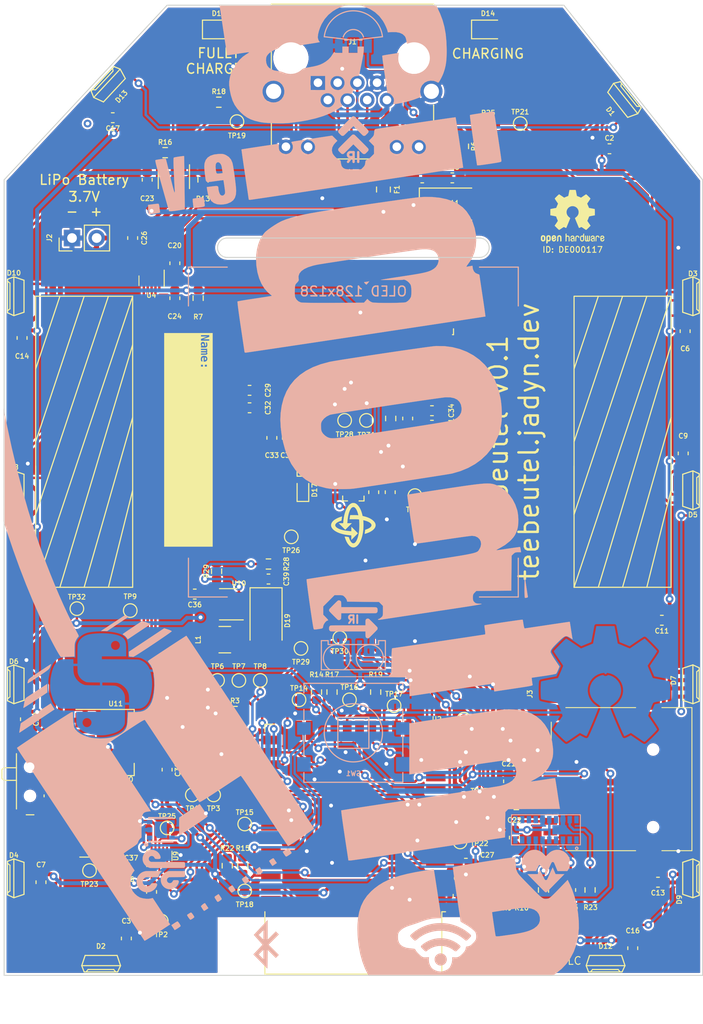
<source format=kicad_pcb>
(kicad_pcb (version 20171130) (host pcbnew 5.1.10)
  (title_block (title Teebeutel) (date 2021-11-19) (rev v0.1) (company "Entropia e.V.") (comment 1 https://teebeutel.jadyn.dev) (comment 2 "License: CERN-OHL-S") (comment 3 "OSHW-ID: DE000117"))
  (layers (0 F.Cu signal) (31 B.Cu signal) (34 B.Paste user) (35 F.Paste user) (36 B.SilkS user) (37 F.SilkS user) (38 B.Mask user) (39 F.Mask user) (44 Edge.Cuts user))
  (net 0 "")
  (net 1 +5V)
  (net 2 GND)
  (net 3 DTR)
  (net 4 TxD)
  (net 5 RxD)
  (net 6 RTS)
  (net 7 +3V3)
  (net 8 +BATT)
  (net 9 VPP)
  (net 10 OLED-SDA)
  (net 11 OLED-SCK)
  (net 12 OLED-CS)
  (net 13 OLED-DC)
  (net 14 OLED-RES)
  (net 15 SD-MISO)
  (net 16 SD-SCK)
  (net 17 SD-MOSI)
  (net 18 SD-CS)
  (net 19 I2C-SCL)
  (net 20 I2C-SDA)
  (net 21 WS2812)
  (net 22 +1V8)
  (net 23 "Net-(Q1-Pad1)")
  (net 24 "Net-(Q2-Pad3)")
  (net 25 BTN_DOWN)
  (net 26 BTN_LEFT)
  (net 27 BTN_UP)
  (net 28 BTN_PUSH)
  (net 29 BTN_RIGHT)
  (net 30 "Net-(J1-Pad6)")
  (net 31 "Net-(J1-Pad4)")
  (net 32 "Net-(J1-Pad5)")
  (net 33 "Net-(J1-Pad3)")
  (net 34 "Net-(Q2-Pad1)")
  (net 35 ADC-BAT)
  (net 36 "Net-(J4-Pad26)")
  (net 37 "Net-(J4-Pad9)")
  (net 38 "Net-(D14-Pad1)")
  (net 39 "Net-(D15-Pad1)")
  (net 40 "Net-(R1-Pad2)")
  (net 41 TOUCH4)
  (net 42 TOUCH9)
  (net 43 "Net-(Q1-Pad3)")
  (net 44 "Net-(D1-Pad3)")
  (net 45 "Net-(D1-Pad1)")
  (net 46 "Net-(D2-Pad3)")
  (net 47 "Net-(D3-Pad3)")
  (net 48 "Net-(D4-Pad3)")
  (net 49 "Net-(D5-Pad3)")
  (net 50 "Net-(D6-Pad3)")
  (net 51 "Net-(D10-Pad1)")
  (net 52 "Net-(D10-Pad3)")
  (net 53 "Net-(J1-Pad12)")
  (net 54 "Net-(J1-Pad10)")
  (net 55 IR-RX)
  (net 56 "Net-(D14-Pad2)")
  (net 57 "Net-(D16-Pad1)")
  (net 58 "Net-(D16-Pad2)")
  (net 59 "Net-(D18-Pad2)")
  (net 60 IR-TX)
  (net 61 "Net-(R28-Pad1)")
  (net 62 "Net-(D7-Pad3)")
  (net 63 "Net-(D19-Pad2)")
  (net 64 "Net-(F1-Pad1)")
  (net 65 "Net-(J3-Pad5)")
  (net 66 "Net-(R7-Pad1)")
  (net 67 "Net-(R12-Pad1)")
  (net 68 "Net-(R23-Pad1)")
  (net 69 "Net-(R26-Pad1)")
  (net 70 "Net-(TP24-Pad1)")
  (net 71 "Net-(TP25-Pad1)")
  (net 72 "Net-(C26-Pad1)")
  (net 73 "Net-(D12-Pad1)")
  (net 74 "Net-(C28-Pad1)")
  (net 75 "Net-(C31-Pad1)")
  (net 76 "Net-(C25-Pad1)")
  (net 77 "Net-(C30-Pad1)")
  (net 78 "Net-(C33-Pad1)")
  (net 79 "Net-(R13-Pad1)")
  (module Teebeutel_Graphics:name-tag (layer F.Cu) (at 129 94.8 270)
    (fp_text reference G*** hide)
    (fp_text value LOGO hide)
  )
  (module Symbol:OSHW-Logo2_7.3x6mm_SilkScreen (layer F.Cu) (at 168.6 71.8)
    (fp_text reference REF** hide)
    (fp_text value OSHW-Logo2_7.3x6mm_SilkScreen hide)
  )
  (module Capacitor_SMD:C_0603_1608Metric (layer F.Cu) (at 162 130 90)
    (fp_text reference C21 (at 1.8 0 180) (layer F.SilkS) (effects (font (size 0.5 0.5) (thickness 0.1))))
    (fp_text value 10µF)
    (pad 2 smd roundrect (at 0.775 0 90) (size 0.9 0.95) (layers F.Cu F.Paste F.Mask) (net 2 GND))
    (pad 1 smd roundrect (at -0.775 0 90) (size 0.9 0.95) (layers F.Cu F.Paste F.Mask) (net 7 +3V3))
  )
  (module Capacitor_SMD:C_0603_1608Metric (layer F.Cu) (at 163.6 130 90)
    (fp_text reference C19 (at 1.8 0 180) (layer F.SilkS) (effects (font (size 0.5 0.5) (thickness 0.1))))
    (fp_text value 100nF)
    (pad 2 smd roundrect (at 0.775 0 90) (size 0.9 0.95) (layers F.Cu F.Paste F.Mask) (net 2 GND))
    (pad 1 smd roundrect (at -0.775 0 90) (size 0.9 0.95) (layers F.Cu F.Paste F.Mask) (net 7 +3V3))
  )
  (module Capacitor_SMD:C_0603_1608Metric (layer F.Cu) (at 158.4 141.8 90)
    (fp_text reference C4 (at 1.8 0 180) (layer F.SilkS) (effects (font (size 0.5 0.5) (thickness 0.1))))
    (fp_text value 10µF)
    (pad 2 smd roundrect (at 0.775 0 90) (size 0.9 0.95) (layers F.Cu F.Paste F.Mask) (net 7 +3V3))
    (pad 1 smd roundrect (at -0.775 0 90) (size 0.9 0.95) (layers F.Cu F.Paste F.Mask) (net 2 GND))
  )
  (module Capacitor_SMD:C_0603_1608Metric (layer F.Cu) (at 156.8 141.8 90)
    (fp_text reference C1 (at 1.8 0 180) (layer F.SilkS) (effects (font (size 0.5 0.5) (thickness 0.1))))
    (fp_text value 100nF)
    (pad 2 smd roundrect (at 0.775 0 90) (size 0.9 0.95) (layers F.Cu F.Paste F.Mask) (net 7 +3V3))
    (pad 1 smd roundrect (at -0.775 0 90) (size 0.9 0.95) (layers F.Cu F.Paste F.Mask) (net 2 GND))
  )
  (module Resistor_SMD:R_0603_1608Metric (layer F.Cu) (at 140.35 67.55)
    (fp_text reference R8 (at 0 1.2) (layer F.SilkS) (effects (font (size 0.5 0.5) (thickness 0.1))))
    (fp_text value 470Ω)
    (pad 2 smd roundrect (at 0.825 0) (size 0.8 0.95) (layers F.Cu F.Paste F.Mask) (net 54 "Net-(J1-Pad10)"))
    (pad 1 smd roundrect (at -0.825 0) (size 0.8 0.95) (layers F.Cu F.Paste F.Mask) (net 32 "Net-(J1-Pad5)"))
  )
  (module Resistor_SMD:R_0603_1608Metric (layer F.Cu) (at 157.35 64.55 270)
    (fp_text reference R6 (at 0 -1.1 90) (layer F.SilkS) (effects (font (size 0.5 0.5) (thickness 0.1))))
    (fp_text value 470Ω)
    (pad 2 smd roundrect (at 0.825 0 270) (size 0.8 0.95) (layers F.Cu F.Paste F.Mask) (net 53 "Net-(J1-Pad12)"))
    (pad 1 smd roundrect (at -0.825 0 270) (size 0.8 0.95) (layers F.Cu F.Paste F.Mask) (net 31 "Net-(J1-Pad4)"))
  )
  (module TestPoint:TestPoint_Pad_D1.0mm (layer F.Cu) (at 147.35 92.8)
    (fp_text reference TP31 (at 0 1.5) (layer F.SilkS) (effects (font (size 0.5 0.5) (thickness 0.1))))
    (fp_text value "OLED RESET")
    (pad 1 smd circle (at 0 0) (size 1 1) (layers F.Cu F.Mask) (net 14 OLED-RES))
  )
  (module TestPoint:TestPoint_Pad_D1.0mm (layer F.Cu) (at 145.1 92.8 180)
    (fp_text reference TP28 (at 0 -1.448) (layer F.SilkS) (effects (font (size 0.5 0.5) (thickness 0.1))))
    (fp_text value "OLED SCK")
    (pad 1 smd circle (at 0 0 180) (size 1 1) (layers F.Cu F.Mask) (net 11 OLED-SCK))
  )
  (module TestPoint:TestPoint_Pad_D1.0mm (layer F.Cu) (at 152.35 100.55 180)
    (fp_text reference TP27 (at 0 -1.448) (layer F.SilkS) (effects (font (size 0.5 0.5) (thickness 0.1))))
    (fp_text value "OLED SDA")
    (pad 1 smd circle (at 0 0 180) (size 1 1) (layers F.Cu F.Mask) (net 10 OLED-SDA))
  )
  (module TestPoint:TestPoint_Pad_D1.0mm (layer F.Cu) (at 123 112.4)
    (fp_text reference TP9 (at 0 -1.448) (layer F.SilkS) (effects (font (size 0.5 0.5) (thickness 0.1))))
    (fp_text value "RTS 3.3V")
    (pad 1 smd circle (at 0 0) (size 1 1) (layers F.Cu F.Mask) (net 6 RTS))
  )
  (module TestPoint:TestPoint_Pad_D1.0mm (layer F.Cu) (at 136.4 119.6)
    (fp_text reference TP8 (at 0 -1.448) (layer F.SilkS) (effects (font (size 0.5 0.5) (thickness 0.1))))
    (fp_text value "RxD 3.3V")
    (pad 1 smd circle (at 0 0) (size 1 1) (layers F.Cu F.Mask) (net 5 RxD))
  )
  (module TestPoint:TestPoint_Pad_D1.0mm (layer F.Cu) (at 134.2 119.6)
    (fp_text reference TP7 (at 0 -1.448) (layer F.SilkS) (effects (font (size 0.5 0.5) (thickness 0.1))))
    (fp_text value "TxD 3.3V")
    (pad 1 smd circle (at 0 0) (size 1 1) (layers F.Cu F.Mask) (net 4 TxD))
  )
  (module TestPoint:TestPoint_Pad_D1.0mm (layer F.Cu) (at 132 119.6)
    (fp_text reference TP6 (at 0 -1.448) (layer F.SilkS) (effects (font (size 0.5 0.5) (thickness 0.1))))
    (fp_text value "DTR 3.3V")
    (pad 1 smd circle (at 0 0) (size 1 1) (layers F.Cu F.Mask) (net 3 DTR))
  )
  (module Capacitor_SMD:C_0603_1608Metric (layer F.Cu) (at 127.6 80.2 90)
    (fp_text reference C24 (at -1.875 -0.025 180) (layer F.SilkS) (effects (font (size 0.5 0.5) (thickness 0.1))))
    (fp_text value 100nF)
    (pad 2 smd roundrect (at 0.775 0 90) (size 0.9 0.95) (layers F.Cu F.Paste F.Mask) (net 7 +3V3))
    (pad 1 smd roundrect (at -0.775 0 90) (size 0.9 0.95) (layers F.Cu F.Paste F.Mask) (net 2 GND))
  )
  (module Capacitor_SMD:C_0603_1608Metric (layer F.Cu) (at 127.6 76.6 270)
    (fp_text reference C20 (at -1.825 0.025 180) (layer F.SilkS) (effects (font (size 0.5 0.5) (thickness 0.1))))
    (fp_text value 100nF)
    (pad 2 smd roundrect (at 0.775 0 270) (size 0.9 0.95) (layers F.Cu F.Paste F.Mask) (net 1 +5V))
    (pad 1 smd roundrect (at -0.775 0 270) (size 0.9 0.95) (layers F.Cu F.Paste F.Mask) (net 2 GND))
  )
  (module Package_TO_SOT_SMD:SOT-23-6 (layer F.Cu) (at 145.6 69.9)
    (fp_text reference U3 (at 0 -2.15) (layer F.SilkS) (effects (font (size 0.5 0.5) (thickness 0.1))))
    (fp_text value SRV05-4)
    (pad 5 smd rect (at 1.1 0) (size 1.06 0.65) (layers F.Cu F.Paste F.Mask) (net 1 +5V))
    (pad 6 smd rect (at 1.1 -0.95) (size 1.06 0.65) (layers F.Cu F.Paste F.Mask) (net 30 "Net-(J1-Pad6)"))
    (pad 4 smd rect (at 1.1 0.95) (size 1.06 0.65) (layers F.Cu F.Paste F.Mask) (net 32 "Net-(J1-Pad5)"))
    (pad 3 smd rect (at -1.1 0.95) (size 1.06 0.65) (layers F.Cu F.Paste F.Mask) (net 31 "Net-(J1-Pad4)"))
    (pad 2 smd rect (at -1.1 0) (size 1.06 0.65) (layers F.Cu F.Paste F.Mask) (net 2 GND))
    (pad 1 smd rect (at -1.1 -0.95) (size 1.06 0.65) (layers F.Cu F.Paste F.Mask) (net 33 "Net-(J1-Pad3)"))
  )
  (module Fuse:Fuse_0805_2012Metric (layer F.Cu) (at 149.1 69 270)
    (fp_text reference F1 (at 0 -1.4 90) (layer F.SilkS) (effects (font (size 0.5 0.5) (thickness 0.1))))
    (fp_text value Polyfuse)
    (pad 2 smd roundrect (at 0.9375 0 270) (size 0.975 1.4) (layers F.Cu F.Paste F.Mask) (net 1 +5V))
    (pad 1 smd roundrect (at -0.9375 0 270) (size 0.975 1.4) (layers F.Cu F.Paste F.Mask) (net 64 "Net-(F1-Pad1)"))
  )
  (module Diode_SMD:D_SMA (layer F.Cu) (at 156.2 70.5)
    (fp_text reference D11 (at 0 -0.1) (layer F.SilkS) (effects (font (size 0.5 0.5) (thickness 0.1))))
    (fp_text value DO-214AC)
    (pad 2 smd rect (at 2 0) (size 2.5 1.8) (layers F.Cu F.Paste F.Mask) (net 2 GND))
    (pad 1 smd rect (at -2 0) (size 2.5 1.8) (layers F.Cu F.Paste F.Mask) (net 1 +5V))
  )
  (module Capacitor_SMD:C_0603_1608Metric (layer F.Cu) (at 156.2 67.8)
    (fp_text reference C18 (at 0 -1.1) (layer F.SilkS) (effects (font (size 0.5 0.5) (thickness 0.1))))
    (fp_text value 10µF)
    (pad 2 smd roundrect (at 0.775 0) (size 0.9 0.95) (layers F.Cu F.Paste F.Mask) (net 2 GND))
    (pad 1 smd roundrect (at -0.775 0) (size 0.9 0.95) (layers F.Cu F.Paste F.Mask) (net 1 +5V))
  )
  (module Capacitor_SMD:C_0603_1608Metric (layer F.Cu) (at 153.1 67.8 180)
    (fp_text reference C15 (at 0 1.1) (layer F.SilkS) (effects (font (size 0.5 0.5) (thickness 0.1))))
    (fp_text value 100nF)
    (pad 2 smd roundrect (at 0.775 0 180) (size 0.9 0.95) (layers F.Cu F.Paste F.Mask) (net 2 GND))
    (pad 1 smd roundrect (at -0.775 0 180) (size 0.9 0.95) (layers F.Cu F.Paste F.Mask) (net 1 +5V))
  )
  (module Teebeutel_Graphics:Teebeutel (layer B.Cu) (at 146 100 180)
    (fp_text reference G*** hide)
    (fp_text value LOGO hide)
  )
  (module Teebeutel_Special_Parts:TF15X15 (layer F.Cu) (at 173.25 130)
    (fp_text reference J3 (at -9.05 -9 90) (layer F.SilkS) (effects (font (size 0.5 0.5) (thickness 0.1))))
    (fp_text value Micro_SD_Card hide)
    (pad 1 smd rect (at -6.95 -2.475 90) (size 0.7 1.4) (layers F.Cu F.Paste F.Mask))
    (pad 2 smd rect (at -6.95 -1.375 90) (size 0.7 1.4) (layers F.Cu F.Paste F.Mask) (net 18 SD-CS))
    (pad 3 smd rect (at -6.95 -0.275 90) (size 0.7 1.4) (layers F.Cu F.Paste F.Mask) (net 17 SD-MOSI))
    (pad 4 smd rect (at -6.95 0.825 90) (size 0.7 1.4) (layers F.Cu F.Paste F.Mask) (net 7 +3V3))
    (pad 5 smd rect (at -6.95 1.925 90) (size 0.7 1.4) (layers F.Cu F.Paste F.Mask) (net 65 "Net-(J3-Pad5)"))
    (pad 6 smd rect (at -6.95 3.025 90) (size 0.7 1.4) (layers F.Cu F.Paste F.Mask) (net 2 GND))
    (pad 7 smd rect (at -6.95 4.125 90) (size 0.7 1.4) (layers F.Cu F.Paste F.Mask) (net 15 SD-MISO))
    (pad 8 smd rect (at -6.95 5.225 90) (size 0.7 1.4) (layers F.Cu F.Paste F.Mask))
    (pad 9 smd rect (at -6.95 6.325 90) (size 0.7 1.4) (layers F.Cu F.Paste F.Mask) (net 2 GND))
    (pad 14 np_thru_hole circle (at 3.65 4.725 90) (size 0.9 0) (drill 0.9) (layers *.Cu *.Mask))
    (pad 15 np_thru_hole circle (at 3.65 -3.275 90) (size 0.9 0) (drill 0.9) (layers *.Cu *.Mask))
    (pad MP1 smd rect (at -6.35 7.775 180) (size 1.4 1.6) (layers F.Cu F.Paste F.Mask))
    (pad MP2 smd rect (at -6.35 -7.075 180) (size 1.4 1.6) (layers F.Cu F.Paste F.Mask))
    (pad MP3 smd rect (at 3.25 7.525 90) (size 1.2 2.2) (layers F.Cu F.Paste F.Mask))
    (pad MP4 smd rect (at 3.25 -7.975 90) (size 1.2 2.2) (layers F.Cu F.Paste F.Mask))
  )
  (module Connector_FFC-FPC:TE_3-1734839-0_1x30-1MP_P0.5mm_Horizontal (layer F.Cu) (at 146 86 180)
    (fp_text reference J4 (at 0 -2.8) (layer F.SilkS) (effects (font (size 0.5 0.5) (thickness 0.1))))
    (fp_text value Conn_01x30_Female)
    (pad MP smd rect (at 8.92 0.35 180) (size 2.3 3.1) (layers F.Cu F.Paste F.Mask))
    (pad MP smd rect (at -8.92 0.35 180) (size 2.3 3.1) (layers F.Cu F.Paste F.Mask))
    (pad 30 smd rect (at 7.25 -1.35 180) (size 0.3 1.1) (layers F.Cu F.Paste F.Mask) (net 2 GND))
    (pad 29 smd rect (at 6.75 -1.35 180) (size 0.3 1.1) (layers F.Cu F.Paste F.Mask) (net 9 VPP))
    (pad 28 smd rect (at 6.25 -1.35 180) (size 0.3 1.1) (layers F.Cu F.Paste F.Mask) (net 78 "Net-(C33-Pad1)"))
    (pad 27 smd rect (at 5.75 -1.35 180) (size 0.3 1.1) (layers F.Cu F.Paste F.Mask) (net 77 "Net-(C30-Pad1)"))
    (pad 26 smd rect (at 5.25 -1.35 180) (size 0.3 1.1) (layers F.Cu F.Paste F.Mask) (net 36 "Net-(J4-Pad26)"))
    (pad 25 smd rect (at 4.75 -1.35 180) (size 0.3 1.1) (layers F.Cu F.Paste F.Mask))
    (pad 24 smd rect (at 4.25 -1.35 180) (size 0.3 1.1) (layers F.Cu F.Paste F.Mask) (net 2 GND))
    (pad 23 smd rect (at 3.75 -1.35 180) (size 0.3 1.1) (layers F.Cu F.Paste F.Mask) (net 2 GND))
    (pad 22 smd rect (at 3.25 -1.35 180) (size 0.3 1.1) (layers F.Cu F.Paste F.Mask) (net 2 GND))
    (pad 21 smd rect (at 2.75 -1.35 180) (size 0.3 1.1) (layers F.Cu F.Paste F.Mask) (net 2 GND))
    (pad 20 smd rect (at 2.25 -1.35 180) (size 0.3 1.1) (layers F.Cu F.Paste F.Mask) (net 2 GND))
    (pad 19 smd rect (at 1.75 -1.35 180) (size 0.3 1.1) (layers F.Cu F.Paste F.Mask))
    (pad 18 smd rect (at 1.25 -1.35 180) (size 0.3 1.1) (layers F.Cu F.Paste F.Mask) (net 10 OLED-SDA))
    (pad 17 smd rect (at 0.75 -1.35 180) (size 0.3 1.1) (layers F.Cu F.Paste F.Mask) (net 11 OLED-SCK))
    (pad 16 smd rect (at 0.25 -1.35 180) (size 0.3 1.1) (layers F.Cu F.Paste F.Mask) (net 2 GND))
    (pad 15 smd rect (at -0.25 -1.35 180) (size 0.3 1.1) (layers F.Cu F.Paste F.Mask) (net 2 GND))
    (pad 14 smd rect (at -0.75 -1.35 180) (size 0.3 1.1) (layers F.Cu F.Paste F.Mask) (net 7 +3V3))
    (pad 13 smd rect (at -1.25 -1.35 180) (size 0.3 1.1) (layers F.Cu F.Paste F.Mask) (net 2 GND))
    (pad 12 smd rect (at -1.75 -1.35 180) (size 0.3 1.1) (layers F.Cu F.Paste F.Mask) (net 12 OLED-CS))
    (pad 11 smd rect (at -2.25 -1.35 180) (size 0.3 1.1) (layers F.Cu F.Paste F.Mask) (net 13 OLED-DC))
    (pad 10 smd rect (at -2.75 -1.35 180) (size 0.3 1.1) (layers F.Cu F.Paste F.Mask) (net 14 OLED-RES))
    (pad 9 smd rect (at -3.25 -1.35 180) (size 0.3 1.1) (layers F.Cu F.Paste F.Mask) (net 37 "Net-(J4-Pad9)"))
    (pad 8 smd rect (at -3.75 -1.35 180) (size 0.3 1.1) (layers F.Cu F.Paste F.Mask))
    (pad 7 smd rect (at -4.25 -1.35 180) (size 0.3 1.1) (layers F.Cu F.Paste F.Mask))
    (pad 6 smd rect (at -4.75 -1.35 180) (size 0.3 1.1) (layers F.Cu F.Paste F.Mask))
    (pad 5 smd rect (at -5.25 -1.35 180) (size 0.3 1.1) (layers F.Cu F.Paste F.Mask) (net 74 "Net-(C28-Pad1)"))
    (pad 4 smd rect (at -5.75 -1.35 180) (size 0.3 1.1) (layers F.Cu F.Paste F.Mask) (net 75 "Net-(C31-Pad1)"))
    (pad 3 smd rect (at -6.25 -1.35 180) (size 0.3 1.1) (layers F.Cu F.Paste F.Mask) (net 2 GND))
    (pad 2 smd rect (at -6.75 -1.35 180) (size 0.3 1.1) (layers F.Cu F.Paste F.Mask))
    (pad 1 smd rect (at -7.25 -1.35 180) (size 0.3 1.1) (layers F.Cu F.Paste F.Mask) (net 2 GND))
  )
  (module Teebeutel_Special_Parts:IRM-V8xxC-TR1 (layer B.Cu) (at 146 117)
    (fp_text reference U7 hide)
    (fp_text value RM-V8xxC_TR1)
    (pad 4 smd rect (at 1.905 -0.935) (size 0.5 1.2) (layers B.Cu B.Paste B.Mask) (net 2 GND))
    (pad 3 smd rect (at 0.635 -0.935) (size 0.5 1.2) (layers B.Cu B.Paste B.Mask) (net 55 IR-RX))
    (pad 2 smd rect (at -0.635 -0.935) (size 0.5 1.2) (layers B.Cu B.Paste B.Mask) (net 7 +3V3))
    (pad 1 smd rect (at -1.905 -0.935) (size 0.5 1.2) (layers B.Cu B.Paste B.Mask) (net 2 GND))
  )
  (module Teebeutel_Special_Parts:WS2812B-4020 (layer F.Cu) (at 120.6 58.05 47)
    (fp_text reference D13 (at 0.017386 2.034778 47) (layer F.SilkS) (effects (font (size 0.5 0.5) (thickness 0.1))))
    (fp_text value WS2812B)
    (pad 1 smd rect (at 1.275 1 47) (size 0.42 1.3) (layers F.Cu F.Paste F.Mask) (net 52 "Net-(D10-Pad3)"))
    (pad 2 smd rect (at 0.425 1 47) (size 0.42 1.3) (layers F.Cu F.Paste F.Mask) (net 7 +3V3))
    (pad 3 smd rect (at -0.425 1 47) (size 0.42 1.3) (layers F.Cu F.Paste F.Mask) (net 45 "Net-(D1-Pad1)"))
    (pad 4 smd rect (at -1.275 1 47) (size 0.42 1.3) (layers F.Cu F.Paste F.Mask) (net 2 GND))
  )
  (module Teebeutel_Special_Parts:WS2812B-4020 (layer F.Cu) (at 172 149 180)
    (fp_text reference D12 (at 0 2) (layer F.SilkS) (effects (font (size 0.5 0.5) (thickness 0.1))))
    (fp_text value WS2812B)
    (pad 1 smd rect (at 1.275 1 180) (size 0.42 1.3) (layers F.Cu F.Paste F.Mask) (net 73 "Net-(D12-Pad1)"))
    (pad 2 smd rect (at 0.425 1 180) (size 0.42 1.3) (layers F.Cu F.Paste F.Mask) (net 7 +3V3))
    (pad 3 smd rect (at -0.425 1 180) (size 0.42 1.3) (layers F.Cu F.Paste F.Mask))
    (pad 4 smd rect (at -1.275 1 180) (size 0.42 1.3) (layers F.Cu F.Paste F.Mask) (net 2 GND))
  )
  (module Teebeutel_Special_Parts:WS2812B-4020 (layer F.Cu) (at 111 80 90)
    (fp_text reference D10 (at 2.4 0 180) (layer F.SilkS) (effects (font (size 0.5 0.5) (thickness 0.1))))
    (fp_text value WS2812B)
    (pad 1 smd rect (at 1.275 1 90) (size 0.42 1.3) (layers F.Cu F.Paste F.Mask) (net 51 "Net-(D10-Pad1)"))
    (pad 2 smd rect (at 0.425 1 90) (size 0.42 1.3) (layers F.Cu F.Paste F.Mask) (net 7 +3V3))
    (pad 3 smd rect (at -0.425 1 90) (size 0.42 1.3) (layers F.Cu F.Paste F.Mask) (net 52 "Net-(D10-Pad3)"))
    (pad 4 smd rect (at -1.275 1 90) (size 0.42 1.3) (layers F.Cu F.Paste F.Mask) (net 2 GND))
  )
  (module Teebeutel_Special_Parts:WS2812B-4020 (layer F.Cu) (at 181 140 270)
    (fp_text reference D9 (at 2.2 1.4 90) (layer F.SilkS) (effects (font (size 0.5 0.5) (thickness 0.1))))
    (fp_text value WS2812B)
    (pad 1 smd rect (at 1.275 1 270) (size 0.42 1.3) (layers F.Cu F.Paste F.Mask) (net 62 "Net-(D7-Pad3)"))
    (pad 2 smd rect (at 0.425 1 270) (size 0.42 1.3) (layers F.Cu F.Paste F.Mask) (net 7 +3V3))
    (pad 3 smd rect (at -0.425 1 270) (size 0.42 1.3) (layers F.Cu F.Paste F.Mask) (net 73 "Net-(D12-Pad1)"))
    (pad 4 smd rect (at -1.275 1 270) (size 0.42 1.3) (layers F.Cu F.Paste F.Mask) (net 2 GND))
  )
  (module Teebeutel_Special_Parts:WS2812B-4020 (layer F.Cu) (at 111 100 90)
    (fp_text reference D8 (at 2.375 0 180) (layer F.SilkS) (effects (font (size 0.5 0.5) (thickness 0.1))))
    (fp_text value WS2812B)
    (pad 1 smd rect (at 1.275 1 90) (size 0.42 1.3) (layers F.Cu F.Paste F.Mask) (net 50 "Net-(D6-Pad3)"))
    (pad 2 smd rect (at 0.425 1 90) (size 0.42 1.3) (layers F.Cu F.Paste F.Mask) (net 7 +3V3))
    (pad 3 smd rect (at -0.425 1 90) (size 0.42 1.3) (layers F.Cu F.Paste F.Mask) (net 51 "Net-(D10-Pad1)"))
    (pad 4 smd rect (at -1.275 1 90) (size 0.42 1.3) (layers F.Cu F.Paste F.Mask) (net 2 GND))
  )
  (module Teebeutel_Special_Parts:WS2812B-4020 (layer F.Cu) (at 181 120 270)
    (fp_text reference D7 (at -0.4 2 90) (layer F.SilkS) (effects (font (size 0.5 0.5) (thickness 0.1))))
    (fp_text value WS2812B)
    (pad 1 smd rect (at 1.275 1 270) (size 0.42 1.3) (layers F.Cu F.Paste F.Mask) (net 49 "Net-(D5-Pad3)"))
    (pad 2 smd rect (at 0.425 1 270) (size 0.42 1.3) (layers F.Cu F.Paste F.Mask) (net 7 +3V3))
    (pad 3 smd rect (at -0.425 1 270) (size 0.42 1.3) (layers F.Cu F.Paste F.Mask) (net 62 "Net-(D7-Pad3)"))
    (pad 4 smd rect (at -1.275 1 270) (size 0.42 1.3) (layers F.Cu F.Paste F.Mask) (net 2 GND))
  )
  (module Teebeutel_Special_Parts:WS2812B-4020 (layer F.Cu) (at 111 120 90)
    (fp_text reference D6 (at 2.35 0 180) (layer F.SilkS) (effects (font (size 0.5 0.5) (thickness 0.1))))
    (fp_text value WS2812B)
    (pad 1 smd rect (at 1.275 1 90) (size 0.42 1.3) (layers F.Cu F.Paste F.Mask) (net 48 "Net-(D4-Pad3)"))
    (pad 2 smd rect (at 0.425 1 90) (size 0.42 1.3) (layers F.Cu F.Paste F.Mask) (net 7 +3V3))
    (pad 3 smd rect (at -0.425 1 90) (size 0.42 1.3) (layers F.Cu F.Paste F.Mask) (net 50 "Net-(D6-Pad3)"))
    (pad 4 smd rect (at -1.275 1 90) (size 0.42 1.3) (layers F.Cu F.Paste F.Mask) (net 2 GND))
  )
  (module Teebeutel_Special_Parts:WS2812B-4020 (layer F.Cu) (at 181 100 270)
    (fp_text reference D5 (at 2.525 0 180) (layer F.SilkS) (effects (font (size 0.5 0.5) (thickness 0.1))))
    (fp_text value WS2812B)
    (pad 1 smd rect (at 1.275 1 270) (size 0.42 1.3) (layers F.Cu F.Paste F.Mask) (net 47 "Net-(D3-Pad3)"))
    (pad 2 smd rect (at 0.425 1 270) (size 0.42 1.3) (layers F.Cu F.Paste F.Mask) (net 7 +3V3))
    (pad 3 smd rect (at -0.425 1 270) (size 0.42 1.3) (layers F.Cu F.Paste F.Mask) (net 49 "Net-(D5-Pad3)"))
    (pad 4 smd rect (at -1.275 1 270) (size 0.42 1.3) (layers F.Cu F.Paste F.Mask) (net 2 GND))
  )
  (module Teebeutel_Special_Parts:WS2812B-4020 (layer F.Cu) (at 111 140 90)
    (fp_text reference D4 (at 2.375 0 180) (layer F.SilkS) (effects (font (size 0.5 0.5) (thickness 0.1))))
    (fp_text value WS2812B)
    (pad 1 smd rect (at 1.275 1 90) (size 0.42 1.3) (layers F.Cu F.Paste F.Mask) (net 46 "Net-(D2-Pad3)"))
    (pad 2 smd rect (at 0.425 1 90) (size 0.42 1.3) (layers F.Cu F.Paste F.Mask) (net 7 +3V3))
    (pad 3 smd rect (at -0.425 1 90) (size 0.42 1.3) (layers F.Cu F.Paste F.Mask) (net 48 "Net-(D4-Pad3)"))
    (pad 4 smd rect (at -1.275 1 90) (size 0.42 1.3) (layers F.Cu F.Paste F.Mask) (net 2 GND))
  )
  (module Teebeutel_Special_Parts:WS2812B-4020 (layer F.Cu) (at 181 80 270)
    (fp_text reference D3 (at -2.325 0 180) (layer F.SilkS) (effects (font (size 0.5 0.5) (thickness 0.1))))
    (fp_text value WS2812B)
    (pad 1 smd rect (at 1.275 1 270) (size 0.42 1.3) (layers F.Cu F.Paste F.Mask) (net 44 "Net-(D1-Pad3)"))
    (pad 2 smd rect (at 0.425 1 270) (size 0.42 1.3) (layers F.Cu F.Paste F.Mask) (net 7 +3V3))
    (pad 3 smd rect (at -0.425 1 270) (size 0.42 1.3) (layers F.Cu F.Paste F.Mask) (net 47 "Net-(D3-Pad3)"))
    (pad 4 smd rect (at -1.275 1 270) (size 0.42 1.3) (layers F.Cu F.Paste F.Mask) (net 2 GND))
  )
  (module Teebeutel_Special_Parts:WS2812B-4020 (layer F.Cu) (at 120 149 180)
    (fp_text reference D2 (at 0.025 2) (layer F.SilkS) (effects (font (size 0.5 0.5) (thickness 0.1))))
    (fp_text value WS2812B)
    (pad 1 smd rect (at 1.275 1 180) (size 0.42 1.3) (layers F.Cu F.Paste F.Mask) (net 21 WS2812))
    (pad 2 smd rect (at 0.425 1 180) (size 0.42 1.3) (layers F.Cu F.Paste F.Mask) (net 7 +3V3))
    (pad 3 smd rect (at -0.425 1 180) (size 0.42 1.3) (layers F.Cu F.Paste F.Mask) (net 46 "Net-(D2-Pad3)"))
    (pad 4 smd rect (at -1.275 1 180) (size 0.42 1.3) (layers F.Cu F.Paste F.Mask) (net 2 GND))
  )
  (module Teebeutel_Special_Parts:WS2812B-4020 (layer F.Cu) (at 174.07 59.62 308.5)
    (fp_text reference D1 (at 0.063521 2.056639 128.5) (layer F.SilkS) (effects (font (size 0.5 0.5) (thickness 0.1))))
    (fp_text value WS2812B)
    (pad 1 smd rect (at 1.275 1 308.5) (size 0.42 1.3) (layers F.Cu F.Paste F.Mask) (net 45 "Net-(D1-Pad1)"))
    (pad 2 smd rect (at 0.425 1 308.5) (size 0.42 1.3) (layers F.Cu F.Paste F.Mask) (net 7 +3V3))
    (pad 3 smd rect (at -0.425 1 308.5) (size 0.42 1.3) (layers F.Cu F.Paste F.Mask) (net 44 "Net-(D1-Pad3)"))
    (pad 4 smd rect (at -1.275 1 308.5) (size 0.42 1.3) (layers F.Cu F.Paste F.Mask) (net 2 GND))
  )
  (module Teebeutel_Graphics:bluetooth-b (layer B.Cu) (at 137 146.8 180)
    (fp_text reference G*** hide)
    (fp_text value LOGO hide)
  )
  (module Teebeutel_Graphics:wifi (layer B.Cu) (at 155 146.8 180)
    (fp_text reference G*** hide)
    (fp_text value LOGO hide)
  )
  (module Teebeutel_Special_Parts:K1-1506SN-01 (layer B.Cu) (at 146 125)
    (fp_text reference SW1 (at 0 4.2) (layer B.SilkS) (effects (font (size 0.5 0.5) (thickness 0.1)) (justify mirror)))
    (fp_text value K1-1506SN-01)
    (pad 4 smd rect (at 5.1 -3.25) (size 1.4 1.5) (layers B.Cu B.Paste B.Mask) (net 2 GND))
    (pad 6 smd rect (at 5.1 3.25) (size 1.4 1.5) (layers B.Cu B.Paste B.Mask) (net 28 BTN_PUSH))
    (pad 5 smd rect (at 5.1 -0.45) (size 1.4 1.3) (layers B.Cu B.Paste B.Mask) (net 29 BTN_RIGHT))
    (pad 3 smd rect (at -5.1 -3.25) (size 1.4 1.5) (layers B.Cu B.Paste B.Mask) (net 25 BTN_DOWN))
    (pad 2 smd rect (at -5.1 -0.45) (size 1.4 1.3) (layers B.Cu B.Paste B.Mask) (net 26 BTN_LEFT))
    (pad 1 smd rect (at -5.1 3.25) (size 1.4 1.5) (layers B.Cu B.Paste B.Mask) (net 27 BTN_UP))
  )
  (module Teebeutel_Graphics:exchange-alt (layer B.Cu) (at 146 113.3)
    (fp_text reference G*** hide)
    (fp_text value LOGO hide)
  )
  (module Teebeutel_Graphics:angle-double-up (layer B.Cu) (at 146 63.4 180)
    (fp_text reference G*** hide)
    (fp_text value LOGO hide)
  )
  (module TestPoint:TestPoint_Pad_D1.0mm (layer F.Cu) (at 163.2 62.2)
    (fp_text reference TP21 (at 0 -1.2) (layer F.SilkS) (effects (font (size 0.5 0.5) (thickness 0.1))))
    (fp_text value IR-TX)
    (pad 1 smd circle (at 0 0) (size 1 1) (layers F.Cu F.Mask) (net 60 IR-TX))
  )
  (module Resistor_SMD:R_0603_1608Metric (layer F.Cu) (at 159.9 62.2)
    (fp_text reference R25 (at 0 -1.1) (layer F.SilkS) (effects (font (size 0.5 0.5) (thickness 0.1))))
    (fp_text value 82Ω)
    (pad 2 smd roundrect (at 0.825 0) (size 0.8 0.95) (layers F.Cu F.Paste F.Mask) (net 60 IR-TX))
    (pad 1 smd roundrect (at -0.825 0) (size 0.8 0.95) (layers F.Cu F.Paste F.Mask) (net 59 "Net-(D18-Pad2)"))
  )
  (module Teebeutel_Special_Parts:LKIR30102C (layer B.Cu) (at 146 53.8 180)
    (fp_text reference D18 hide)
    (fp_text value LED-IR)
    (pad 2 smd rect (at -1.5 -0.4 180) (size 0.8 1.4) (layers B.Cu B.Paste B.Mask) (net 59 "Net-(D18-Pad2)"))
    (pad 1 smd rect (at 1.5 -0.4 180) (size 0.8 1.4) (layers B.Cu B.Paste B.Mask) (net 2 GND))
    (pad NC smd rect (at 0 -0.4 180) (size 0.9 1.4) (layers B.Cu B.Paste B.Mask))
  )
  (module TestPoint:TestPoint_Pad_D1.0mm (layer F.Cu) (at 157 136.25 270)
    (fp_text reference TP22 (at 0.15 -2 180) (layer F.SilkS) (effects (font (size 0.5 0.5) (thickness 0.1))))
    (fp_text value IR-RX)
    (pad 1 smd circle (at 0 0 270) (size 1 1) (layers F.Cu F.Mask) (net 55 IR-RX))
  )
  (module Connector_RJ:RJ45_Amphenol_RJHSE538X (layer F.Cu) (at 142.35 57.99)
    (fp_text reference J1 (at 3.56 -4.215) (layer F.SilkS) (effects (font (size 0.5 0.5) (thickness 0.1))))
    (fp_text value RJ45_Shielded)
    (pad 12 thru_hole circle (at 10.42 6.6) (size 1.5 1.5) (drill 0.89) (layers *.Cu *.Mask) (net 53 "Net-(J1-Pad12)"))
    (pad 11 thru_hole circle (at 8.13 6.6) (size 1.5 1.5) (drill 0.89) (layers *.Cu *.Mask) (net 2 GND))
    (pad 10 thru_hole circle (at -1.01 6.6) (size 1.5 1.5) (drill 0.89) (layers *.Cu *.Mask) (net 54 "Net-(J1-Pad10)"))
    (pad 9 thru_hole circle (at -3.3 6.6) (size 1.5 1.5) (drill 0.89) (layers *.Cu *.Mask) (net 2 GND))
    (pad SH thru_hole circle (at -4.57 0.89) (size 2.3 2.3) (drill 1.57) (layers *.Cu *.Mask) (net 2 GND))
    (pad SH thru_hole circle (at 11.69 0.89) (size 2.3 2.3) (drill 1.57) (layers *.Cu *.Mask) (net 2 GND))
    (pad "" np_thru_hole circle (at 9.91 -2.54) (size 3.25 3.25) (drill 3.25) (layers *.Cu *.Mask))
    (pad "" np_thru_hole circle (at -2.79 -2.54) (size 3.25 3.25) (drill 3.25) (layers *.Cu *.Mask))
    (pad 8 thru_hole circle (at 7.112 1.78) (size 1.5 1.5) (drill 0.89) (layers *.Cu *.Mask) (net 64 "Net-(F1-Pad1)"))
    (pad 6 thru_hole circle (at 5.08 1.78) (size 1.5 1.5) (drill 0.89) (layers *.Cu *.Mask) (net 30 "Net-(J1-Pad6)"))
    (pad 4 thru_hole circle (at 3.048 1.78) (size 1.5 1.5) (drill 0.89) (layers *.Cu *.Mask) (net 31 "Net-(J1-Pad4)"))
    (pad 2 thru_hole circle (at 1.016 1.78) (size 1.5 1.5) (drill 0.89) (layers *.Cu *.Mask) (net 64 "Net-(F1-Pad1)"))
    (pad 7 thru_hole circle (at 6.096 0) (size 1.5 1.5) (drill 0.89) (layers *.Cu *.Mask) (net 2 GND))
    (pad 5 thru_hole circle (at 4.064 0) (size 1.5 1.5) (drill 0.89) (layers *.Cu *.Mask) (net 32 "Net-(J1-Pad5)"))
    (pad 3 thru_hole circle (at 2.032 0) (size 1.5 1.5) (drill 0.89) (layers *.Cu *.Mask) (net 33 "Net-(J1-Pad3)"))
    (pad 1 thru_hole rect (at 0 0) (size 1.5 1.5) (drill 0.89) (layers *.Cu *.Mask) (net 2 GND))
  )
  (module LED_SMD:LED_0805_2012Metric (layer F.Cu) (at 132.13 52.5)
    (fp_text reference D15 (at 0 -1.65) (layer F.SilkS) (effects (font (size 0.5 0.5) (thickness 0.1))))
    (fp_text value LED-GREEN)
    (pad 2 smd roundrect (at 0.9375 0) (size 0.975 1.4) (layers F.Cu F.Paste F.Mask) (net 38 "Net-(D14-Pad1)"))
    (pad 1 smd roundrect (at -0.9375 0) (size 0.975 1.4) (layers F.Cu F.Paste F.Mask) (net 39 "Net-(D15-Pad1)"))
  )
  (module LED_SMD:LED_0805_2012Metric (layer F.Cu) (at 159.87 52.5)
    (fp_text reference D14 (at 0 -1.65) (layer F.SilkS) (effects (font (size 0.5 0.5) (thickness 0.1))))
    (fp_text value LED-RED)
    (pad 2 smd roundrect (at 0.9375 0) (size 0.975 1.4) (layers F.Cu F.Paste F.Mask) (net 56 "Net-(D14-Pad2)"))
    (pad 1 smd roundrect (at -0.9375 0) (size 0.975 1.4) (layers F.Cu F.Paste F.Mask) (net 38 "Net-(D14-Pad1)"))
  )
  (module Resistor_SMD:R_0603_1608Metric (layer F.Cu) (at 162.8 132.4 180)
    (fp_text reference R11 (at 1.8 0 270) (layer F.SilkS) (effects (font (size 0.5 0.5) (thickness 0.1))))
    (fp_text value 10Ω)
    (pad 2 smd roundrect (at 0.825 0 180) (size 0.8 0.95) (layers F.Cu F.Paste F.Mask) (net 16 SD-SCK))
    (pad 1 smd roundrect (at -0.825 0 180) (size 0.8 0.95) (layers F.Cu F.Paste F.Mask) (net 65 "Net-(J3-Pad5)"))
  )
  (module Resistor_SMD:R_0603_1608Metric (layer F.Cu) (at 122.7 139 180)
    (fp_text reference R26 (at 0 -1.1) (layer F.SilkS) (effects (font (size 0.5 0.5) (thickness 0.1))))
    (fp_text value 10kΩ)
    (pad 2 smd roundrect (at 0.825 0 180) (size 0.8 0.95) (layers F.Cu F.Paste F.Mask) (net 2 GND))
    (pad 1 smd roundrect (at -0.825 0 180) (size 0.8 0.95) (layers F.Cu F.Paste F.Mask) (net 69 "Net-(R26-Pad1)"))
  )
  (module Package_TO_SOT_SMD:SOT-23-5 (layer F.Cu) (at 118.7 136.2)
    (fp_text reference U8 (at 1.2 0 90) (layer F.SilkS) (effects (font (size 0.5 0.5) (thickness 0.1))))
    (fp_text value TLV70018_SOT23-5)
    (pad 5 smd rect (at 1.1 -0.95) (size 1.06 0.65) (layers F.Cu F.Paste F.Mask) (net 22 +1V8))
    (pad 4 smd rect (at 1.1 0.95) (size 1.06 0.65) (layers F.Cu F.Paste F.Mask))
    (pad 3 smd rect (at -1.1 0.95) (size 1.06 0.65) (layers F.Cu F.Paste F.Mask) (net 8 +BATT))
    (pad 2 smd rect (at -1.1 0) (size 1.06 0.65) (layers F.Cu F.Paste F.Mask) (net 2 GND))
    (pad 1 smd rect (at -1.1 -0.95) (size 1.06 0.65) (layers F.Cu F.Paste F.Mask) (net 8 +BATT))
  )
  (module Package_TO_SOT_SMD:SOT-223 (layer F.Cu) (at 121.5 126)
    (fp_text reference U11 (at 0 -4) (layer F.SilkS) (effects (font (size 0.5 0.5) (thickness 0.1))))
    (fp_text value TLV1117-33)
    (pad 1 smd rect (at -3.15 -2.3) (size 2 1.5) (layers F.Cu F.Paste F.Mask) (net 2 GND))
    (pad 3 smd rect (at -3.15 2.3) (size 2 1.5) (layers F.Cu F.Paste F.Mask) (net 8 +BATT))
    (pad 2 smd rect (at -3.15 0) (size 2 1.5) (layers F.Cu F.Paste F.Mask) (net 7 +3V3))
    (pad 4 smd rect (at 3.15 0) (size 2 3.8) (layers F.Cu F.Paste F.Mask))
  )
  (module Teebeutel_Special_Parts:PPSI262 (layer B.Cu) (at 165.85 135 180)
    (fp_text reference U6 hide)
    (fp_text value PPSI262)
    (pad 1 smd rect (at -3.15 -1.05 180) (size 0.45 0.75) (layers B.Cu B.Paste B.Mask))
    (pad 2 smd rect (at -2.45 -1.05 180) (size 0.45 0.75) (layers B.Cu B.Paste B.Mask))
    (pad 3 smd rect (at -1.75 -1.05 180) (size 0.45 0.75) (layers B.Cu B.Paste B.Mask) (net 76 "Net-(C25-Pad1)"))
    (pad 4 smd rect (at -1.05 -1.05 180) (size 0.45 0.75) (layers B.Cu B.Paste B.Mask))
    (pad 5 smd rect (at -0.35 -1.05 180) (size 0.45 0.75) (layers B.Cu B.Paste B.Mask) (net 7 +3V3))
    (pad 6 smd rect (at 0.35 -1.05 180) (size 0.45 0.75) (layers B.Cu B.Paste B.Mask) (net 67 "Net-(R12-Pad1)"))
    (pad 7 smd rect (at 1.05 -1.05 180) (size 0.45 0.75) (layers B.Cu B.Paste B.Mask) (net 19 I2C-SCL))
    (pad 8 smd rect (at 1.75 -1.05 180) (size 0.45 0.75) (layers B.Cu B.Paste B.Mask) (net 20 I2C-SDA))
    (pad 10 smd rect (at 3.15 -1.05 180) (size 0.45 0.75) (layers B.Cu B.Paste B.Mask))
    (pad 9 smd rect (at 2.45 -1.05 180) (size 0.45 0.75) (layers B.Cu B.Paste B.Mask))
    (pad 16 smd rect (at -0.35 1.05) (size 0.45 0.75) (layers B.Cu B.Paste B.Mask) (net 7 +3V3))
    (pad 20 smd rect (at -3.15 1.05) (size 0.45 0.75) (layers B.Cu B.Paste B.Mask))
    (pad 15 smd rect (at 0.35 1.05) (size 0.45 0.75) (layers B.Cu B.Paste B.Mask) (net 2 GND))
    (pad 18 smd rect (at -1.75 1.05) (size 0.45 0.75) (layers B.Cu B.Paste B.Mask) (net 2 GND))
    (pad 12 smd rect (at 2.45 1.05) (size 0.45 0.75) (layers B.Cu B.Paste B.Mask))
    (pad 17 smd rect (at -1.05 1.05) (size 0.45 0.75) (layers B.Cu B.Paste B.Mask))
    (pad 11 smd rect (at 3.15 1.05) (size 0.45 0.75) (layers B.Cu B.Paste B.Mask) (net 7 +3V3))
    (pad 13 smd rect (at 1.75 1.05) (size 0.45 0.75) (layers B.Cu B.Paste B.Mask))
    (pad 19 smd rect (at -2.45 1.05) (size 0.45 0.75) (layers B.Cu B.Paste B.Mask) (net 68 "Net-(R23-Pad1)"))
    (pad 14 smd rect (at 1.05 1.05) (size 0.45 0.75) (layers B.Cu B.Paste B.Mask))
  )
  (module Package_TO_SOT_SMD:SOT-23-6 (layer F.Cu) (at 133.1 111.75 180)
    (fp_text reference U10 (at -1.1 2.15 180) (layer F.SilkS) (effects (font (size 0.5 0.5) (thickness 0.1))))
    (fp_text value SDB628)
    (pad 5 smd rect (at 1.1 0 180) (size 1.06 0.65) (layers F.Cu F.Paste F.Mask) (net 7 +3V3))
    (pad 6 smd rect (at 1.1 -0.95 180) (size 1.06 0.65) (layers F.Cu F.Paste F.Mask))
    (pad 4 smd rect (at 1.1 0.95 180) (size 1.06 0.65) (layers F.Cu F.Paste F.Mask) (net 7 +3V3))
    (pad 3 smd rect (at -1.1 0.95 180) (size 1.06 0.65) (layers F.Cu F.Paste F.Mask) (net 61 "Net-(R28-Pad1)"))
    (pad 2 smd rect (at -1.1 0 180) (size 1.06 0.65) (layers F.Cu F.Paste F.Mask) (net 2 GND))
    (pad 1 smd rect (at -1.1 -0.95 180) (size 1.06 0.65) (layers F.Cu F.Paste F.Mask) (net 63 "Net-(D19-Pad2)"))
  )
  (module Package_TO_SOT_SMD:SOT-23-5 (layer F.Cu) (at 127.5 68 270)
    (fp_text reference U5 (at 1.5 0 180) (layer F.SilkS) (effects (font (size 0.5 0.5) (thickness 0.1))))
    (fp_text value MCP73831-2-OT)
    (pad 5 smd rect (at 1.1 -0.95 270) (size 1.06 0.65) (layers F.Cu F.Paste F.Mask) (net 79 "Net-(R13-Pad1)"))
    (pad 4 smd rect (at 1.1 0.95 270) (size 1.06 0.65) (layers F.Cu F.Paste F.Mask) (net 1 +5V))
    (pad 3 smd rect (at -1.1 0.95 270) (size 1.06 0.65) (layers F.Cu F.Paste F.Mask) (net 72 "Net-(C26-Pad1)"))
    (pad 2 smd rect (at -1.1 0 270) (size 1.06 0.65) (layers F.Cu F.Paste F.Mask) (net 2 GND))
    (pad 1 smd rect (at -1.1 -0.95 270) (size 1.06 0.65) (layers F.Cu F.Paste F.Mask) (net 38 "Net-(D14-Pad1)"))
  )
  (module Package_DFN_QFN:Texas_R_PUQFN-N12 (layer F.Cu) (at 126 137.7 90)
    (fp_text reference U9 (at 0 1.7 90) (layer F.SilkS) (effects (font (size 0.5 0.5) (thickness 0.1))))
    (fp_text value TXB0104RUT)
    (pad 1 smd rect (at -0.425 -0.975 90) (size 0.15 0.25) (layers F.Cu F.Paste F.Mask) (net 7 +3V3))
    (pad 12 smd rect (at 0 -0.8) (size 0.6 0.2) (layers F.Cu F.Paste F.Mask) (net 69 "Net-(R26-Pad1)"))
    (pad 11 smd rect (at 0.65 -0.8) (size 0.2 0.6) (layers F.Cu F.Paste F.Mask) (net 22 +1V8))
    (pad 10 smd rect (at 0.65 -0.4) (size 0.2 0.6) (layers F.Cu F.Paste F.Mask) (net 70 "Net-(TP24-Pad1)"))
    (pad 9 smd rect (at 0.65 0) (size 0.2 0.6) (layers F.Cu F.Paste F.Mask) (net 71 "Net-(TP25-Pad1)"))
    (pad 8 smd rect (at 0.65 0.4) (size 0.2 0.6) (layers F.Cu F.Paste F.Mask))
    (pad 7 smd rect (at 0.65 0.8) (size 0.2 0.6) (layers F.Cu F.Paste F.Mask))
    (pad 6 smd rect (at 0 0.8) (size 0.6 0.2) (layers F.Cu F.Paste F.Mask) (net 2 GND))
    (pad 5 smd rect (at -0.65 0.8) (size 0.2 0.6) (layers F.Cu F.Paste F.Mask))
    (pad 4 smd rect (at -0.65 0.4) (size 0.2 0.6) (layers F.Cu F.Paste F.Mask))
    (pad 3 smd rect (at -0.65 0) (size 0.2 0.6) (layers F.Cu F.Paste F.Mask) (net 19 I2C-SCL))
    (pad 2 smd rect (at -0.65 -0.4) (size 0.2 0.6) (layers F.Cu F.Paste F.Mask) (net 20 I2C-SDA))
    (pad 1 smd rect (at -0.65 -0.8) (size 0.2 0.6) (layers F.Cu F.Paste F.Mask) (net 7 +3V3))
  )
  (module Package_DFN_QFN:Texas_R_PUQFN-N12 (layer F.Cu) (at 125.2 78.4 270)
    (fp_text reference U4 (at 1.5 0.025 180) (layer F.SilkS) (effects (font (size 0.5 0.5) (thickness 0.1))))
    (fp_text value TXB0104RUT)
    (pad 1 smd rect (at -0.425 -0.975 270) (size 0.15 0.25) (layers F.Cu F.Paste F.Mask) (net 1 +5V))
    (pad 12 smd rect (at 0 -0.8 180) (size 0.6 0.2) (layers F.Cu F.Paste F.Mask) (net 66 "Net-(R7-Pad1)"))
    (pad 11 smd rect (at 0.65 -0.8 180) (size 0.2 0.6) (layers F.Cu F.Paste F.Mask) (net 7 +3V3))
    (pad 10 smd rect (at 0.65 -0.4 180) (size 0.2 0.6) (layers F.Cu F.Paste F.Mask) (net 3 DTR))
    (pad 9 smd rect (at 0.65 0 180) (size 0.2 0.6) (layers F.Cu F.Paste F.Mask) (net 4 TxD))
    (pad 8 smd rect (at 0.65 0.4 180) (size 0.2 0.6) (layers F.Cu F.Paste F.Mask) (net 5 RxD))
    (pad 7 smd rect (at 0.65 0.8 180) (size 0.2 0.6) (layers F.Cu F.Paste F.Mask) (net 6 RTS))
    (pad 6 smd rect (at 0 0.8 180) (size 0.6 0.2) (layers F.Cu F.Paste F.Mask) (net 2 GND))
    (pad 5 smd rect (at -0.65 0.8 180) (size 0.2 0.6) (layers F.Cu F.Paste F.Mask) (net 33 "Net-(J1-Pad3)"))
    (pad 4 smd rect (at -0.65 0.4 180) (size 0.2 0.6) (layers F.Cu F.Paste F.Mask) (net 31 "Net-(J1-Pad4)"))
    (pad 3 smd rect (at -0.65 0 180) (size 0.2 0.6) (layers F.Cu F.Paste F.Mask) (net 32 "Net-(J1-Pad5)"))
    (pad 2 smd rect (at -0.65 -0.4 180) (size 0.2 0.6) (layers F.Cu F.Paste F.Mask) (net 30 "Net-(J1-Pad6)"))
    (pad 1 smd rect (at -0.65 -0.8 180) (size 0.2 0.6) (layers F.Cu F.Paste F.Mask) (net 1 +5V))
  )
  (module TestPoint:TestPoint_Pad_D1.0mm (layer F.Cu) (at 117.5 112.2)
    (fp_text reference TP32 (at 0 -1.2) (layer F.SilkS) (effects (font (size 0.5 0.5) (thickness 0.1))))
    (fp_text value "V +3.3V")
    (pad 1 smd circle (at 0 0) (size 1 1) (layers F.Cu F.Mask) (net 7 +3V3))
  )
  (module TestPoint:TestPoint_Pad_D1.0mm (layer F.Cu) (at 144.6 115.2)
    (fp_text reference TP30 (at 0 1.4) (layer F.SilkS) (effects (font (size 0.5 0.5) (thickness 0.1))))
    (fp_text value "OLED DC")
    (pad 1 smd circle (at 0 0) (size 1 1) (layers F.Cu F.Mask) (net 13 OLED-DC))
  )
  (module TestPoint:TestPoint_Pad_D1.0mm (layer F.Cu) (at 140.6 116.3)
    (fp_text reference TP29 (at 0 1.4) (layer F.SilkS) (effects (font (size 0.5 0.5) (thickness 0.1))))
    (fp_text value "OLED CS")
    (pad 1 smd circle (at 0 0) (size 1 1) (layers F.Cu F.Mask) (net 12 OLED-CS))
  )
  (module TestPoint:TestPoint_Pad_D1.0mm (layer F.Cu) (at 139.6 104.8 90)
    (fp_text reference TP26 (at -1.4 0 180) (layer F.SilkS) (effects (font (size 0.5 0.5) (thickness 0.1))))
    (fp_text value "OLED VPP (13V)")
    (pad 1 smd circle (at 0 0 90) (size 1 1) (layers F.Cu F.Mask) (net 9 VPP))
  )
  (module TestPoint:TestPoint_Pad_D1.0mm (layer F.Cu) (at 118.8 139.2 90)
    (fp_text reference TP23 (at -1.4 0 180) (layer F.SilkS) (effects (font (size 0.5 0.5) (thickness 0.1))))
    (fp_text value "V +1.8V")
    (pad 1 smd circle (at 0 0 90) (size 1 1) (layers F.Cu F.Mask) (net 22 +1V8))
  )
  (module TestPoint:TestPoint_Pad_D1.0mm (layer F.Cu) (at 122.4 131)
    (fp_text reference TP20 (at 0 -1.2) (layer F.SilkS) (effects (font (size 0.5 0.5) (thickness 0.1))))
    (fp_text value "ADC Battery (1/4 Battery voltage)")
    (pad 1 smd circle (at 0 0) (size 1 1) (layers F.Cu F.Mask) (net 35 ADC-BAT))
  )
  (module TestPoint:TestPoint_Pad_D1.0mm (layer F.Cu) (at 134 62 180)
    (fp_text reference TP19 (at 0 -1.448) (layer F.SilkS) (effects (font (size 0.5 0.5) (thickness 0.1))))
    (fp_text value "Charging status")
    (pad 1 smd circle (at 0 0 180) (size 1 1) (layers F.Cu F.Mask) (net 38 "Net-(D14-Pad1)"))
  )
  (module TestPoint:TestPoint_Pad_D1.0mm (layer F.Cu) (at 157.4 123.6)
    (fp_text reference TP10 (at 2 0 180) (layer F.SilkS) (effects (font (size 0.5 0.5) (thickness 0.1))))
    (fp_text value "SD-Card SCK")
    (pad 1 smd circle (at 0 0) (size 1 1) (layers F.Cu F.Mask) (net 16 SD-SCK))
  )
  (module TestPoint:TestPoint_Pad_D1.0mm (layer F.Cu) (at 158 125.8)
    (fp_text reference TP12 (at 2 -0.2) (layer F.SilkS) (effects (font (size 0.5 0.5) (thickness 0.1))))
    (fp_text value "SD-Card MOSI")
    (pad 1 smd circle (at 0 0) (size 1 1) (layers F.Cu F.Mask) (net 17 SD-MOSI))
  )
  (module TestPoint:TestPoint_Pad_D1.0mm (layer F.Cu) (at 159 132.6)
    (fp_text reference TP13 (at 0 -1.6) (layer F.SilkS) (effects (font (size 0.5 0.5) (thickness 0.1))))
    (fp_text value "SD-Card MISO")
    (pad 1 smd circle (at 0 0) (size 1 1) (layers F.Cu F.Mask) (net 15 SD-MISO))
  )
  (module TestPoint:TestPoint_Pad_D1.0mm (layer F.Cu) (at 161.8 117.4)
    (fp_text reference TP11 (at 0 -1.2) (layer F.SilkS) (effects (font (size 0.5 0.5) (thickness 0.1))))
    (fp_text value "SD-Card CS")
    (pad 1 smd circle (at 0 0) (size 1 1) (layers F.Cu F.Mask) (net 18 SD-CS))
  )
  (module TestPoint:TestPoint_Pad_D1.0mm (layer F.Cu) (at 126.8 134.8)
    (fp_text reference TP25 (at 0 -1.2) (layer F.SilkS) (effects (font (size 0.5 0.5) (thickness 0.1))))
    (fp_text value "I²C SCL 1.8V")
    (pad 1 smd circle (at 0 0) (size 1 1) (layers F.Cu F.Mask) (net 71 "Net-(TP25-Pad1)"))
  )
  (module TestPoint:TestPoint_Pad_D1.0mm (layer F.Cu) (at 122.4 133.4)
    (fp_text reference TP24 (at 0 -1.2) (layer F.SilkS) (effects (font (size 0.5 0.5) (thickness 0.1))))
    (fp_text value "I²C SDA 1.8V")
    (pad 1 smd circle (at 0 0) (size 1 1) (layers F.Cu F.Mask) (net 70 "Net-(TP24-Pad1)"))
  )
  (module TestPoint:TestPoint_Pad_D1.0mm (layer F.Cu) (at 158.6 134.6)
    (fp_text reference TP5 (at 1.8 0) (layer F.SilkS) (effects (font (size 0.5 0.5) (thickness 0.1))))
    (fp_text value "I²C SCL")
    (pad 1 smd circle (at 0 0) (size 1 1) (layers F.Cu F.Mask) (net 19 I2C-SCL))
  )
  (module TestPoint:TestPoint_Pad_D1.0mm (layer F.Cu) (at 160.2 139)
    (fp_text reference TP4 (at 1.6 0) (layer F.SilkS) (effects (font (size 0.5 0.5) (thickness 0.1))))
    (fp_text value "I²C SDA")
    (pad 1 smd circle (at 0 0) (size 1 1) (layers F.Cu F.Mask) (net 20 I2C-SDA))
  )
  (module TestPoint:TestPoint_Pad_D1.0mm (layer F.Cu) (at 134.8 141.3 180)
    (fp_text reference TP18 (at 0 -1.4) (layer F.SilkS) (effects (font (size 0.5 0.5) (thickness 0.1))))
    (fp_text value "Button Right")
    (pad 1 smd circle (at 0 0 180) (size 1 1) (layers F.Cu F.Mask) (net 29 BTN_RIGHT))
  )
  (module TestPoint:TestPoint_Pad_D1.0mm (layer F.Cu) (at 150.2 122.2)
    (fp_text reference TP17 (at 0 -1.2) (layer F.SilkS) (effects (font (size 0.5 0.5) (thickness 0.1))))
    (fp_text value "Button Push")
    (pad 1 smd circle (at 0 0) (size 1 1) (layers F.Cu F.Mask) (net 28 BTN_PUSH))
  )
  (module TestPoint:TestPoint_Pad_D1.0mm (layer F.Cu) (at 145.6 121.6)
    (fp_text reference TP16 (at 0 -1.3) (layer F.SilkS) (effects (font (size 0.5 0.5) (thickness 0.1))))
    (fp_text value "Button Up")
    (pad 1 smd circle (at 0 0) (size 1 1) (layers F.Cu F.Mask) (net 27 BTN_UP))
  )
  (module TestPoint:TestPoint_Pad_D1.0mm (layer F.Cu) (at 134.8 134.4)
    (fp_text reference TP15 (at 0 -1.2) (layer F.SilkS) (effects (font (size 0.5 0.5) (thickness 0.1))))
    (fp_text value "Button Left")
    (pad 1 smd circle (at 0 0) (size 1 1) (layers F.Cu F.Mask) (net 26 BTN_LEFT))
  )
  (module TestPoint:TestPoint_Pad_D1.0mm (layer F.Cu) (at 140.4 121.6)
    (fp_text reference TP14 (at 0 -1.2) (layer F.SilkS) (effects (font (size 0.5 0.5) (thickness 0.1))))
    (fp_text value "Button Down")
    (pad 1 smd circle (at 0 0) (size 1 1) (layers F.Cu F.Mask) (net 25 BTN_DOWN))
  )
  (module TestPoint:TestPoint_Pad_D1.0mm (layer F.Cu) (at 131.6 131.4 180)
    (fp_text reference TP3 (at 0 -1.4) (layer F.SilkS) (effects (font (size 0.5 0.5) (thickness 0.1))))
    (fp_text value "ESP32 IO0")
    (pad 1 smd circle (at 0 0 180) (size 1 1) (layers F.Cu F.Mask) (net 24 "Net-(Q2-Pad3)"))
  )
  (module TestPoint:TestPoint_Pad_D1.0mm (layer F.Cu) (at 126.2 144.4)
    (fp_text reference TP2 (at 0 1.4) (layer F.SilkS) (effects (font (size 0.5 0.5) (thickness 0.1))))
    (fp_text value WS2821)
    (pad 1 smd circle (at 0 0) (size 1 1) (layers F.Cu F.Mask) (net 21 WS2812))
  )
  (module TestPoint:TestPoint_Pad_D1.0mm (layer F.Cu) (at 129.4 131.4 180)
    (fp_text reference TP1 (at 0 -1.4) (layer F.SilkS) (effects (font (size 0.5 0.5) (thickness 0.1))))
    (fp_text value "ESP32 EN")
    (pad 1 smd circle (at 0 0 180) (size 1 1) (layers F.Cu F.Mask) (net 43 "Net-(Q1-Pad3)"))
  )
  (module Resistor_SMD:R_0603_1608Metric (layer F.Cu) (at 131.9 108.35 90)
    (fp_text reference R29 (at 0 -1.05 90) (layer F.SilkS) (effects (font (size 0.5 0.5) (thickness 0.1))))
    (fp_text value "30kΩ 1%")
    (pad 2 smd roundrect (at 0.825 0 90) (size 0.8 0.95) (layers F.Cu F.Paste F.Mask) (net 2 GND))
    (pad 1 smd roundrect (at -0.825 0 90) (size 0.8 0.95) (layers F.Cu F.Paste F.Mask) (net 61 "Net-(R28-Pad1)"))
  )
  (module Resistor_SMD:R_0603_1608Metric (layer F.Cu) (at 137.25 107.6)
    (fp_text reference R28 (at 1.85 0 270) (layer F.SilkS) (effects (font (size 0.5 0.5) (thickness 0.1))))
    (fp_text value "620kΩ 1%")
    (pad 2 smd roundrect (at 0.825 0) (size 0.8 0.95) (layers F.Cu F.Paste F.Mask) (net 9 VPP))
    (pad 1 smd roundrect (at -0.825 0) (size 0.8 0.95) (layers F.Cu F.Paste F.Mask) (net 61 "Net-(R28-Pad1)"))
  )
  (module Resistor_SMD:R_0603_1608Metric (layer F.Cu) (at 149.85 92.6 270)
    (fp_text reference R27 (at 1.95 0 180) (layer F.SilkS) (effects (font (size 0.5 0.5) (thickness 0.1))))
    (fp_text value 560kΩ)
    (pad 2 smd roundrect (at 0.825 0 270) (size 0.8 0.95) (layers F.Cu F.Paste F.Mask) (net 2 GND))
    (pad 1 smd roundrect (at -0.825 0 270) (size 0.8 0.95) (layers F.Cu F.Paste F.Mask) (net 37 "Net-(J4-Pad9)"))
  )
  (module Resistor_SMD:R_0603_1608Metric (layer F.Cu) (at 140.8 94.6 90)
    (fp_text reference R24 (at 0 1.2 90) (layer F.SilkS) (effects (font (size 0.5 0.5) (thickness 0.1))))
    (fp_text value 56Ω)
    (pad 2 smd roundrect (at 0.825 0 90) (size 0.8 0.95) (layers F.Cu F.Paste F.Mask) (net 36 "Net-(J4-Pad26)"))
    (pad 1 smd roundrect (at -0.825 0 90) (size 0.8 0.95) (layers F.Cu F.Paste F.Mask) (net 58 "Net-(D16-Pad2)"))
  )
  (module Resistor_SMD:R_0603_1608Metric (layer F.Cu) (at 118.75 132.5 180)
    (fp_text reference R21 (at 1.85 0 90) (layer F.SilkS) (effects (font (size 0.5 0.5) (thickness 0.1))))
    (fp_text value 100KΩ)
    (pad 2 smd roundrect (at 0.825 0 180) (size 0.8 0.95) (layers F.Cu F.Paste F.Mask) (net 2 GND))
    (pad 1 smd roundrect (at -0.825 0 180) (size 0.8 0.95) (layers F.Cu F.Paste F.Mask) (net 35 ADC-BAT))
  )
  (module Resistor_SMD:R_0603_1608Metric (layer F.Cu) (at 118.75 131)
    (fp_text reference R20 (at -1.85 0 90) (layer F.SilkS) (effects (font (size 0.5 0.5) (thickness 0.1))))
    (fp_text value 300kΩ)
    (pad 2 smd roundrect (at 0.825 0) (size 0.8 0.95) (layers F.Cu F.Paste F.Mask) (net 35 ADC-BAT))
    (pad 1 smd roundrect (at -0.825 0) (size 0.8 0.95) (layers F.Cu F.Paste F.Mask) (net 8 +BATT))
  )
  (module Resistor_SMD:R_0603_1608Metric (layer F.Cu) (at 132.13 60)
    (fp_text reference R18 (at -0.005 -1.1) (layer F.SilkS) (effects (font (size 0.5 0.5) (thickness 0.1))))
    (fp_text value 470Ω)
    (pad 2 smd roundrect (at 0.825 0) (size 0.8 0.95) (layers F.Cu F.Paste F.Mask) (net 2 GND))
    (pad 1 smd roundrect (at -0.825 0) (size 0.8 0.95) (layers F.Cu F.Paste F.Mask) (net 39 "Net-(D15-Pad1)"))
  )
  (module Resistor_SMD:R_0603_1608Metric (layer F.Cu) (at 126.6 65.2)
    (fp_text reference R16 (at 0 -1.075) (layer F.SilkS) (effects (font (size 0.5 0.5) (thickness 0.1))))
    (fp_text value 470Ω)
    (pad 2 smd roundrect (at 0.825 0) (size 0.8 0.95) (layers F.Cu F.Paste F.Mask) (net 56 "Net-(D14-Pad2)"))
    (pad 1 smd roundrect (at -0.825 0) (size 0.8 0.95) (layers F.Cu F.Paste F.Mask) (net 1 +5V))
  )
  (module Resistor_SMD:R_0603_1608Metric (layer F.Cu) (at 170.4 141.2 270)
    (fp_text reference R23 (at 1.8 -0.05) (layer F.SilkS) (effects (font (size 0.5 0.5) (thickness 0.1))))
    (fp_text value 10kΩ)
    (pad 2 smd roundrect (at 0.825 0 270) (size 0.8 0.95) (layers F.Cu F.Paste F.Mask) (net 2 GND))
    (pad 1 smd roundrect (at -0.825 0 270) (size 0.8 0.95) (layers F.Cu F.Paste F.Mask) (net 68 "Net-(R23-Pad1)"))
  )
  (module Resistor_SMD:R_0603_1608Metric (layer F.Cu) (at 130.5 68 90)
    (fp_text reference R13 (at -1.95 0 180) (layer F.SilkS) (effects (font (size 0.5 0.5) (thickness 0.1))))
    (fp_text value 2.2kΩ)
    (pad 2 smd roundrect (at 0.825 0 90) (size 0.8 0.95) (layers F.Cu F.Paste F.Mask) (net 2 GND))
    (pad 1 smd roundrect (at -0.825 0 90) (size 0.8 0.95) (layers F.Cu F.Paste F.Mask) (net 79 "Net-(R13-Pad1)"))
  )
  (module Resistor_SMD:R_0603_1608Metric (layer F.Cu) (at 163.35 141.2 90)
    (fp_text reference R10 (at -1.85 0 180) (layer F.SilkS) (effects (font (size 0.5 0.5) (thickness 0.1))))
    (fp_text value 10kΩ)
    (pad 2 smd roundrect (at 0.825 0 90) (size 0.8 0.95) (layers F.Cu F.Paste F.Mask) (net 19 I2C-SCL))
    (pad 1 smd roundrect (at -0.825 0 90) (size 0.8 0.95) (layers F.Cu F.Paste F.Mask) (net 7 +3V3))
  )
  (module Resistor_SMD:R_0603_1608Metric (layer F.Cu) (at 165.6 141.2 270)
    (fp_text reference R12 (at 1.8 -0.1 180) (layer F.SilkS) (effects (font (size 0.5 0.5) (thickness 0.1))))
    (fp_text value 10kΩ)
    (pad 2 smd roundrect (at 0.825 0 270) (size 0.8 0.95) (layers F.Cu F.Paste F.Mask) (net 2 GND))
    (pad 1 smd roundrect (at -0.825 0 270) (size 0.8 0.95) (layers F.Cu F.Paste F.Mask) (net 67 "Net-(R12-Pad1)"))
  )
  (module Resistor_SMD:R_0603_1608Metric (layer F.Cu) (at 161.85 141.2 90)
    (fp_text reference R9 (at -1.85 0 180) (layer F.SilkS) (effects (font (size 0.5 0.5) (thickness 0.1))))
    (fp_text value 10kΩ)
    (pad 2 smd roundrect (at 0.825 0 90) (size 0.8 0.95) (layers F.Cu F.Paste F.Mask) (net 20 I2C-SDA))
    (pad 1 smd roundrect (at -0.825 0 90) (size 0.8 0.95) (layers F.Cu F.Paste F.Mask) (net 7 +3V3))
  )
  (module Resistor_SMD:R_0603_1608Metric (layer F.Cu) (at 133 138.7 90)
    (fp_text reference R22 (at 1.8 0 180) (layer F.SilkS) (effects (font (size 0.5 0.5) (thickness 0.1))))
    (fp_text value 10kΩ)
    (pad 2 smd roundrect (at 0.825 0 90) (size 0.8 0.95) (layers F.Cu F.Paste F.Mask) (net 29 BTN_RIGHT))
    (pad 1 smd roundrect (at -0.825 0 90) (size 0.8 0.95) (layers F.Cu F.Paste F.Mask) (net 7 +3V3))
  )
  (module Resistor_SMD:R_0603_1608Metric (layer F.Cu) (at 148.3 120.8 270)
    (fp_text reference R19 (at -1.8 0 180) (layer F.SilkS) (effects (font (size 0.5 0.5) (thickness 0.1))))
    (fp_text value 10kΩ)
    (pad 2 smd roundrect (at 0.825 0 270) (size 0.8 0.95) (layers F.Cu F.Paste F.Mask) (net 28 BTN_PUSH))
    (pad 1 smd roundrect (at -0.825 0 270) (size 0.8 0.95) (layers F.Cu F.Paste F.Mask) (net 7 +3V3))
  )
  (module Resistor_SMD:R_0603_1608Metric (layer F.Cu) (at 143.8 120.8 270)
    (fp_text reference R17 (at -1.8 0 180) (layer F.SilkS) (effects (font (size 0.5 0.5) (thickness 0.1))))
    (fp_text value 10kΩ)
    (pad 2 smd roundrect (at 0.825 0 270) (size 0.8 0.95) (layers F.Cu F.Paste F.Mask) (net 27 BTN_UP))
    (pad 1 smd roundrect (at -0.825 0 270) (size 0.8 0.95) (layers F.Cu F.Paste F.Mask) (net 7 +3V3))
  )
  (module Resistor_SMD:R_0603_1608Metric (layer F.Cu) (at 134.6 138.7 90)
    (fp_text reference R15 (at 1.8 0 180) (layer F.SilkS) (effects (font (size 0.5 0.5) (thickness 0.1))))
    (fp_text value 10kΩ)
    (pad 2 smd roundrect (at 0.825 0 90) (size 0.8 0.95) (layers F.Cu F.Paste F.Mask) (net 26 BTN_LEFT))
    (pad 1 smd roundrect (at -0.825 0 90) (size 0.8 0.95) (layers F.Cu F.Paste F.Mask) (net 7 +3V3))
  )
  (module Resistor_SMD:R_0603_1608Metric (layer F.Cu) (at 130 80.2 270)
    (fp_text reference R7 (at 1.925 0 180) (layer F.SilkS) (effects (font (size 0.5 0.5) (thickness 0.1))))
    (fp_text value 10kΩ)
    (pad 2 smd roundrect (at 0.825 0 270) (size 0.8 0.95) (layers F.Cu F.Paste F.Mask) (net 2 GND))
    (pad 1 smd roundrect (at -0.825 0 270) (size 0.8 0.95) (layers F.Cu F.Paste F.Mask) (net 66 "Net-(R7-Pad1)"))
  )
  (module Resistor_SMD:R_0603_1608Metric (layer F.Cu) (at 142.2 120.8 270)
    (fp_text reference R14 (at -1.8 0 180) (layer F.SilkS) (effects (font (size 0.5 0.5) (thickness 0.1))))
    (fp_text value 10kΩ)
    (pad 2 smd roundrect (at 0.825 0 270) (size 0.8 0.95) (layers F.Cu F.Paste F.Mask) (net 25 BTN_DOWN))
    (pad 1 smd roundrect (at -0.825 0 270) (size 0.8 0.95) (layers F.Cu F.Paste F.Mask) (net 7 +3V3))
  )
  (module Resistor_SMD:R_0603_1608Metric (layer F.Cu) (at 134.6 128.8 270)
    (fp_text reference R5 (at 0 -1.1 90) (layer F.SilkS) (effects (font (size 0.5 0.5) (thickness 0.1))))
    (fp_text value 10kΩ)
    (pad 2 smd roundrect (at 0.825 0 270) (size 0.8 0.95) (layers F.Cu F.Paste F.Mask) (net 6 RTS))
    (pad 1 smd roundrect (at -0.825 0 270) (size 0.8 0.95) (layers F.Cu F.Paste F.Mask) (net 34 "Net-(Q2-Pad1)"))
  )
  (module Resistor_SMD:R_0603_1608Metric (layer F.Cu) (at 129.8 128.8 270)
    (fp_text reference R4 (at 0 -1.1 90) (layer F.SilkS) (effects (font (size 0.5 0.5) (thickness 0.1))))
    (fp_text value 10kΩ)
    (pad 2 smd roundrect (at 0.825 0 270) (size 0.8 0.95) (layers F.Cu F.Paste F.Mask) (net 3 DTR))
    (pad 1 smd roundrect (at -0.825 0 270) (size 0.8 0.95) (layers F.Cu F.Paste F.Mask) (net 23 "Net-(Q1-Pad1)"))
  )
  (module Resistor_SMD:R_0603_1608Metric (layer F.Cu) (at 133.8 122.8)
    (fp_text reference R3 (at 0 -1.1) (layer F.SilkS) (effects (font (size 0.5 0.5) (thickness 0.1))))
    (fp_text value 10kΩ)
    (pad 2 smd roundrect (at 0.825 0) (size 0.8 0.95) (layers F.Cu F.Paste F.Mask) (net 3 DTR))
    (pad 1 smd roundrect (at -0.825 0) (size 0.8 0.95) (layers F.Cu F.Paste F.Mask) (net 2 GND))
  )
  (module Resistor_SMD:R_0603_1608Metric (layer F.Cu) (at 129 122.8)
    (fp_text reference R2 (at 0 -1.1) (layer F.SilkS) (effects (font (size 0.5 0.5) (thickness 0.1))))
    (fp_text value 10kΩ)
    (pad 2 smd roundrect (at 0.825 0) (size 0.8 0.95) (layers F.Cu F.Paste F.Mask) (net 6 RTS))
    (pad 1 smd roundrect (at -0.825 0) (size 0.8 0.95) (layers F.Cu F.Paste F.Mask) (net 2 GND))
  )
  (module Resistor_SMD:R_0603_1608Metric (layer F.Cu) (at 146 97.2 180)
    (fp_text reference R1 (at 0 1) (layer F.SilkS) (effects (font (size 0.5 0.5) (thickness 0.1))))
    (fp_text value 10kΩ)
    (pad 2 smd roundrect (at 0.825 0 180) (size 0.8 0.95) (layers F.Cu F.Paste F.Mask) (net 40 "Net-(R1-Pad2)"))
    (pad 1 smd roundrect (at -0.825 0 180) (size 0.8 0.95) (layers F.Cu F.Paste F.Mask) (net 7 +3V3))
  )
  (module Package_TO_SOT_SMD:SOT-23 (layer F.Cu) (at 133.6 125.4 180)
    (fp_text reference Q2 (at -1.1 0 90) (layer F.SilkS) (effects (font (size 0.5 0.5) (thickness 0.1))))
    (fp_text value S8050)
    (pad 3 smd rect (at 1 0 180) (size 0.9 0.8) (layers F.Cu F.Paste F.Mask) (net 24 "Net-(Q2-Pad3)"))
    (pad 2 smd rect (at -1 0.95 180) (size 0.9 0.8) (layers F.Cu F.Paste F.Mask) (net 3 DTR))
    (pad 1 smd rect (at -1 -0.95 180) (size 0.9 0.8) (layers F.Cu F.Paste F.Mask) (net 34 "Net-(Q2-Pad1)"))
  )
  (module Package_TO_SOT_SMD:SOT-23 (layer F.Cu) (at 128.8 125.4 180)
    (fp_text reference Q1 (at -1.1 0 90) (layer F.SilkS) (effects (font (size 0.5 0.5) (thickness 0.1))))
    (fp_text value S8050)
    (pad 3 smd rect (at 1 0 180) (size 0.9 0.8) (layers F.Cu F.Paste F.Mask) (net 43 "Net-(Q1-Pad3)"))
    (pad 2 smd rect (at -1 0.95 180) (size 0.9 0.8) (layers F.Cu F.Paste F.Mask) (net 6 RTS))
    (pad 1 smd rect (at -1 -0.95 180) (size 0.9 0.8) (layers F.Cu F.Paste F.Mask) (net 23 "Net-(Q1-Pad1)"))
  )
  (module Inductor_SMD:L_1210_3225Metric (layer F.Cu) (at 132.75 115.4)
    (fp_text reference L1 (at -2.75 0 90) (layer F.SilkS) (effects (font (size 0.5 0.5) (thickness 0.1))))
    (fp_text value 4,7µH)
    (pad 2 smd roundrect (at 1.4 0) (size 1.25 2.65) (layers F.Cu F.Paste F.Mask) (roundrect_rratio 0.2) (net 63 "Net-(D19-Pad2)"))
    (pad 1 smd roundrect (at -1.4 0) (size 1.25 2.65) (layers F.Cu F.Paste F.Mask) (roundrect_rratio 0.2) (net 7 +3V3))
  )
  (module Connector_PinHeader_2.54mm:PinHeader_1x02_P2.54mm_Vertical (layer F.Cu) (at 117 74 90)
    (fp_text reference J2 (at 0 -2.33 90) (layer F.SilkS) (effects (font (size 0.5 0.5) (thickness 0.1))))
    (fp_text value Battery)
    (pad 2 thru_hole oval (at 0 2.54 90) (size 1.7 1.7) (drill 1) (layers *.Cu *.Mask) (net 72 "Net-(C26-Pad1)"))
    (pad 1 thru_hole rect (at 0 0 90) (size 1.7 1.7) (drill 1) (layers *.Cu *.Mask) (net 2 GND))
  )
  (module Diode_SMD:D_SMA (layer F.Cu) (at 137 113.45 270)
    (fp_text reference D19 (at 0 -2.2 90) (layer F.SilkS) (effects (font (size 0.5 0.5) (thickness 0.1))))
    (fp_text value DO-214AC)
    (pad 2 smd rect (at 2 0 270) (size 2.5 1.8) (layers F.Cu F.Paste F.Mask) (net 63 "Net-(D19-Pad2)"))
    (pad 1 smd rect (at -2 0 270) (size 2.5 1.8) (layers F.Cu F.Paste F.Mask) (net 9 VPP))
  )
  (module Diode_SMD:D_SOD-523 (layer F.Cu) (at 140.8 100 90)
    (fp_text reference D17 (at 0 1.2 90) (layer F.SilkS) (effects (font (size 0.5 0.5) (thickness 0.1))))
    (fp_text value 1N4148WT)
    (pad 1 smd rect (at -0.7 0 270) (size 0.6 0.7) (layers F.Cu F.Paste F.Mask) (net 2 GND))
    (pad 2 smd rect (at 0.7 0 270) (size 0.6 0.7) (layers F.Cu F.Paste F.Mask) (net 57 "Net-(D16-Pad1)"))
  )
  (module Diode_SMD:D_SOD-523 (layer F.Cu) (at 140.8 97.4 90)
    (fp_text reference D16 (at 0 1.2 90) (layer F.SilkS) (effects (font (size 0.5 0.5) (thickness 0.1))))
    (fp_text value 1N4148WT)
    (pad 1 smd rect (at -0.7 0 270) (size 0.6 0.7) (layers F.Cu F.Paste F.Mask) (net 57 "Net-(D16-Pad1)"))
    (pad 2 smd rect (at 0.7 0 270) (size 0.6 0.7) (layers F.Cu F.Paste F.Mask) (net 58 "Net-(D16-Pad2)"))
  )
  (module Capacitor_SMD:C_0603_1608Metric (layer F.Cu) (at 125.2 141.4 270)
    (fp_text reference C40 (at -1.8 0 180) (layer F.SilkS) (effects (font (size 0.5 0.5) (thickness 0.1))))
    (fp_text value 10µF)
    (pad 2 smd roundrect (at 0.775 0 270) (size 0.9 0.95) (layers F.Cu F.Paste F.Mask) (net 2 GND))
    (pad 1 smd roundrect (at -0.775 0 270) (size 0.9 0.95) (layers F.Cu F.Paste F.Mask) (net 7 +3V3))
  )
  (module Capacitor_SMD:C_0603_1608Metric (layer F.Cu) (at 137.25 109.15 180)
    (fp_text reference C39 (at -1.85 0 90) (layer F.SilkS) (effects (font (size 0.5 0.5) (thickness 0.1))))
    (fp_text value 22µF)
    (pad 2 smd roundrect (at 0.775 0 180) (size 0.9 0.95) (layers F.Cu F.Paste F.Mask) (net 2 GND))
    (pad 1 smd roundrect (at -0.775 0 180) (size 0.9 0.95) (layers F.Cu F.Paste F.Mask) (net 9 VPP))
  )
  (module Capacitor_SMD:C_0603_1608Metric (layer F.Cu) (at 126.8 128.8 90)
    (fp_text reference C38 (at 0 1.1 90) (layer F.SilkS) (effects (font (size 0.5 0.5) (thickness 0.1))))
    (fp_text value 100nF)
    (pad 2 smd roundrect (at 0.775 0 90) (size 0.9 0.95) (layers F.Cu F.Paste F.Mask) (net 2 GND))
    (pad 1 smd roundrect (at -0.775 0 90) (size 0.9 0.95) (layers F.Cu F.Paste F.Mask) (net 7 +3V3))
  )
  (module Capacitor_SMD:C_0603_1608Metric (layer F.Cu) (at 123.1 136.1 270)
    (fp_text reference C37 (at 1.8 0 180) (layer F.SilkS) (effects (font (size 0.5 0.5) (thickness 0.1))))
    (fp_text value 10µF)
    (pad 2 smd roundrect (at 0.775 0 270) (size 0.9 0.95) (layers F.Cu F.Paste F.Mask) (net 2 GND))
    (pad 1 smd roundrect (at -0.775 0 270) (size 0.9 0.95) (layers F.Cu F.Paste F.Mask) (net 22 +1V8))
  )
  (module Capacitor_SMD:C_0603_1608Metric (layer F.Cu) (at 129.65 110.7 180)
    (fp_text reference C36 (at 0 -1.1) (layer F.SilkS) (effects (font (size 0.5 0.5) (thickness 0.1))))
    (fp_text value 22µF)
    (pad 2 smd roundrect (at 0.775 0 180) (size 0.9 0.95) (layers F.Cu F.Paste F.Mask) (net 2 GND))
    (pad 1 smd roundrect (at -0.775 0 180) (size 0.9 0.95) (layers F.Cu F.Paste F.Mask) (net 7 +3V3))
  )
  (module Capacitor_SMD:C_0603_1608Metric (layer F.Cu) (at 121.5 136.1 270)
    (fp_text reference C35 (at 1.8 0 180) (layer F.SilkS) (effects (font (size 0.5 0.5) (thickness 0.1))))
    (fp_text value 100nF)
    (pad 2 smd roundrect (at 0.775 0 270) (size 0.9 0.95) (layers F.Cu F.Paste F.Mask) (net 2 GND))
    (pad 1 smd roundrect (at -0.775 0 270) (size 0.9 0.95) (layers F.Cu F.Paste F.Mask) (net 22 +1V8))
  )
  (module Capacitor_SMD:C_0603_1608Metric (layer F.Cu) (at 154.1 91.8)
    (fp_text reference C34 (at 2 0 90) (layer F.SilkS) (effects (font (size 0.5 0.5) (thickness 0.1))))
    (fp_text value 4,7µF)
    (pad 2 smd roundrect (at 0.775 0) (size 0.9 0.95) (layers F.Cu F.Paste F.Mask) (net 2 GND))
    (pad 1 smd roundrect (at -0.775 0) (size 0.9 0.95) (layers F.Cu F.Paste F.Mask) (net 75 "Net-(C31-Pad1)"))
  )
  (module Capacitor_SMD:C_0603_1608Metric (layer F.Cu) (at 137.6 94.6 270)
    (fp_text reference C33 (at 1.8 0 180) (layer F.SilkS) (effects (font (size 0.5 0.5) (thickness 0.1))))
    (fp_text value 4,7µF)
    (pad 2 smd roundrect (at 0.775 0 270) (size 0.9 0.95) (layers F.Cu F.Paste F.Mask) (net 2 GND))
    (pad 1 smd roundrect (at -0.775 0 270) (size 0.9 0.95) (layers F.Cu F.Paste F.Mask) (net 78 "Net-(C33-Pad1)"))
  )
  (module Capacitor_SMD:C_0603_1608Metric (layer F.Cu) (at 135.3 91.5 180)
    (fp_text reference C32 (at -1.9 0 90) (layer F.SilkS) (effects (font (size 0.5 0.5) (thickness 0.1))))
    (fp_text value 100nF)
    (pad 2 smd roundrect (at 0.775 0 180) (size 0.9 0.95) (layers F.Cu F.Paste F.Mask) (net 2 GND))
    (pad 1 smd roundrect (at -0.775 0 180) (size 0.9 0.95) (layers F.Cu F.Paste F.Mask) (net 9 VPP))
  )
  (module Capacitor_SMD:C_0603_1608Metric (layer F.Cu) (at 154.1 93.3)
    (fp_text reference C31 (at 2 0 90) (layer F.SilkS) (effects (font (size 0.5 0.5) (thickness 0.1))))
    (fp_text value 10µF)
    (pad 2 smd roundrect (at 0.775 0) (size 0.9 0.95) (layers F.Cu F.Paste F.Mask) (net 2 GND))
    (pad 1 smd roundrect (at -0.775 0) (size 0.9 0.95) (layers F.Cu F.Paste F.Mask) (net 75 "Net-(C31-Pad1)"))
  )
  (module Capacitor_SMD:C_0603_1608Metric (layer F.Cu) (at 139.2 94.6 270)
    (fp_text reference C30 (at 1.8 0 180) (layer F.SilkS) (effects (font (size 0.5 0.5) (thickness 0.1))))
    (fp_text value 1µF)
    (pad 2 smd roundrect (at 0.775 0 270) (size 0.9 0.95) (layers F.Cu F.Paste F.Mask) (net 2 GND))
    (pad 1 smd roundrect (at -0.775 0 270) (size 0.9 0.95) (layers F.Cu F.Paste F.Mask) (net 77 "Net-(C30-Pad1)"))
  )
  (module Capacitor_SMD:C_0603_1608Metric (layer F.Cu) (at 135.3 89.7 180)
    (fp_text reference C29 (at -1.9 0 90) (layer F.SilkS) (effects (font (size 0.5 0.5) (thickness 0.1))))
    (fp_text value 10µF)
    (pad 2 smd roundrect (at 0.775 0 180) (size 0.9 0.95) (layers F.Cu F.Paste F.Mask) (net 2 GND))
    (pad 1 smd roundrect (at -0.775 0 180) (size 0.9 0.95) (layers F.Cu F.Paste F.Mask) (net 9 VPP))
  )
  (module Capacitor_SMD:C_0603_1608Metric (layer F.Cu) (at 157.6 138.45)
    (fp_text reference C27 (at 2.2 -0.85) (layer F.SilkS) (effects (font (size 0.5 0.5) (thickness 0.1))))
    (fp_text value 100nF)
    (pad 2 smd roundrect (at 0.775 0) (size 0.9 0.95) (layers F.Cu F.Paste F.Mask) (net 2 GND))
    (pad 1 smd roundrect (at -0.775 0) (size 0.9 0.95) (layers F.Cu F.Paste F.Mask) (net 35 ADC-BAT))
  )
  (module Capacitor_SMD:C_0603_1608Metric (layer F.Cu) (at 151.6 92.6 270)
    (fp_text reference C28 (at 1.95 0 180) (layer F.SilkS) (effects (font (size 0.5 0.5) (thickness 0.1))))
    (fp_text value 1µF)
    (pad 2 smd roundrect (at 0.775 0 270) (size 0.9 0.95) (layers F.Cu F.Paste F.Mask) (net 2 GND))
    (pad 1 smd roundrect (at -0.775 0 270) (size 0.9 0.95) (layers F.Cu F.Paste F.Mask) (net 74 "Net-(C28-Pad1)"))
  )
  (module Capacitor_SMD:C_0603_1608Metric (layer F.Cu) (at 123.25 74 270)
    (fp_text reference C26 (at 0 -1.2 90) (layer F.SilkS) (effects (font (size 0.5 0.5) (thickness 0.1))))
    (fp_text value 10µF)
    (pad 2 smd roundrect (at 0.775 0 270) (size 0.9 0.95) (layers F.Cu F.Paste F.Mask) (net 2 GND))
    (pad 1 smd roundrect (at -0.775 0 270) (size 0.9 0.95) (layers F.Cu F.Paste F.Mask) (net 72 "Net-(C26-Pad1)"))
  )
  (module Capacitor_SMD:C_0603_1608Metric (layer F.Cu) (at 124.75 68 90)
    (fp_text reference C23 (at -1.925 0 180) (layer F.SilkS) (effects (font (size 0.5 0.5) (thickness 0.1))))
    (fp_text value 10µF)
    (pad 2 smd roundrect (at 0.775 0 90) (size 0.9 0.95) (layers F.Cu F.Paste F.Mask) (net 2 GND))
    (pad 1 smd roundrect (at -0.775 0 90) (size 0.9 0.95) (layers F.Cu F.Paste F.Mask) (net 1 +5V))
  )
  (module Capacitor_SMD:C_0603_1608Metric (layer F.Cu) (at 168.4 141.2 270)
    (fp_text reference C25 (at 1.8 -0.05 180) (layer F.SilkS) (effects (font (size 0.5 0.5) (thickness 0.1))))
    (fp_text value 100nF)
    (pad 2 smd roundrect (at 0.775 0 270) (size 0.9 0.95) (layers F.Cu F.Paste F.Mask) (net 2 GND))
    (pad 1 smd roundrect (at -0.775 0 270) (size 0.9 0.95) (layers F.Cu F.Paste F.Mask) (net 76 "Net-(C25-Pad1)"))
  )
  (module Capacitor_SMD:C_0603_1608Metric (layer F.Cu) (at 162.6 135.8 270)
    (fp_text reference C22 (at -1.8 0 180) (layer F.SilkS) (effects (font (size 0.5 0.5) (thickness 0.1))))
    (fp_text value 100nF)
    (pad 2 smd roundrect (at 0.775 0 270) (size 0.9 0.95) (layers F.Cu F.Paste F.Mask) (net 2 GND))
    (pad 1 smd roundrect (at -0.775 0 270) (size 0.9 0.95) (layers F.Cu F.Paste F.Mask) (net 7 +3V3))
  )
  (module Capacitor_SMD:C_0603_1608Metric (layer F.Cu) (at 121.2 61.6 180)
    (fp_text reference C17 (at 0 -1.1) (layer F.SilkS) (effects (font (size 0.5 0.5) (thickness 0.1))))
    (fp_text value 100nF)
    (pad 2 smd roundrect (at 0.775 0 180) (size 0.9 0.95) (layers F.Cu F.Paste F.Mask) (net 2 GND))
    (pad 1 smd roundrect (at -0.775 0 180) (size 0.9 0.95) (layers F.Cu F.Paste F.Mask) (net 7 +3V3))
  )
  (module Capacitor_SMD:C_0603_1608Metric (layer F.Cu) (at 174.8 147.2 270)
    (fp_text reference C16 (at -1.8 0 180) (layer F.SilkS) (effects (font (size 0.5 0.5) (thickness 0.1))))
    (fp_text value 100nF)
    (pad 2 smd roundrect (at 0.775 0 270) (size 0.9 0.95) (layers F.Cu F.Paste F.Mask) (net 2 GND))
    (pad 1 smd roundrect (at -0.775 0 270) (size 0.9 0.95) (layers F.Cu F.Paste F.Mask) (net 7 +3V3))
  )
  (module Capacitor_SMD:C_0603_1608Metric (layer F.Cu) (at 111.85 84.3 270)
    (fp_text reference C14 (at 1.875 0 180) (layer F.SilkS) (effects (font (size 0.5 0.5) (thickness 0.1))))
    (fp_text value 100nF)
    (pad 2 smd roundrect (at 0.775 0 270) (size 0.9 0.95) (layers F.Cu F.Paste F.Mask) (net 2 GND))
    (pad 1 smd roundrect (at -0.775 0 270) (size 0.9 0.95) (layers F.Cu F.Paste F.Mask) (net 7 +3V3))
  )
  (module Capacitor_SMD:C_0603_1608Metric (layer F.Cu) (at 177.4 140.4 180)
    (fp_text reference C13 (at 0 -1.1) (layer F.SilkS) (effects (font (size 0.5 0.5) (thickness 0.1))))
    (fp_text value 100nF)
    (pad 2 smd roundrect (at 0.775 0 180) (size 0.9 0.95) (layers F.Cu F.Paste F.Mask) (net 2 GND))
    (pad 1 smd roundrect (at -0.775 0 180) (size 0.9 0.95) (layers F.Cu F.Paste F.Mask) (net 7 +3V3))
  )
  (module Capacitor_SMD:C_0603_1608Metric (layer F.Cu) (at 112.2 123.6 270)
    (fp_text reference C12 (at 0 -1.1 90) (layer F.SilkS) (effects (font (size 0.5 0.5) (thickness 0.1))))
    (fp_text value 100nF)
    (pad 2 smd roundrect (at 0.775 0 270) (size 0.9 0.95) (layers F.Cu F.Paste F.Mask) (net 2 GND))
    (pad 1 smd roundrect (at -0.775 0 270) (size 0.9 0.95) (layers F.Cu F.Paste F.Mask) (net 7 +3V3))
  )
  (module Capacitor_SMD:C_0603_1608Metric (layer F.Cu) (at 177.8 113.4 180)
    (fp_text reference C11 (at 0 -1.1) (layer F.SilkS) (effects (font (size 0.5 0.5) (thickness 0.1))))
    (fp_text value 100nF)
    (pad 2 smd roundrect (at 0.775 0 180) (size 0.9 0.95) (layers F.Cu F.Paste F.Mask) (net 2 GND))
    (pad 1 smd roundrect (at -0.775 0 180) (size 0.9 0.95) (layers F.Cu F.Paste F.Mask) (net 7 +3V3))
  )
  (module Capacitor_SMD:C_0603_1608Metric (layer F.Cu) (at 111.85 104.55 270)
    (fp_text reference C10 (at 1.875 0 180) (layer F.SilkS) (effects (font (size 0.5 0.5) (thickness 0.1))))
    (fp_text value 100nF)
    (pad 2 smd roundrect (at 0.775 0 270) (size 0.9 0.95) (layers F.Cu F.Paste F.Mask) (net 2 GND))
    (pad 1 smd roundrect (at -0.775 0 270) (size 0.9 0.95) (layers F.Cu F.Paste F.Mask) (net 7 +3V3))
  )
  (module Capacitor_SMD:C_0603_1608Metric (layer F.Cu) (at 180 96.2 90)
    (fp_text reference C9 (at 1.8 0 180) (layer F.SilkS) (effects (font (size 0.5 0.5) (thickness 0.1))))
    (fp_text value 100nF)
    (pad 2 smd roundrect (at 0.775 0 90) (size 0.9 0.95) (layers F.Cu F.Paste F.Mask) (net 2 GND))
    (pad 1 smd roundrect (at -0.775 0 90) (size 0.9 0.95) (layers F.Cu F.Paste F.Mask) (net 7 +3V3))
  )
  (module Capacitor_SMD:C_0603_1608Metric (layer F.Cu) (at 148.1 100.2 270)
    (fp_text reference C8 (at -1.8 0) (layer F.SilkS) (effects (font (size 0.5 0.5) (thickness 0.1))))
    (fp_text value 10µF)
    (pad 2 smd roundrect (at 0.775 0 270) (size 0.9 0.95) (layers F.Cu F.Paste F.Mask) (net 2 GND))
    (pad 1 smd roundrect (at -0.775 0 270) (size 0.9 0.95) (layers F.Cu F.Paste F.Mask) (net 7 +3V3))
  )
  (module Capacitor_SMD:C_0603_1608Metric (layer F.Cu) (at 113.8 140.4 270)
    (fp_text reference C7 (at -1.8 0 180) (layer F.SilkS) (effects (font (size 0.5 0.5) (thickness 0.1))))
    (fp_text value 100nF)
    (pad 2 smd roundrect (at 0.775 0 270) (size 0.9 0.95) (layers F.Cu F.Paste F.Mask) (net 2 GND))
    (pad 1 smd roundrect (at -0.775 0 270) (size 0.9 0.95) (layers F.Cu F.Paste F.Mask) (net 7 +3V3))
  )
  (module Capacitor_SMD:C_0603_1608Metric (layer F.Cu) (at 180.2 83.6 270)
    (fp_text reference C6 (at 1.8 0 180) (layer F.SilkS) (effects (font (size 0.5 0.5) (thickness 0.1))))
    (fp_text value 100nF)
    (pad 2 smd roundrect (at 0.775 0 270) (size 0.9 0.95) (layers F.Cu F.Paste F.Mask) (net 2 GND))
    (pad 1 smd roundrect (at -0.775 0 270) (size 0.9 0.95) (layers F.Cu F.Paste F.Mask) (net 7 +3V3))
  )
  (module Capacitor_SMD:C_0603_1608Metric (layer F.Cu) (at 149.8 100.2 270)
    (fp_text reference C5 (at -1.8 0 180) (layer F.SilkS) (effects (font (size 0.5 0.5) (thickness 0.1))))
    (fp_text value 100nF)
    (pad 2 smd roundrect (at 0.775 0 270) (size 0.9 0.95) (layers F.Cu F.Paste F.Mask) (net 2 GND))
    (pad 1 smd roundrect (at -0.775 0 270) (size 0.9 0.95) (layers F.Cu F.Paste F.Mask) (net 7 +3V3))
  )
  (module Capacitor_SMD:C_0603_1608Metric (layer F.Cu) (at 122.6 146.2 90)
    (fp_text reference C3 (at 1.8 0 180) (layer F.SilkS) (effects (font (size 0.5 0.5) (thickness 0.1))))
    (fp_text value 100nF)
    (pad 2 smd roundrect (at 0.775 0 90) (size 0.9 0.95) (layers F.Cu F.Paste F.Mask) (net 2 GND))
    (pad 1 smd roundrect (at -0.775 0 90) (size 0.9 0.95) (layers F.Cu F.Paste F.Mask) (net 7 +3V3))
  )
  (module Capacitor_SMD:C_0603_1608Metric (layer F.Cu) (at 172.4 64.8)
    (fp_text reference C2 (at 0 -1.1) (layer F.SilkS) (effects (font (size 0.5 0.5) (thickness 0.1))))
    (fp_text value 100nF)
    (pad 2 smd roundrect (at 0.775 0) (size 0.9 0.95) (layers F.Cu F.Paste F.Mask) (net 2 GND))
    (pad 1 smd roundrect (at -0.775 0) (size 0.9 0.95) (layers F.Cu F.Paste F.Mask) (net 7 +3V3))
  )
  (module Teebeutel_Graphics:rotate-orbit (layer F.Cu) (at 146 103.6)
    (fp_text reference G*** hide)
    (fp_text value LOGO hide)
  )
  (module RF_Module:ESP32-WROOM-32 (layer F.Cu) (at 146 134 180)
    (fp_text reference U2 (at -8.6 10.4 180) (layer F.SilkS) (effects (font (size 0.5 0.5) (thickness 0.1))))
    (fp_text value ESP32-WROOM-32)
    (pad 38 smd rect (at 8.5 -8.255 180) (size 2 0.9) (layers F.Cu F.Paste F.Mask) (net 2 GND))
    (pad 37 smd rect (at 8.5 -6.985 180) (size 2 0.9) (layers F.Cu F.Paste F.Mask) (net 60 IR-TX))
    (pad 36 smd rect (at 8.5 -5.715 180) (size 2 0.9) (layers F.Cu F.Paste F.Mask) (net 29 BTN_RIGHT))
    (pad 35 smd rect (at 8.5 -4.445 180) (size 2 0.9) (layers F.Cu F.Paste F.Mask) (net 5 RxD))
    (pad 34 smd rect (at 8.5 -3.175 180) (size 2 0.9) (layers F.Cu F.Paste F.Mask) (net 4 TxD))
    (pad 33 smd rect (at 8.5 -1.905 180) (size 2 0.9) (layers F.Cu F.Paste F.Mask) (net 26 BTN_LEFT))
    (pad 32 smd rect (at 8.5 -0.635 180) (size 2 0.9) (layers F.Cu F.Paste F.Mask))
    (pad 31 smd rect (at 8.5 0.635 180) (size 2 0.9) (layers F.Cu F.Paste F.Mask) (net 21 WS2812))
    (pad 30 smd rect (at 8.5 1.905 180) (size 2 0.9) (layers F.Cu F.Paste F.Mask) (net 19 I2C-SCL))
    (pad 29 smd rect (at 8.5 3.175 180) (size 2 0.9) (layers F.Cu F.Paste F.Mask) (net 20 I2C-SDA))
    (pad 28 smd rect (at 8.5 4.445 180) (size 2 0.9) (layers F.Cu F.Paste F.Mask) (net 12 OLED-CS))
    (pad 27 smd rect (at 8.5 5.715 180) (size 2 0.9) (layers F.Cu F.Paste F.Mask) (net 14 OLED-RES))
    (pad 26 smd rect (at 8.5 6.985 180) (size 2 0.9) (layers F.Cu F.Paste F.Mask) (net 18 SD-CS))
    (pad 25 smd rect (at 8.5 8.255 180) (size 2 0.9) (layers F.Cu F.Paste F.Mask) (net 24 "Net-(Q2-Pad3)"))
    (pad 24 smd rect (at 5.715 9.255 270) (size 2 0.9) (layers F.Cu F.Paste F.Mask))
    (pad 23 smd rect (at 4.445 9.255 270) (size 2 0.9) (layers F.Cu F.Paste F.Mask) (net 17 SD-MOSI))
    (pad 22 smd rect (at 3.175 9.255 270) (size 2 0.9) (layers F.Cu F.Paste F.Mask) (net 25 BTN_DOWN))
    (pad 21 smd rect (at 1.905 9.255 270) (size 2 0.9) (layers F.Cu F.Paste F.Mask) (net 27 BTN_UP))
    (pad 20 smd rect (at 0.635 9.255 270) (size 2 0.9) (layers F.Cu F.Paste F.Mask) (net 41 TOUCH4))
    (pad 19 smd rect (at -0.635 9.255 270) (size 2 0.9) (layers F.Cu F.Paste F.Mask) (net 15 SD-MISO))
    (pad 18 smd rect (at -1.905 9.255 270) (size 2 0.9) (layers F.Cu F.Paste F.Mask) (net 16 SD-SCK))
    (pad 17 smd rect (at -3.175 9.255 270) (size 2 0.9) (layers F.Cu F.Paste F.Mask) (net 28 BTN_PUSH))
    (pad 16 smd rect (at -4.445 9.255 270) (size 2 0.9) (layers F.Cu F.Paste F.Mask) (net 13 OLED-DC))
    (pad 15 smd rect (at -5.715 9.255 270) (size 2 0.9) (layers F.Cu F.Paste F.Mask) (net 2 GND))
    (pad 14 smd rect (at -8.5 8.255 180) (size 2 0.9) (layers F.Cu F.Paste F.Mask) (net 11 OLED-SCK))
    (pad 13 smd rect (at -8.5 6.985 180) (size 2 0.9) (layers F.Cu F.Paste F.Mask) (net 10 OLED-SDA))
    (pad 12 smd rect (at -8.5 5.715 180) (size 2 0.9) (layers F.Cu F.Paste F.Mask) (net 42 TOUCH9))
    (pad 11 smd rect (at -8.5 4.445 180) (size 2 0.9) (layers F.Cu F.Paste F.Mask))
    (pad 10 smd rect (at -8.5 3.175 180) (size 2 0.9) (layers F.Cu F.Paste F.Mask))
    (pad 9 smd rect (at -8.5 1.905 180) (size 2 0.9) (layers F.Cu F.Paste F.Mask))
    (pad 8 smd rect (at -8.5 0.635 180) (size 2 0.9) (layers F.Cu F.Paste F.Mask))
    (pad 7 smd rect (at -8.5 -0.635 180) (size 2 0.9) (layers F.Cu F.Paste F.Mask))
    (pad 6 smd rect (at -8.5 -1.905 180) (size 2 0.9) (layers F.Cu F.Paste F.Mask))
    (pad 5 smd rect (at -8.5 -3.175 180) (size 2 0.9) (layers F.Cu F.Paste F.Mask) (net 55 IR-RX))
    (pad 4 smd rect (at -8.5 -4.445 180) (size 2 0.9) (layers F.Cu F.Paste F.Mask) (net 35 ADC-BAT))
    (pad 3 smd rect (at -8.5 -5.715 180) (size 2 0.9) (layers F.Cu F.Paste F.Mask) (net 43 "Net-(Q1-Pad3)"))
    (pad 2 smd rect (at -8.5 -6.985 180) (size 2 0.9) (layers F.Cu F.Paste F.Mask) (net 7 +3V3))
    (pad 1 smd rect (at -8.5 -8.255 180) (size 2 0.9) (layers F.Cu F.Paste F.Mask) (net 2 GND))
    (pad 39 smd rect (at -1 -0.755 180) (size 5 5) (layers F.Cu F.Paste F.Mask) (net 2 GND))
  )
  (module Teebeutel_Graphics:wind (layer B.Cu) (at 126.15 139.25 180)
    (fp_text reference G*** hide)
    (fp_text value LOGO hide)
  )
  (module Teebeutel_Graphics:heartbeat (layer B.Cu) (at 165.85 139.25 180)
    (fp_text reference G*** hide)
    (fp_text value LOGO hide)
  )
  (module Teebeutel_Graphics:Touch-Button_Python (layer B.Cu) (at 120 120 180)
    (fp_text reference TB1 hide)
    (fp_text value "Touch Button 1" hide)
    (pad 1 smd custom (at 0 1.5 180) (size 1.524 1.524) (layers B.Cu) (net 42 TOUCH9) (options (clearance outline) (anchor circle)) (primitives (gr_line (start 0 -1) (end 0 -2) (width 0.25)) (gr_line (start 2 0.5) (end 3 0.5) (width 0.25)) (gr_poly (pts (xy 0.111484 3.750515) (xy 0.392128 3.739313) (xy 0.662841 3.719785) (xy 0.916155 3.692457) (xy 1.144599 3.657856) (xy 1.340703 3.616508) (xy 1.48376 3.573823) (xy 1.723467 3.466128) (xy 1.934758 3.327793) (xy 2.114056 3.162454) (xy 2.257786 2.973749) (xy 2.362373 2.765314) (xy 2.403239 2.638545) (xy 2.411084 2.60228) (xy 2.417736 2.556004) (xy 2.423288 2.495914) (xy 2.42783 2.418208) (xy 2.431457 2.319081) (xy 2.434259 2.194733) (xy 2.436329 2.041358) (xy 2.43776 1.855155) (xy 2.438644 1.632319) (xy 2.439072 1.369049) (xy 2.439151 1.158184) (xy 2.438661 0.818327) (xy 2.4372 0.521562) (xy 2.434777 0.268492) (xy 2.431403 0.059715) (xy 2.427088 -0.104166) (xy 2.421844 -0.222551) (xy 2.41568 -0.294839) (xy 2.413423 -0.308587) (xy 2.343567 -0.533273) (xy 2.232398 -0.738818) (xy 2.08268 -0.922132) (xy 1.897176 -1.080125) (xy 1.678647 -1.209709) (xy 1.561321 -1.261512) (xy 1.537258 -1.269257) (xy 1.504461 -1.276003) (xy 1.459447 -1.281861) (xy 1.398736 -1.286939) (xy 1.318848 -1.291349) (xy 1.216303 -1.295198) (xy 1.087619 -1.298599) (xy 0.929316 -1.301659) (xy 0.737914 -1.304489) (xy 0.509932 -1.307198) (xy 0.241889 -1.309897) (xy -0.058633 -1.3126) (xy -0.363482 -1.315261) (xy -0.625151 -1.31768) (xy -0.847367 -1.320006) (xy -1.033854 -1.322385) (xy -1.18834 -1.324967) (xy -1.314549 -1.3279) (xy -1.416207 -1.331333) (xy -1.49704 -1.335412) (xy -1.560773 -1.340287) (xy -1.611133 -1.346105) (xy -1.651845 -1.353016) (xy -1.686635 -1.361166) (xy -1.719228 -1.370705) (xy -1.747276 -1.379781) (xy -1.946014 -1.457616) (xy -2.121937 -1.555653) (xy -2.288912 -1.682651) (xy -2.417214 -1.802771) (xy -2.518753 -1.908853) (xy -2.594298 -1.999756) (xy -2.654408 -2.089696) (xy -2.70964 -2.192893) (xy -2.714871 -2.203601) (xy -2.761705 -2.305277) (xy -2.799227 -2.401441) (xy -2.82843 -2.499016) (xy -2.850307 -2.604927) (xy -2.865854 -2.726095) (xy -2.876063 -2.869447) (xy -2.88193 -3.041903) (xy -2.884447 -3.25039) (xy -2.884764 -3.387008) (xy -2.884764 -4.009511) (xy -3.430055 -4.007414) (xy -3.650348 -4.005179) (xy -3.825518 -4.000289) (xy -3.957279 -3.992659) (xy -4.047346 -3.982203) (xy -4.080886 -3.974888) (xy -4.302757 -3.887122) (xy -4.501727 -3.758874) (xy -4.676541 -3.591277) (xy -4.825939 -3.385466) (xy -4.91149 -3.226128) (xy -4.992508 -3.027008) (xy -5.066073 -2.791475) (xy -5.130217 -2.5297) (xy -5.18297 -2.251857) (xy -5.222364 -1.968116) (xy -5.246428 -1.688649) (xy -5.253362 -1.460158) (xy -5.245944 -1.239084) (xy -5.224695 -0.998105) (xy -5.191583 -0.748792) (xy -5.148572 -0.502718) (xy -5.097627 -0.271456) (xy -5.040716 -0.066578) (xy -4.994207 0.065559) (xy -4.874077 0.3111) (xy -4.721995 0.526588) (xy -4.541023 0.708569) (xy -4.334226 0.853588) (xy -4.260485 0.892919) (xy -4.199505 0.923447) (xy -4.145826 0.950159) (xy -4.096033 0.973322) (xy -4.046714 0.993202) (xy -3.994454 1.010066) (xy -3.935841 1.024179) (xy -3.867459 1.035808) (xy -3.785895 1.045219) (xy -3.687736 1.052679) (xy -3.569568 1.058453) (xy -3.427977 1.062809) (xy -3.25955 1.066012) (xy -3.060872 1.068328) (xy -2.828529 1.070024) (xy -2.559109 1.071366) (xy -2.249197 1.072621) (xy -1.940766 1.073862) (xy -0.07036 1.08172) (xy -0.07036 1.384764) (xy -2.57987 1.384764) (xy -2.579146 1.930055) (xy -2.5772 2.18292) (xy -2.571457 2.394572) (xy -2.566756 2.473451) (xy -1.93869 2.473451) (xy -1.90664 2.333767) (xy -1.836928 2.21141) (xy -1.742824 2.122362) (xy -1.623652 2.064738) (xy -1.491354 2.041143) (xy -1.357873 2.054186) (xy -1.268497 2.087337) (xy -1.152332 2.169877) (xy -1.070902 2.275845) (xy -1.024225 2.397125) (xy -1.012322 2.5256) (xy -1.035213 2.653154) (xy -1.092916 2.771669) (xy -1.185452 2.87303) (xy -1.266482 2.927054) (xy -1.394863 2.971102) (xy -1.528822 2.974206) (xy -1.657915 2.939278) (xy -1.771699 2.869229) (xy -1.859733 2.76697) (xy -1.863538 2.760609) (xy -1.924365 2.616607) (xy -1.93869 2.473451) (xy -2.566756 2.473451) (xy -2.560964 2.57062) (xy -2.544765 2.716672) (xy -2.521908 2.838334) (xy -2.491437 2.941217) (xy -2.452399 3.030926) (xy -2.40384 3.113071) (xy -2.369709 3.161099) (xy -2.248459 3.288218) (xy -2.086804 3.399843) (xy -1.883995 3.496231) (xy -1.639281 3.577639) (xy -1.351913 3.644324) (xy -1.021143 3.696544) (xy -0.715327 3.728894) (xy -0.449714 3.745832) (xy -0.17162 3.752864) (xy 0.111484 3.750515)) (width 0.01)) (gr_poly (pts (xy 3.394876 1.079524) (xy 3.60861 1.078049) (xy 3.78262 1.073291) (xy 3.924035 1.06429) (xy 4.039979 1.050087) (xy 4.137579 1.029722) (xy 4.223961 1.002236) (xy 4.306251 0.966668) (xy 4.33346 0.953128) (xy 4.484838 0.857436) (xy 4.621192 0.731646) (xy 4.743653 0.573441) (xy 4.853354 0.380509) (xy 4.951427 0.150535) (xy 5.039003 -0.118797) (xy 5.117216 -0.4298) (xy 5.187196 -0.78479) (xy 5.189225 -0.796399) (xy 5.208513 -0.917123) (xy 5.222433 -1.031731) (xy 5.231736 -1.151759) (xy 5.237177 -1.288747) (xy 5.239508 -1.454233) (xy 5.239729 -1.57036) (xy 5.23717 -1.792139) (xy 5.228619 -1.980043) (xy 5.211941 -2.146946) (xy 5.185 -2.305722) (xy 5.145657 -2.469244) (xy 5.091779 -2.650387) (xy 5.029276 -2.838588) (xy 4.931219 -3.103291) (xy 4.832018 -3.325371) (xy 4.728769 -3.50908) (xy 4.618566 -3.658668) (xy 4.498506 -3.778386) (xy 4.365683 -3.872485) (xy 4.297757 -3.909201) (xy 4.118545 -3.997784) (xy 2.088589 -4.009511) (xy 0.058634 -4.021238) (xy 0.044764 -4.337858) (xy 2.556418 -4.337858) (xy 2.556418 -4.884085) (xy 2.554819 -5.113282) (xy 2.548705 -5.302371) (xy 2.536104 -5.458083) (xy 2.515041 -5.587147) (xy 2.483542 -5.696293) (xy 2.439633 -5.792251) (xy 2.38134 -5.881752) (xy 2.30669 -5.971525) (xy 2.213708 -6.0683) (xy 2.207186 -6.074792) (xy 2.047731 -6.213235) (xy 1.864125 -6.333976) (xy 1.651199 -6.439472) (xy 1.403783 -6.532178) (xy 1.116707 -6.614551) (xy 1.02342 -6.6373) (xy 0.738634 -6.692429) (xy 0.434744 -6.730028) (xy 0.12676 -6.749189) (xy -0.170307 -6.749006) (xy -0.441445 -6.728572) (xy -0.456505 -6.726689) (xy -0.618235 -6.701006) (xy -0.805271 -6.663411) (xy -1.000114 -6.618011) (xy -1.185268 -6.568913) (xy -1.343235 -6.520223) (xy -1.358451 -6.514981) (xy -1.634104 -6.40078) (xy -1.874439 -6.263636) (xy -2.07741 -6.105243) (xy -2.240966 -5.927295) (xy -2.36306 -5.731486) (xy -2.396643 -5.656518) (xy -2.408162 -5.627378) (xy -2.417942 -5.598932) (xy -2.426148 -5.567234) (xy -2.432944 -5.528336) (xy -2.438494 -5.478288) (xy -2.439655 -5.46135) (xy 0.992308 -5.46135) (xy 1.016242 -5.590417) (xy 1.073787 -5.70526) (xy 1.158641 -5.800632) (xy 1.2645 -5.871289) (xy 1.385063 -5.911985) (xy 1.514025 -5.917475) (xy 1.645085 -5.882514) (xy 1.667572 -5.871943) (xy 1.721509 -5.834789) (xy 1.782213 -5.779184) (xy 1.799946 -5.759997) (xy 1.878496 -5.640557) (xy 1.916456 -5.514592) (xy 1.917695 -5.388489) (xy 1.886081 -5.268635) (xy 1.825484 -5.161417) (xy 1.739773 -5.073224) (xy 1.632815 -5.010443) (xy 1.50848 -4.979461) (xy 1.370637 -4.986665) (xy 1.336398 -4.994672) (xy 1.226504 -5.045375) (xy 1.12549 -5.129385) (xy 1.046718 -5.233318) (xy 1.00829 -5.323303) (xy 0.992308 -5.46135) (xy -2.439655 -5.46135) (xy -2.442963 -5.413144) (xy -2.446515 -5.328955) (xy -2.449314 -5.221773) (xy -2.451524 -5.08765) (xy -2.453309 -4.922638) (xy -2.454835 -4.722788) (xy -2.456264 -4.484153) (xy -2.457762 -4.202785) (xy -2.457853 -4.185411) (xy -2.459178 -3.851362) (xy -2.459408 -3.562483) (xy -2.45852 -3.317048) (xy -2.456492 -3.113331) (xy -2.4533 -2.949609) (xy -2.448921 -2.824155) (xy -2.443332 -2.735244) (xy -2.437758 -2.687969) (xy -2.386531 -2.498722) (xy -2.299981 -2.307333) (xy -2.186255 -2.129287) (xy -2.077364 -2.003036) (xy -1.929862 -1.87353) (xy -1.772052 -1.772871) (xy -1.586966 -1.690484) (xy -1.559649 -1.680431) (xy -1.530215 -1.670231) (xy -1.50024 -1.661457) (xy -1.466027 -1.653966) (xy -1.423883 -1.647616) (xy -1.37011 -1.642268) (xy -1.301015 -1.637778) (xy -1.212902 -1.634005) (xy -1.102075 -1.630807) (xy -0.964839 -1.628044) (xy -0.797499 -1.625572) (xy -0.59636 -1.623251) (xy -0.357726 -1.620939) (xy -0.077902 -1.618494) (xy 0.093814 -1.61705) (xy 0.397684 -1.614475) (xy 0.65837 -1.612112) (xy 0.879594 -1.609818) (xy 1.065078 -1.607449) (xy 1.218544 -1.604862) (xy 1.343713 -1.601913) (xy 1.444307 -1.598459) (xy 1.524048 -1.594356) (xy 1.586657 -1.589461) (xy 1.635856 -1.58363) (xy 1.675368 -1.57672) (xy 1.708913 -1.568586) (xy 1.740213 -1.559086) (xy 1.759003 -1.552827) (xy 1.986285 -1.453474) (xy 2.200929 -1.316441) (xy 2.394324 -1.14904) (xy 2.557864 -0.958582) (xy 2.669235 -0.77967) (xy 2.721409 -0.674997) (xy 2.763284 -0.579174) (xy 2.795969 -0.485224) (xy 2.820577 -0.386169) (xy 2.838216 -0.275033) (xy 2.849999 -0.144839) (xy 2.857035 0.01139) (xy 2.860436 0.200632) (xy 2.861312 0.426928) (xy 2.861312 1.07987) (xy 3.394876 1.079524)) (width 0.01)) (gr_line (start -3.5 -3.5) (end -2 -3.5) (width 0.25))))
  )
  (module Teebeutel_Graphics:Touch-Button_OSHW (layer B.Cu) (at 172 120 180)
    (fp_text reference TB2 hide)
    (fp_text value "Touch Button 2" hide)
    (pad 1 smd custom (at 0 3 180) (size 1.524 1.524) (layers B.Cu B.Mask) (net 41 TOUCH4) (options (clearance outline) (anchor circle)) (primitives (gr_poly (pts (xy 1.119803 2.09936) (xy 1.288676 1.203573) (xy 1.911796 0.946702) (xy 2.534916 0.689832) (xy 3.282453 1.198151) (xy 3.491802 1.339684) (xy 3.681043 1.466055) (xy 3.841343 1.571493) (xy 3.963874 1.65023) (xy 4.039802 1.696495) (xy 4.06048 1.706471) (xy 4.097731 1.680814) (xy 4.177332 1.609885) (xy 4.290361 1.502743) (xy 4.427895 1.36845) (xy 4.581012 1.216066) (xy 4.740789 1.054653) (xy 4.898305 0.89327) (xy 5.044637 0.740978) (xy 5.170863 0.606838) (xy 5.26806 0.499911) (xy 5.327307 0.429258) (xy 5.341471 0.405612) (xy 5.321087 0.362021) (xy 5.263941 0.266519) (xy 5.176041 0.12845) (xy 5.063396 -0.042845) (xy 4.932013 -0.238025) (xy 4.855882 -0.349352) (xy 4.717118 -0.552633) (xy 4.593811 -0.736073) (xy 4.491945 -0.890542) (xy 4.417501 -1.006909) (xy 4.376461 -1.076042) (xy 4.370294 -1.09057) (xy 4.384274 -1.13186) (xy 4.422382 -1.228092) (xy 4.478867 -1.365734) (xy 4.54798 -1.531258) (xy 4.62397 -1.711132) (xy 4.701089 -1.891828) (xy 4.773585 -2.059814) (xy 4.835709 -2.20156) (xy 4.881712 -2.303537) (xy 4.905843 -2.352214) (xy 4.907267 -2.35413) (xy 4.945158 -2.363425) (xy 5.046069 -2.38416) (xy 5.19954 -2.414298) (xy 5.395112 -2.451801) (xy 5.622325 -2.494629) (xy 5.754891 -2.519326) (xy 5.997679 -2.565553) (xy 6.216974 -2.60954) (xy 6.401681 -2.648881) (xy 6.540705 -2.681169) (xy 6.622952 -2.703997) (xy 6.639485 -2.71124) (xy 6.655678 -2.760261) (xy 6.668744 -2.870977) (xy 6.678691 -3.030438) (xy 6.685528 -3.2257) (xy 6.689264 -3.443814) (xy 6.689907 -3.671835) (xy 6.687468 -3.896815) (xy 6.681953 -4.105809) (xy 6.673374 -4.285868) (xy 6.661737 -4.424047) (xy 6.647052 -4.507398) (xy 6.638245 -4.52475) (xy 6.585599 -4.545548) (xy 6.474043 -4.575282) (xy 6.318335 -4.610459) (xy 6.133229 -4.647586) (xy 6.068613 -4.659597) (xy 5.757071 -4.716662) (xy 5.510976 -4.762618) (xy 5.322195 -4.799293) (xy 5.182598 -4.828513) (xy 5.084052 -4.852104) (xy 5.018426 -4.871892) (xy 4.977589 -4.889706) (xy 4.953409 -4.90737) (xy 4.950026 -4.910861) (xy 4.916255 -4.9671) (xy 4.864737 -5.076547) (xy 4.800617 -5.2258) (xy 4.729039 -5.401459) (xy 4.655146 -5.590121) (xy 4.584083 -5.778385) (xy 4.520993 -5.952848) (xy 4.471021 -6.100108) (xy 4.439312 -6.206764) (xy 4.431008 -6.259413) (xy 4.4317 -6.261257) (xy 4.459836 -6.304292) (xy 4.523665 -6.398978) (xy 4.61648 -6.53546) (xy 4.731573 -6.703882) (xy 4.862237 -6.89439) (xy 4.899448 -6.948529) (xy 5.032129 -7.144804) (xy 5.148883 -7.323886) (xy 5.243349 -7.475492) (xy 5.309168 -7.589338) (xy 5.339978 -7.655141) (xy 5.341471 -7.663225) (xy 5.315584 -7.705715) (xy 5.244054 -7.789891) (xy 5.136076 -7.906705) (xy 5.000846 -8.04711) (xy 4.847558 -8.202061) (xy 4.685409 -8.362509) (xy 4.523593 -8.519409) (xy 4.371306 -8.663713) (xy 4.237743 -8.786376) (xy 4.1321 -8.87835) (xy 4.063572 -8.930589) (xy 4.044614 -8.939118) (xy 4.000487 -8.919029) (xy 3.910142 -8.864849) (xy 3.788295 -8.785704) (xy 3.694546 -8.722001) (xy 3.524678 -8.60511) (xy 3.323512 -8.467476) (xy 3.121733 -8.330063) (xy 3.01325 -8.256519) (xy 2.646058 -8.008155) (xy 2.337826 -8.174813) (xy 2.197404 -8.247822) (xy 2.077996 -8.304571) (xy 1.997202 -8.336937) (xy 1.976636 -8.341441) (xy 1.951906 -8.308189) (xy 1.903118 -8.214224) (xy 1.833913 -8.068213) (xy 1.747935 -7.878824) (xy 1.648824 -7.654724) (xy 1.540224 -7.404581) (xy 1.425775 -7.137063) (xy 1.30912 -6.860836) (xy 1.193901 -6.584568) (xy 1.08376 -6.316927) (xy 0.982339 -6.06658) (xy 0.89328 -5.842195) (xy 0.820225 -5.652439) (xy 0.766816 -5.50598) (xy 0.736695 -5.411485) (xy 0.731851 -5.379031) (xy 0.770245 -5.337636) (xy 0.854308 -5.270438) (xy 0.966467 -5.1914) (xy 0.975881 -5.185147) (xy 1.265768 -4.953103) (xy 1.499512 -4.682386) (xy 1.675087 -4.381653) (xy 1.790469 -4.059561) (xy 1.84363 -3.724765) (xy 1.832547 -3.385922) (xy 1.755192 -3.051688) (xy 1.60954 -2.730719) (xy 1.566688 -2.660495) (xy 1.343802 -2.376927) (xy 1.080491 -2.149218) (xy 0.785865 -1.978551) (xy 0.469041 -1.866112) (xy 0.13913 -1.813083) (xy -0.194754 -1.820651) (xy -0.523497 -1.889998) (xy -0.837986 -2.022309) (xy -1.129107 -2.218768) (xy -1.21916 -2.298506) (xy -1.448347 -2.548108) (xy -1.615354 -2.810868) (xy -1.729915 -3.105399) (xy -1.793719 -3.397075) (xy -1.80947 -3.725012) (xy -1.756949 -4.054577) (xy -1.64149 -4.37463) (xy -1.468429 -4.674032) (xy -1.243101 -4.941643) (xy -0.97084 -5.166325) (xy -0.935058 -5.190008) (xy -0.821698 -5.267568) (xy -0.735522 -5.334768) (xy -0.694323 -5.377675) (xy -0.693724 -5.379031) (xy -0.702569 -5.425446) (xy -0.737631 -5.530786) (xy -0.795267 -5.686388) (xy -0.871834 -5.883584) (xy -0.963686 -6.11371) (xy -1.067183 -6.368101) (xy -1.178679 -6.63809) (xy -1.294532 -6.915012) (xy -1.411097 -7.190201) (xy -1.524733 -7.454993) (xy -1.631794 -7.700721) (xy -1.728638 -7.918721) (xy -1.811621 -8.100326) (xy -1.877099 -8.236871) (xy -1.921431 -8.31969) (xy -1.939283 -8.341441) (xy -1.993834 -8.324504) (xy -2.095905 -8.279077) (xy -2.227895 -8.21328) (xy -2.300474 -8.174813) (xy -2.608705 -8.008155) (xy -2.975897 -8.256519) (xy -3.16334 -8.383754) (xy -3.368557 -8.523773) (xy -3.560867 -8.655612) (xy -3.657193 -8.722001) (xy -3.792673 -8.812976) (xy -3.907393 -8.885071) (xy -3.986388 -8.929154) (xy -4.012046 -8.938473) (xy -4.049391 -8.913334) (xy -4.132042 -8.843154) (xy -4.251985 -8.73522) (xy -4.401209 -8.596818) (xy -4.571699 -8.435235) (xy -4.679526 -8.331488) (xy -4.868172 -8.146135) (xy -5.031205 -7.980351) (xy -5.162032 -7.841227) (xy -5.254065 -7.735856) (xy -5.300713 -7.671329) (xy -5.305188 -7.658234) (xy -5.28442 -7.608425) (xy -5.227031 -7.507713) (xy -5.139387 -7.366295) (xy -5.027854 -7.194367) (xy -4.898797 -7.002124) (xy -4.862096 -6.948529) (xy -4.728368 -6.753733) (xy -4.608393 -6.578353) (xy -4.508879 -6.432243) (xy -4.436533 -6.325258) (xy -4.398064 -6.267255) (xy -4.394347 -6.261257) (xy -4.399905 -6.215032) (xy -4.429407 -6.113398) (xy -4.477709 -5.969758) (xy -4.539667 -5.797514) (xy -4.610137 -5.610066) (xy -4.683975 -5.420818) (xy -4.756037 -5.243171) (xy -4.821178 -5.090527) (xy -4.874255 -4.976288) (xy -4.910123 -4.913856) (xy -4.912673 -4.910861) (xy -4.934606 -4.893019) (xy -4.971652 -4.875374) (xy -5.031941 -4.856101) (xy -5.123604 -4.833374) (xy -5.254774 -4.805364) (xy -5.433582 -4.770247) (xy -5.668158 -4.726195) (xy -5.966635 -4.671382) (xy -6.03126 -4.659597) (xy -6.222794 -4.622591) (xy -6.389769 -4.586389) (xy -6.517432 -4.554485) (xy -6.591024 -4.530372) (xy -6.600892 -4.52475) (xy -6.617153 -4.47491) (xy -6.63037 -4.363532) (xy -6.640536 -4.203563) (xy -6.64764 -4.00795) (xy -6.651674 -3.78964) (xy -6.65263 -3.561579) (xy -6.650498 -3.336714) (xy -6.645269 -3.127991) (xy -6.636935 -2.948358) (xy -6.625487 -2.810762) (xy -6.610916 -2.728148) (xy -6.602132 -2.71124) (xy -6.55323 -2.694184) (xy -6.441873 -2.666436) (xy -6.279156 -2.630403) (xy -6.076174 -2.588493) (xy -5.844021 -2.543111) (xy -5.717538 -2.519326) (xy -5.477555 -2.474465) (xy -5.263549 -2.433825) (xy -5.085978 -2.399446) (xy -4.955302 -2.373365) (xy -4.881982 -2.357621) (xy -4.869915 -2.35413) (xy -4.849519 -2.314779) (xy -4.806406 -2.219993) (xy -4.746321 -2.083315) (xy -4.675013 -1.918286) (xy -4.598227 -1.738447) (xy -4.52171 -1.55734) (xy -4.45121 -1.388507) (xy -4.392473 -1.245488) (xy -4.351246 -1.141826) (xy -4.333276 -1.091061) (xy -4.332941 -1.088842) (xy -4.353313 -1.048796) (xy -4.410427 -0.956639) (xy -4.498279 -0.821533) (xy -4.610867 -0.652635) (xy -4.742189 -0.459105) (xy -4.818529 -0.347941) (xy -4.957636 -0.144116) (xy -5.081188 0.040937) (xy -5.183158 0.197854) (xy -5.257517 0.317276) (xy -5.298237 0.38984) (xy -5.304118 0.406107) (xy -5.278837 0.44397) (xy -5.208948 0.524814) (xy -5.103377 0.639581) (xy -4.971052 0.779215) (xy -4.820901 0.934658) (xy -4.661852 1.096854) (xy -4.502833 1.256746) (xy -4.352771 1.405276) (xy -4.220594 1.533387) (xy -4.11523 1.632023) (xy -4.045607 1.692127) (xy -4.022315 1.706471) (xy -3.98439 1.686301) (xy -3.893683 1.629637) (xy -3.759011 1.542247) (xy -3.589195 1.4299) (xy -3.393054 1.298362) (xy -3.2451 1.198151) (xy -2.497564 0.689832) (xy -1.874444 0.946702) (xy -1.251324 1.203573) (xy -0.913576 2.995147) (xy 0.950929 2.995147) (xy 1.119803 2.09936)) (width 0.01))))
  )
  (module Teebeutel_Special_Parts:SGP30 (layer B.Cu) (at 126.15 135)
    (fp_text reference U12 hide)
    (fp_text value SGP30)
    (pad 5 smd rect (at 1.15 0) (size 0.55 0.4) (layers B.Cu B.Mask) (net 22 +1V8))
    (pad 6 smd rect (at 1.15 0.8) (size 0.55 0.4) (layers B.Cu B.Mask) (net 71 "Net-(TP25-Pad1)"))
    (pad 4 smd rect (at 1.15 -0.8) (size 0.55 0.4) (layers B.Cu B.Mask))
    (pad 3 smd rect (at -1.15 -0.8) (size 0.55 0.4) (layers B.Cu B.Mask) (net 70 "Net-(TP24-Pad1)"))
    (pad 2 smd rect (at -1.15 0) (size 0.55 0.4) (layers B.Cu B.Mask) (net 2 GND))
    (pad 1 smd rect (at -1.15 0.8) (size 0.55 0.4) (layers B.Cu B.Mask) (net 22 +1V8))
    (pad DIEPAD smd custom (at 0 0) (size 0.3048 0.6096) (layers B.Cu) (options (clearance outline) (anchor rect)) (primitives (gr_poly (pts (xy -0.625 -0.85) (xy 0.625 -0.85) (xy 0.625 0.85) (xy -0.35 0.85) (xy -0.625 0.575)) (width 0.0001))))
  )
  (module Button_Switch_SMD:SW_SPDT_PCM12 (layer F.Cu) (at 113 130 270)
    (fp_text reference SW2 (at -0.8 -1.7 90) (layer F.SilkS) (effects (font (size 0.5 0.5) (thickness 0.1))))
    (fp_text value SW_SPST)
    (pad "" smd rect (at -3.65 -0.78 270) (size 1 0.8) (layers F.Cu F.Paste F.Mask))
    (pad "" smd rect (at 3.65 -0.78 270) (size 1 0.8) (layers F.Cu F.Paste F.Mask))
    (pad "" smd rect (at 3.65 1.43 270) (size 1 0.8) (layers F.Cu F.Paste F.Mask))
    (pad "" smd rect (at -3.65 1.43 270) (size 1 0.8) (layers F.Cu F.Paste F.Mask))
    (pad 3 smd rect (at 2.25 -1.43 270) (size 0.7 1.5) (layers F.Cu F.Paste F.Mask) (net 8 +BATT))
    (pad 2 smd rect (at 0.75 -1.43 270) (size 0.7 1.5) (layers F.Cu F.Paste F.Mask) (net 72 "Net-(C26-Pad1)"))
    (pad 1 smd rect (at -2.25 -1.43 270) (size 0.7 1.5) (layers F.Cu F.Paste F.Mask))
    (pad "" np_thru_hole circle (at 1.5 0.33 270) (size 0.9 0.9) (drill 0.9) (layers *.Cu *.Mask))
    (pad "" np_thru_hole circle (at -1.5 0.33 270) (size 0.9 0.9) (drill 0.9) (layers *.Cu *.Mask))
  )
  (module Package_LGA:LGA-12_2x2mm_P0.5mm (layer F.Cu) (at 146 100)
    (fp_text reference U1 (at 0 -1.6) (layer F.SilkS) (effects (font (size 0.5 0.5) (thickness 0.1))))
    (fp_text value LIS2DE12)
    (pad 12 smd rect (at -0.25 -0.7625 90) (size 0.375 0.35) (layers F.Cu F.Paste F.Mask))
    (pad 11 smd rect (at 0.25 -0.7625 90) (size 0.375 0.35) (layers F.Cu F.Paste F.Mask))
    (pad 6 smd rect (at 0.25 0.7625 90) (size 0.375 0.35) (layers F.Cu F.Paste F.Mask) (net 2 GND))
    (pad 5 smd rect (at -0.25 0.7625 90) (size 0.375 0.35) (layers F.Cu F.Paste F.Mask) (net 2 GND))
    (pad 10 smd rect (at 0.7625 -0.75) (size 0.375 0.35) (layers F.Cu F.Paste F.Mask) (net 7 +3V3))
    (pad 1 smd rect (at -0.7625 -0.75) (size 0.375 0.35) (layers F.Cu F.Paste F.Mask) (net 19 I2C-SCL))
    (pad 7 smd rect (at 0.7625 0.75) (size 0.375 0.35) (layers F.Cu F.Paste F.Mask) (net 2 GND))
    (pad 4 smd rect (at -0.7625 0.75) (size 0.375 0.35) (layers F.Cu F.Paste F.Mask) (net 20 I2C-SDA))
    (pad 8 smd rect (at 0.7625 0.25) (size 0.375 0.35) (layers F.Cu F.Paste F.Mask) (net 2 GND))
    (pad 9 smd rect (at 0.7625 -0.25) (size 0.375 0.35) (layers F.Cu F.Paste F.Mask) (net 7 +3V3))
    (pad 3 smd rect (at -0.7625 0.25) (size 0.375 0.35) (layers F.Cu F.Paste F.Mask))
    (pad 2 smd rect (at -0.7625 -0.25) (size 0.375 0.35) (layers F.Cu F.Paste F.Mask) (net 40 "Net-(R1-Pad2)"))
  )
  (gr_text "ID: DE000117" (at 168.6 75.2) (layer F.SilkS) (effects (font (size 0.6 0.6) (thickness 0.1))))
  (gr_arc (start 146 53.6) (end 148.999999 53.250001) (angle -166.6911499) (layer B.SilkS) (width 0.12))
  (gr_line (start 146 53.6) (end 143 53.25) (layer B.SilkS) (width 0.12))
  (gr_line (start 146 53.6) (end 149 53.25) (layer B.SilkS) (width 0.12))
  (gr_text IR (at 146 113.325) (layer B.SilkS) (effects (font (size 0.8 0.8) (thickness 0.2)) (justify mirror)))
  (gr_text IR (at 146 65.7) (layer B.SilkS) (effects (font (size 1 1) (thickness 0.25)) (justify mirror)))
  (gr_text teebeutel.jadyn.dev (at 164.1 95 90) (layer F.SilkS) (effects (font (size 2 2) (thickness 0.25))))
  (gr_text "Teebeutel v0.1" (at 160.9 95 90) (layer F.SilkS) (effects (font (size 2 2) (thickness 0.25))))
  (gr_text JLCJLCJLCJLC (at 165.4 148.5) (layer F.SilkS) (effects (font (size 0.8 0.8) (thickness 0.1))))
  (gr_text "FULLY\nCHARGED" (at 132.13 55.75) (layer F.SilkS) (effects (font (size 1 1))))
  (gr_text CHARGING (at 159.87 55) (layer F.SilkS) (effects (font (size 1 1))))
  (gr_text 3.7V (at 118.25 69.75) (layer F.SilkS) (effects (font (size 1 1))))
  (gr_text "LiPo Battery" (at 118.25 68) (layer F.SilkS) (effects (font (size 1 1))))
  (gr_text - (at 117 71.25) (layer F.SilkS) (effects (font (size 1 1))))
  (gr_text + (at 119.5 71.25) (layer F.SilkS) (effects (font (size 1 1))))
  (gr_line (start 123.25 110) (end 113.25 110) (layer F.SilkS) (width 0.12))
  (gr_line (start 113.25 80) (end 123.25 80) (layer F.SilkS) (width 0.12))
  (gr_line (start 113.25 110) (end 113.25 80) (layer F.SilkS) (width 0.12))
  (gr_line (start 120.75 110) (end 123.25 100) (layer F.SilkS) (width 0.12))
  (gr_line (start 118.25 110) (end 123.25 92.5) (layer F.SilkS) (width 0.12))
  (gr_line (start 115.75 80) (end 113.25 87.5) (layer F.SilkS) (width 0.12))
  (gr_line (start 115.75 110) (end 123.25 85) (layer F.SilkS) (width 0.12))
  (gr_line (start 118.25 80) (end 113.25 95) (layer F.SilkS) (width 0.12))
  (gr_line (start 113.25 102.5) (end 113.25 97.5) (layer F.SilkS) (width 0.12))
  (gr_line (start 123.25 80) (end 113.25 110) (layer F.SilkS) (width 0.12))
  (gr_line (start 123.25 80) (end 123.25 110) (layer F.SilkS) (width 0.12))
  (gr_line (start 120.75 80) (end 113.25 102.5) (layer F.SilkS) (width 0.12))
  (gr_line (start 171.25 80) (end 168.75 87.5) (layer F.SilkS) (width 0.12))
  (gr_line (start 173.75 80) (end 168.75 95) (layer F.SilkS) (width 0.12))
  (gr_line (start 168.75 102.5) (end 168.75 97.5) (layer F.SilkS) (width 0.12))
  (gr_line (start 176.25 80) (end 168.75 102.5) (layer F.SilkS) (width 0.12))
  (gr_line (start 176.25 110) (end 178.75 100) (layer F.SilkS) (width 0.12))
  (gr_line (start 173.75 110) (end 178.75 92.5) (layer F.SilkS) (width 0.12))
  (gr_line (start 171.25 110) (end 178.75 85) (layer F.SilkS) (width 0.12))
  (gr_line (start 178.75 80) (end 168.75 110) (layer F.SilkS) (width 0.12))
  (gr_line (start 168.75 110) (end 168.75 80) (layer F.SilkS) (width 0.12))
  (gr_line (start 178.75 110) (end 168.75 110) (layer F.SilkS) (width 0.12))
  (gr_line (start 178.75 80) (end 178.75 110) (layer F.SilkS) (width 0.12))
  (gr_line (start 168.8 80) (end 178.75 80) (layer F.SilkS) (width 0.12))
  (gr_text "OLED 128x128" (at 146 79.5) (layer B.SilkS) (effects (font (size 1 1)) (justify mirror)))
  (gr_arc (start 133 75) (end 133 74) (angle -180) (layer Edge.Cuts) (width 0.1))
  (gr_arc (start 159 75) (end 159 76) (angle -180) (layer Edge.Cuts) (width 0.1))
  (gr_line (start 133 74) (end 159 74) (layer Edge.Cuts) (width 0.1))
  (gr_line (start 159 76) (end 133 76) (layer Edge.Cuts) (width 0.1))
  (gr_line (start 129 81) (end 129 77) (layer B.SilkS) (width 0.12))
  (gr_line (start 129 77) (end 133 77) (layer B.SilkS) (width 0.12))
  (gr_line (start 163 77) (end 163 81) (layer B.SilkS) (width 0.12))
  (gr_line (start 159 77) (end 163 77) (layer B.SilkS) (width 0.12))
  (gr_line (start 129 107) (end 129 111) (layer B.SilkS) (width 0.12))
  (gr_line (start 129 111) (end 133 111) (layer B.SilkS) (width 0.12))
  (gr_line (start 163 111) (end 159 111) (layer B.SilkS) (width 0.12))
  (gr_line (start 163 111) (end 163 107) (layer B.SilkS) (width 0.12))
  (gr_line (start 126.8 50) (end 110 68) (layer Edge.Cuts) (width 0.1))
  (gr_line (start 167.7 50) (end 182 68) (layer Edge.Cuts) (width 0.1))
  (gr_line (start 110 150) (end 182 150) (layer Edge.Cuts) (width 0.1))
  (gr_line (start 126.8 50) (end 167.7 50) (layer Edge.Cuts) (width 0.1))
  (gr_line (start 110 150) (end 110 68) (layer Edge.Cuts) (width 0.1))
  (gr_line (start 182 68) (end 182 150) (layer Edge.Cuts) (width 0.1))
  (via (at 118.6 62.2) (size 0.8) (drill 0.4) (layers F.Cu B.Cu) (net 0))
  (segment (start 149.0625 69.9) (end 149.1 69.9375) (width 0.4) (layer F.Cu) (net 1))
  (segment (start 146.7 69.9) (end 149.0625 69.9) (width 0.4) (layer F.Cu) (net 1))
  (via (at 149.1 71.3) (size 0.8) (drill 0.4) (layers F.Cu B.Cu) (net 1))
  (segment (start 149.1 69.9375) (end 149.1 71.3) (width 0.5) (layer F.Cu) (net 1))
  (segment (start 125.3 71.3) (end 125.2 71.2) (width 0.5) (layer B.Cu) (net 1))
  (segment (start 124.75 70.75) (end 125.2 71.2) (width 0.5) (layer F.Cu) (net 1))
  (segment (start 124.75 68.775) (end 124.75 70.75) (width 0.5) (layer F.Cu) (net 1))
  (via (at 125.2 71.2) (size 0.8) (drill 0.4) (layers F.Cu B.Cu) (net 1))
  (segment (start 125.775 65.2) (end 125.775 68.555) (width 0.25) (layer F.Cu) (net 1))
  (segment (start 126.1 69.1) (end 126.55 69.1) (width 0.4) (layer F.Cu) (net 1))
  (segment (start 125.775 68.775) (end 126.1 69.1) (width 0.4) (layer F.Cu) (net 1))
  (segment (start 124.75 68.775) (end 125.775 68.775) (width 0.4) (layer F.Cu) (net 1))
  (segment (start 125.775 68.555) (end 125.775 68.775) (width 0.25) (layer F.Cu) (net 1))
  (segment (start 154.6 70.1) (end 154.2 70.5) (width 0.4) (layer F.Cu) (net 1))
  (segment (start 154.6 67.8) (end 154.6 70.1) (width 0.4) (layer F.Cu) (net 1))
  (segment (start 153.875 67.8) (end 154.6 67.8) (width 0.4) (layer F.Cu) (net 1))
  (segment (start 154.6 67.8) (end 155.425 67.8) (width 0.4) (layer F.Cu) (net 1))
  (via (at 152.2 70.599996) (size 0.8) (drill 0.4) (layers F.Cu B.Cu) (net 1))
  (segment (start 151.499996 71.3) (end 152.2 70.599996) (width 0.5) (layer B.Cu) (net 1))
  (segment (start 149.1 71.3) (end 151.499996 71.3) (width 0.5) (layer B.Cu) (net 1))
  (segment (start 153.7 70.5) (end 152.299996 70.5) (width 0.5) (layer F.Cu) (net 1))
  (segment (start 152.299996 70.5) (end 152.2 70.599996) (width 0.5) (layer F.Cu) (net 1))
  (segment (start 154.2 70) (end 153.7 70.5) (width 0.5) (layer F.Cu) (net 1))
  (segment (start 149.1 71.3) (end 130.6 71.3) (width 0.5) (layer B.Cu) (net 1))
  (segment (start 130.6 71.3) (end 125.3 71.3) (width 0.5) (layer B.Cu) (net 1))
  (via (at 128.999998 77.399998) (size 0.8) (drill 0.4) (layers F.Cu B.Cu) (net 1))
  (segment (start 130.6 71.3) (end 128.999998 72.900002) (width 0.5) (layer B.Cu) (net 1))
  (segment (start 128.999998 72.900002) (end 128.999998 76.834313) (width 0.5) (layer B.Cu) (net 1))
  (segment (start 128.999998 76.834313) (end 128.999998 77.399998) (width 0.5) (layer B.Cu) (net 1))
  (segment (start 128.999996 77.4) (end 128.999998 77.399998) (width 0.25) (layer F.Cu) (net 1))
  (segment (start 126 77.4) (end 128.999996 77.4) (width 0.25) (layer F.Cu) (net 1))
  (segment (start 126.175 77.925) (end 126 77.75) (width 0.2) (layer F.Cu) (net 1))
  (segment (start 126.175 77.975) (end 126.175 77.925) (width 0.2) (layer F.Cu) (net 1))
  (segment (start 126 77.75) (end 126 77.4) (width 0.2) (layer F.Cu) (net 1))
  (via (at 128.2 137.6) (size 0.8) (drill 0.4) (layers F.Cu B.Cu) (net 2))
  (via (at 126.8 121.4) (size 0.8) (drill 0.4) (layers F.Cu B.Cu) (net 2))
  (via (at 149.4 128.2) (size 0.8) (drill 0.4) (layers F.Cu B.Cu) (net 2))
  (via (at 144.6 129) (size 0.8) (drill 0.4) (layers F.Cu B.Cu) (net 2))
  (via (at 145.2 127) (size 0.8) (drill 0.4) (layers F.Cu B.Cu) (net 2))
  (via (at 131.8 123) (size 0.8) (drill 0.4) (layers F.Cu B.Cu) (net 2))
  (via (at 179.5 75) (size 0.8) (drill 0.4) (layers F.Cu B.Cu) (net 2))
  (via (at 143.8 138.4) (size 0.8) (drill 0.4) (layers F.Cu B.Cu) (net 2))
  (via (at 143.7 132.5) (size 0.8) (drill 0.4) (layers F.Cu B.Cu) (net 2))
  (via (at 144.8 122.7) (size 0.8) (drill 0.4) (layers F.Cu B.Cu) (net 2))
  (via (at 142 129.8) (size 0.8) (drill 0.4) (layers F.Cu B.Cu) (net 2))
  (via (at 152.6 136.1) (size 0.8) (drill 0.4) (layers F.Cu B.Cu) (net 2))
  (via (at 157.6 139.6) (size 0.8) (drill 0.4) (layers F.Cu B.Cu) (net 2))
  (via (at 169 128) (size 0.8) (drill 0.4) (layers F.Cu B.Cu) (net 2))
  (via (at 112.3 117.5) (size 0.8) (drill 0.4) (layers F.Cu B.Cu) (net 2))
  (via (at 130.8 133.3) (size 0.8) (drill 0.4) (layers F.Cu B.Cu) (net 2))
  (via (at 139.6 134) (size 0.8) (drill 0.4) (layers F.Cu B.Cu) (net 2))
  (via (at 112.44 97.25) (size 0.8) (drill 0.4) (layers F.Cu B.Cu) (net 2))
  (via (at 147.25 107.24) (size 0.8) (drill 0.4) (layers F.Cu B.Cu) (net 2))
  (via (at 124 145.6) (size 0.8) (drill 0.4) (layers F.Cu B.Cu) (net 2))
  (via (at 179.5 137.2) (size 0.8) (drill 0.4) (layers F.Cu B.Cu) (net 2))
  (via (at 142.8 69.9) (size 0.8) (drill 0.4) (layers F.Cu B.Cu) (net 2))
  (via (at 133.6 56.3) (size 0.8) (drill 0.4) (layers F.Cu B.Cu) (net 2))
  (via (at 151.1 97.55) (size 0.8) (drill 0.4) (layers F.Cu B.Cu) (net 2))
  (via (at 152.35 105.55) (size 0.8) (drill 0.4) (layers F.Cu B.Cu) (net 2))
  (via (at 152.35 115.55) (size 0.8) (drill 0.4) (layers F.Cu B.Cu) (net 2))
  (via (at 170.65 63.66) (size 0.8) (drill 0.4) (layers F.Cu B.Cu) (net 2))
  (via (at 149.45 103) (size 0.8) (drill 0.4) (layers F.Cu B.Cu) (net 2))
  (via (at 140 123) (size 0.8) (drill 0.4) (layers F.Cu B.Cu) (net 2))
  (via (at 141.2 137.2) (size 0.8) (drill 0.4) (layers F.Cu B.Cu) (net 2))
  (via (at 162.2 125.8) (size 0.8) (drill 0.4) (layers F.Cu B.Cu) (net 2))
  (via (at 157.6 127) (size 0.8) (drill 0.4) (layers F.Cu B.Cu) (net 2))
  (via (at 158.2 124.6) (size 0.8) (drill 0.4) (layers F.Cu B.Cu) (net 2))
  (via (at 161.4 124.6) (size 0.8) (drill 0.4) (layers F.Cu B.Cu) (net 2))
  (via (at 163.6 127.8) (size 0.8) (drill 0.4) (layers F.Cu B.Cu) (net 2))
  (via (at 162 127.8) (size 0.8) (drill 0.4) (layers F.Cu B.Cu) (net 2))
  (segment (start 134.625 124.425) (end 134.6 124.45) (width 0.25) (layer F.Cu) (net 3))
  (segment (start 134.625 122.8) (end 134.625 124.425) (width 0.25) (layer F.Cu) (net 3))
  (segment (start 129.8 129.425) (end 129.8 129.625) (width 0.25) (layer F.Cu) (net 3))
  (via (at 131 120.548) (size 0.8) (drill 0.4) (layers F.Cu B.Cu) (net 3))
  (via (at 131 122.4) (size 0.8) (drill 0.4) (layers F.Cu B.Cu) (net 3))
  (segment (start 131 120.548) (end 131 122.4) (width 0.25) (layer B.Cu) (net 3))
  (segment (start 131 129) (end 131 124.7) (width 0.25) (layer F.Cu) (net 3))
  (segment (start 130.375 129.625) (end 131 129) (width 0.25) (layer F.Cu) (net 3))
  (segment (start 129.8 129.625) (end 130.375 129.625) (width 0.25) (layer F.Cu) (net 3))
  (segment (start 131 124.7) (end 131 122.4) (width 0.25) (layer F.Cu) (net 3))
  (segment (start 131 124.4) (end 131 124.6) (width 0.25) (layer F.Cu) (net 3))
  (segment (start 131.05 124.45) (end 131 124.4) (width 0.25) (layer F.Cu) (net 3))
  (segment (start 134.6 124.45) (end 131.05 124.45) (width 0.25) (layer F.Cu) (net 3))
  (segment (start 131 120.548) (end 131 119.6) (width 0.25) (layer F.Cu) (net 3))
  (segment (start 125.6 115.6) (end 125.6 79.05) (width 0.25) (layer F.Cu) (net 3))
  (segment (start 129.6 119.6) (end 125.6 115.6) (width 0.25) (layer F.Cu) (net 3))
  (segment (start 131 119.6) (end 129.6 119.6) (width 0.25) (layer F.Cu) (net 3))
  (segment (start 132 119.6) (end 131 119.6) (width 0.25) (layer F.Cu) (net 3))
  (segment (start 136.6 128.4) (end 136.6 123.999992) (width 0.25) (layer B.Cu) (net 4))
  (segment (start 140.8 132.6) (end 136.6 128.4) (width 0.25) (layer B.Cu) (net 4))
  (via (at 136.6 123.999992) (size 0.8) (drill 0.4) (layers F.Cu B.Cu) (net 4))
  (segment (start 139.975 137.175) (end 140.8 136.35) (width 0.25) (layer F.Cu) (net 4))
  (segment (start 137.5 137.175) (end 139.975 137.175) (width 0.25) (layer F.Cu) (net 4))
  (segment (start 140.8 136.35) (end 140.8 132.6) (width 0.25) (layer F.Cu) (net 4))
  (via (at 140.8 132.6) (size 0.8) (drill 0.4) (layers F.Cu B.Cu) (net 4))
  (segment (start 130.6 121.2) (end 125.2 115.8) (width 0.25) (layer F.Cu) (net 4))
  (segment (start 125.2 88.8) (end 125.2 88.6) (width 0.25) (layer F.Cu) (net 4))
  (segment (start 125.2 115.8) (end 125.2 88.8) (width 0.25) (layer F.Cu) (net 4))
  (segment (start 125.2 87.4) (end 125.2 88.8) (width 0.25) (layer F.Cu) (net 4))
  (segment (start 125.2 79.05) (end 125.2 87.4) (width 0.25) (layer F.Cu) (net 4))
  (segment (start 134.2 119.6) (end 134.2 121.2) (width 0.25) (layer F.Cu) (net 4))
  (segment (start 134.2 121.2) (end 130.6 121.2) (width 0.25) (layer F.Cu) (net 4))
  (segment (start 135.8 121.2) (end 134.2 121.2) (width 0.25) (layer F.Cu) (net 4))
  (segment (start 136.6 122) (end 135.8 121.2) (width 0.25) (layer F.Cu) (net 4))
  (segment (start 136.6 123.999992) (end 136.6 122) (width 0.25) (layer F.Cu) (net 4))
  (segment (start 137.5 138.445) (end 137.555 138.445) (width 0.25) (layer F.Cu) (net 5))
  (via (at 135.6 124.6) (size 0.8) (drill 0.4) (layers F.Cu B.Cu) (net 5))
  (via (at 139.347999 133) (size 0.8) (drill 0.4) (layers F.Cu B.Cu) (net 5))
  (segment (start 135.6 124.6) (end 135.6 129.252001) (width 0.25) (layer B.Cu) (net 5))
  (segment (start 135.6 129.252001) (end 139.347999 133) (width 0.25) (layer B.Cu) (net 5))
  (segment (start 124.8 87.4) (end 124.8 79.05) (width 0.25) (layer F.Cu) (net 5))
  (segment (start 124.8 116) (end 124.8 87.4) (width 0.25) (layer F.Cu) (net 5))
  (segment (start 126.735 117.935) (end 124.8 116) (width 0.25) (layer F.Cu) (net 5))
  (segment (start 126.705 117.935) (end 126.735 117.935) (width 0.25) (layer F.Cu) (net 5))
  (segment (start 135.6 124.6) (end 135.6 121.8) (width 0.25) (layer B.Cu) (net 5))
  (via (at 136.4 120.8) (size 0.8) (drill 0.4) (layers F.Cu B.Cu) (net 5))
  (segment (start 136.4 121) (end 136.4 120.8) (width 0.25) (layer B.Cu) (net 5))
  (segment (start 135.6 121.8) (end 136.4 121) (width 0.25) (layer B.Cu) (net 5))
  (segment (start 136.4 120.8) (end 136.4 119.6) (width 0.25) (layer F.Cu) (net 5))
  (segment (start 135 121.6) (end 130.4 121.6) (width 0.25) (layer F.Cu) (net 5))
  (segment (start 130.4 121.6) (end 126.735 117.935) (width 0.25) (layer F.Cu) (net 5))
  (segment (start 135.6 122.2) (end 135 121.6) (width 0.25) (layer F.Cu) (net 5))
  (segment (start 135.6 124.6) (end 135.6 122.2) (width 0.25) (layer F.Cu) (net 5))
  (segment (start 141.4 138.2) (end 137.745 138.2) (width 0.25) (layer F.Cu) (net 5))
  (segment (start 137.745 138.2) (end 137.5 138.445) (width 0.25) (layer F.Cu) (net 5))
  (segment (start 142.2 132.8) (end 142.2 137.4) (width 0.25) (layer F.Cu) (net 5))
  (segment (start 141.2 131.8) (end 142.2 132.8) (width 0.25) (layer F.Cu) (net 5))
  (segment (start 142.2 137.4) (end 141.4 138.2) (width 0.25) (layer F.Cu) (net 5))
  (segment (start 139.6 131.8) (end 141.2 131.8) (width 0.25) (layer F.Cu) (net 5))
  (segment (start 139.347999 132.052001) (end 139.6 131.8) (width 0.25) (layer F.Cu) (net 5))
  (segment (start 139.347999 133) (end 139.347999 132.052001) (width 0.25) (layer F.Cu) (net 5))
  (segment (start 129.825 124.425) (end 129.8 124.45) (width 0.25) (layer F.Cu) (net 6))
  (segment (start 129.825 122.8) (end 129.825 124.425) (width 0.25) (layer F.Cu) (net 6))
  (via (at 132.4 127.2) (size 0.8) (drill 0.4) (layers F.Cu B.Cu) (net 6))
  (segment (start 132.4 127.2) (end 131.6 126.4) (width 0.25) (layer B.Cu) (net 6))
  (via (at 128.4 124.4) (size 0.8) (drill 0.4) (layers F.Cu B.Cu) (net 6))
  (segment (start 130.4 126.4) (end 128.4 124.4) (width 0.25) (layer B.Cu) (net 6))
  (segment (start 131.6 126.4) (end 130.4 126.4) (width 0.25) (layer B.Cu) (net 6))
  (segment (start 129.75 124.4) (end 129.8 124.45) (width 0.25) (layer F.Cu) (net 6))
  (segment (start 128.4 124.4) (end 129.75 124.4) (width 0.25) (layer F.Cu) (net 6))
  (segment (start 133.4 128.2) (end 132.4 127.2) (width 0.25) (layer F.Cu) (net 6))
  (segment (start 133.4 129.2) (end 133.4 128.2) (width 0.25) (layer F.Cu) (net 6))
  (segment (start 133.825 129.625) (end 133.4 129.2) (width 0.25) (layer F.Cu) (net 6))
  (segment (start 134.4 129.625) (end 133.825 129.625) (width 0.25) (layer F.Cu) (net 6))
  (segment (start 134.6 129.425) (end 134.4 129.625) (width 0.25) (layer F.Cu) (net 6))
  (segment (start 129.825 121.625) (end 129.825 122.8) (width 0.25) (layer F.Cu) (net 6))
  (segment (start 124.4 116.2) (end 129.825 121.625) (width 0.25) (layer F.Cu) (net 6))
  (segment (start 123 112.4) (end 124.4 112.4) (width 0.25) (layer F.Cu) (net 6))
  (segment (start 124.4 112.4) (end 124.4 116.2) (width 0.25) (layer F.Cu) (net 6))
  (segment (start 124.4 79.05) (end 124.4 112.4) (width 0.25) (layer F.Cu) (net 6))
  (segment (start 146.7625 99.25) (end 147.1 99.25) (width 0.25) (layer F.Cu) (net 7))
  (segment (start 147.1 99.25) (end 147.2 99.35) (width 0.25) (layer F.Cu) (net 7))
  (segment (start 125.2 138.35) (end 125.2 139.4) (width 0.2) (layer F.Cu) (net 7))
  (segment (start 178.6 80.4) (end 178.6 83.6) (width 0.4) (layer B.Cu) (net 7))
  (segment (start 179.401398 120.425) (end 180 120.425) (width 0.4) (layer F.Cu) (net 7))
  (segment (start 178.2 140.425) (end 180 140.425) (width 0.4) (layer F.Cu) (net 7))
  (segment (start 178.2 139.675) (end 178.2 140.425) (width 0.4) (layer F.Cu) (net 7))
  (segment (start 176.948961 146.327001) (end 178.2 145.075962) (width 0.4) (layer F.Cu) (net 7))
  (segment (start 178.2 145.075962) (end 178.2 139.675) (width 0.4) (layer F.Cu) (net 7))
  (segment (start 178.2 139.6) (end 178.2 139.675) (width 0.4) (layer F.Cu) (net 7))
  (segment (start 178.175 139.225) (end 178.2 139.2) (width 0.25) (layer F.Cu) (net 7))
  (segment (start 178.2 139.2) (end 178.2 139.6) (width 0.4) (layer F.Cu) (net 7))
  (segment (start 178.825 120.425) (end 179.401398 120.425) (width 0.4) (layer F.Cu) (net 7))
  (segment (start 178.6 120.425) (end 178.825 120.425) (width 0.4) (layer F.Cu) (net 7))
  (segment (start 166.2 135) (end 166.2 133.95) (width 0.25) (layer B.Cu) (net 7))
  (segment (start 162.8 135) (end 163.9 135) (width 0.25) (layer B.Cu) (net 7))
  (segment (start 162.7 134.9) (end 162.8 135) (width 0.25) (layer B.Cu) (net 7))
  (segment (start 162.7 133.95) (end 162.7 134.9) (width 0.25) (layer B.Cu) (net 7))
  (segment (start 166.2 136.05) (end 166.2 135) (width 0.25) (layer B.Cu) (net 7))
  (segment (start 125.025 138.175) (end 125.2 138.35) (width 0.2) (layer F.Cu) (net 7))
  (segment (start 125.025 138.125) (end 125.025 138.175) (width 0.2) (layer F.Cu) (net 7))
  (via (at 151.8 118.6) (size 0.8) (drill 0.4) (layers F.Cu B.Cu) (net 7))
  (segment (start 113.4 120) (end 113.4 113.8) (width 0.4) (layer B.Cu) (net 7))
  (segment (start 126.8 129.375) (end 126.8 130.6) (width 0.25) (layer F.Cu) (net 7))
  (segment (start 143.8 119.975) (end 142.2 119.975) (width 0.4) (layer F.Cu) (net 7))
  (via (at 146.700002 120) (size 0.8) (drill 0.4) (layers F.Cu B.Cu) (net 7))
  (segment (start 151.8 118.6) (end 148.100002 118.6) (width 0.4) (layer B.Cu) (net 7))
  (segment (start 146.675002 119.975) (end 146.700002 120) (width 0.4) (layer F.Cu) (net 7))
  (segment (start 143.8 119.975) (end 146.675002 119.975) (width 0.4) (layer F.Cu) (net 7))
  (segment (start 148.275 120) (end 148.3 119.975) (width 0.4) (layer F.Cu) (net 7))
  (segment (start 146.700002 120) (end 148.275 120) (width 0.4) (layer F.Cu) (net 7))
  (via (at 149.985 140.985) (size 0.8) (drill 0.4) (layers F.Cu B.Cu) (net 7))
  (segment (start 154.5 140.985) (end 149.985 140.985) (width 0.4) (layer F.Cu) (net 7))
  (segment (start 145.4 117.8) (end 145.4 116) (width 0.4) (layer B.Cu) (net 7))
  (segment (start 146.2 118.6) (end 145.4 117.8) (width 0.4) (layer B.Cu) (net 7))
  (segment (start 148.100002 118.6) (end 146.2 118.6) (width 0.4) (layer B.Cu) (net 7))
  (segment (start 178.225 130.825) (end 178.2 130.85) (width 0.25) (layer F.Cu) (net 7))
  (segment (start 178.225 125.375) (end 178.225 130.825) (width 0.4) (layer F.Cu) (net 7))
  (segment (start 178.225 124.375) (end 178.225 125.375) (width 0.4) (layer F.Cu) (net 7))
  (segment (start 178.6 124) (end 178.225 124.375) (width 0.4) (layer F.Cu) (net 7))
  (segment (start 178.6 120.425) (end 178.6 124) (width 0.4) (layer F.Cu) (net 7))
  (segment (start 113.4 71.1) (end 113.4 79.6) (width 0.4) (layer B.Cu) (net 7))
  (segment (start 115.25 69.25) (end 113.4 71.1) (width 0.4) (layer B.Cu) (net 7))
  (segment (start 176.575 146.327001) (end 176.948961 146.327001) (width 0.25) (layer F.Cu) (net 7))
  (via (at 120.7 126.45) (size 0.8) (drill 0.4) (layers F.Cu B.Cu) (net 7))
  (segment (start 115.45 126.45) (end 120.7 126.45) (width 0.4) (layer B.Cu) (net 7))
  (segment (start 113.4 124.4) (end 115.45 126.45) (width 0.4) (layer B.Cu) (net 7))
  (segment (start 134.6 139.525) (end 134.525 139.525) (width 0.4) (layer F.Cu) (net 7))
  (segment (start 134.525 139.525) (end 133 139.525) (width 0.4) (layer F.Cu) (net 7))
  (via (at 131.75 139.55) (size 0.8) (drill 0.4) (layers F.Cu B.Cu) (net 7))
  (segment (start 131.775 139.525) (end 131.75 139.55) (width 0.4) (layer F.Cu) (net 7))
  (segment (start 133 139.525) (end 131.775 139.525) (width 0.4) (layer F.Cu) (net 7))
  (segment (start 126.899999 138.600001) (end 130.800001 138.600001) (width 0.4) (layer B.Cu) (net 7))
  (segment (start 130.800001 138.600001) (end 131.75 139.55) (width 0.4) (layer B.Cu) (net 7))
  (via (at 169.400004 146.4) (size 0.8) (drill 0.4) (layers F.Cu B.Cu) (net 7))
  (segment (start 172.125 146.4) (end 176.875962 146.4) (width 0.4) (layer F.Cu) (net 7))
  (segment (start 171.575 146.95) (end 172.125 146.4) (width 0.4) (layer F.Cu) (net 7))
  (segment (start 176.875962 146.4) (end 176.948961 146.327001) (width 0.4) (layer F.Cu) (net 7))
  (segment (start 171.575 148) (end 171.575 146.95) (width 0.4) (layer F.Cu) (net 7))
  (segment (start 127.575 79.4) (end 127.6 79.425) (width 0.25) (layer F.Cu) (net 7))
  (segment (start 126 79.4) (end 127.575 79.4) (width 0.25) (layer F.Cu) (net 7))
  (segment (start 126 79.05) (end 126 79.4) (width 0.25) (layer F.Cu) (net 7))
  (via (at 128.8 79.4) (size 0.8) (drill 0.4) (layers F.Cu B.Cu) (net 7))
  (segment (start 127.625 79.4) (end 127.6 79.425) (width 0.25) (layer F.Cu) (net 7))
  (segment (start 128.8 79.4) (end 127.625 79.4) (width 0.4) (layer F.Cu) (net 7))
  (segment (start 117.2 67.3) (end 115.25 69.25) (width 0.4) (layer B.Cu) (net 7))
  (segment (start 173.8 67.3) (end 117.2 67.3) (width 0.4) (layer B.Cu) (net 7))
  (segment (start 178.6 72.1) (end 178.6 80.4) (width 0.4) (layer B.Cu) (net 7))
  (segment (start 173.8 67.3) (end 178.6 72.1) (width 0.4) (layer B.Cu) (net 7))
  (segment (start 147.2 99.425) (end 149.8 99.425) (width 0.25) (layer F.Cu) (net 7))
  (segment (start 147.2 99.6) (end 147.2 99.425) (width 0.25) (layer F.Cu) (net 7))
  (segment (start 147.05 99.75) (end 147.2 99.6) (width 0.25) (layer F.Cu) (net 7))
  (segment (start 146.7625 99.75) (end 147.05 99.75) (width 0.25) (layer F.Cu) (net 7))
  (segment (start 149.8 99.425) (end 148.1 99.425) (width 0.4) (layer F.Cu) (net 7))
  (segment (start 148.1 97.5) (end 147.8 97.2) (width 0.4) (layer F.Cu) (net 7))
  (segment (start 148.1 99.425) (end 148.1 97.5) (width 0.4) (layer F.Cu) (net 7))
  (segment (start 146.825 97.2) (end 147.8 97.2) (width 0.4) (layer F.Cu) (net 7))
  (segment (start 146.75 97.125) (end 146.825 97.2) (width 0.2) (layer F.Cu) (net 7))
  (segment (start 126.8 129.6) (end 126.8 130.6) (width 0.4) (layer F.Cu) (net 7))
  (segment (start 121.5 128.75) (end 122.35 129.6) (width 0.4) (layer F.Cu) (net 7))
  (segment (start 121.5 127.25) (end 121.5 128.75) (width 0.4) (layer F.Cu) (net 7))
  (segment (start 120.25 126) (end 121.5 127.25) (width 0.4) (layer F.Cu) (net 7))
  (segment (start 122.35 129.6) (end 126.8 129.6) (width 0.4) (layer F.Cu) (net 7))
  (segment (start 118.35 126) (end 120.25 126) (width 0.4) (layer F.Cu) (net 7))
  (segment (start 125.2 139.4) (end 125.2 140.625) (width 0.2) (layer F.Cu) (net 7))
  (via (at 123.4 140.5) (size 0.8) (drill 0.4) (layers F.Cu B.Cu) (net 7))
  (segment (start 125.075 140.5) (end 125.2 140.625) (width 0.25) (layer F.Cu) (net 7))
  (segment (start 125.35 140.15) (end 125 140.5) (width 0.4) (layer B.Cu) (net 7))
  (segment (start 125.35 140.15) (end 126.899999 138.600001) (width 0.4) (layer B.Cu) (net 7))
  (segment (start 125 140.5) (end 123.4 140.5) (width 0.4) (layer B.Cu) (net 7))
  (segment (start 123.9 140.5) (end 125.075 140.5) (width 0.25) (layer F.Cu) (net 7))
  (segment (start 123.9 140.5) (end 123.4 140.5) (width 0.25) (layer F.Cu) (net 7))
  (via (at 172.600004 146.4) (size 0.8) (drill 0.4) (layers F.Cu B.Cu) (net 7))
  (segment (start 169.400004 146.4) (end 172.600004 146.4) (width 0.4) (layer B.Cu) (net 7))
  (segment (start 178.6 100.4) (end 178.6 111.2) (width 0.4) (layer B.Cu) (net 7))
  (segment (start 178.6 112) (end 178.6 111.2) (width 0.4) (layer F.Cu) (net 7))
  (via (at 178.6 111.2) (size 0.8) (drill 0.4) (layers F.Cu B.Cu) (net 7))
  (segment (start 178.6 120.425) (end 178.6 112) (width 0.4) (layer F.Cu) (net 7))
  (segment (start 178.6 115.575) (end 178.6 112) (width 0.4) (layer F.Cu) (net 7))
  (segment (start 178.6 97) (end 178.6 100.4) (width 0.4) (layer B.Cu) (net 7))
  (via (at 178.6 97) (size 0.8) (drill 0.4) (layers F.Cu B.Cu) (net 7))
  (segment (start 179.975 97) (end 178.6 97) (width 0.25) (layer F.Cu) (net 7))
  (segment (start 180 96.975) (end 179.975 97) (width 0.25) (layer F.Cu) (net 7))
  (segment (start 178.875 100.425) (end 180 100.425) (width 0.25) (layer F.Cu) (net 7))
  (segment (start 178.625 98.375) (end 178.625 100.175) (width 0.25) (layer F.Cu) (net 7))
  (segment (start 178.625 100.175) (end 178.875 100.425) (width 0.25) (layer F.Cu) (net 7))
  (segment (start 179 98) (end 178.625 98.375) (width 0.25) (layer F.Cu) (net 7))
  (segment (start 179.8 98) (end 179 98) (width 0.25) (layer F.Cu) (net 7))
  (segment (start 180 97.8) (end 179.8 98) (width 0.25) (layer F.Cu) (net 7))
  (segment (start 180 96.975) (end 180 97.8) (width 0.25) (layer F.Cu) (net 7))
  (segment (start 178.6 83.6) (end 178.6 97) (width 0.4) (layer B.Cu) (net 7))
  (via (at 178.6 83.6) (size 0.8) (drill 0.4) (layers F.Cu B.Cu) (net 7))
  (segment (start 180.2 82.825) (end 180.2 83.4) (width 0.25) (layer F.Cu) (net 7))
  (segment (start 180 83.6) (end 180.2 83.4) (width 0.25) (layer F.Cu) (net 7))
  (segment (start 178.6 83.6) (end 180 83.6) (width 0.25) (layer F.Cu) (net 7))
  (segment (start 178.6 81.8) (end 178.6 80.6) (width 0.25) (layer F.Cu) (net 7))
  (segment (start 178.6 80.6) (end 178.775 80.425) (width 0.25) (layer F.Cu) (net 7))
  (segment (start 178.8 82) (end 178.6 81.8) (width 0.25) (layer F.Cu) (net 7))
  (segment (start 180 82) (end 178.8 82) (width 0.25) (layer F.Cu) (net 7))
  (segment (start 180.2 82.2) (end 180 82) (width 0.25) (layer F.Cu) (net 7))
  (segment (start 178.775 80.425) (end 180 80.425) (width 0.25) (layer F.Cu) (net 7))
  (segment (start 180.2 82.825) (end 180.2 82.2) (width 0.25) (layer F.Cu) (net 7))
  (via (at 171.6 65.999994) (size 0.8) (drill 0.4) (layers F.Cu B.Cu) (net 7))
  (segment (start 171.6 67.3) (end 171.6 65.999994) (width 0.4) (layer B.Cu) (net 7))
  (segment (start 173.8 67.3) (end 171.6 67.3) (width 0.4) (layer B.Cu) (net 7))
  (segment (start 171.625 65.974994) (end 171.6 65.999994) (width 0.25) (layer F.Cu) (net 7))
  (segment (start 171.625 64.8) (end 171.625 65.974994) (width 0.25) (layer F.Cu) (net 7))
  (segment (start 171.625 62.395) (end 171.625 64.8) (width 0.25) (layer F.Cu) (net 7))
  (segment (start 173.264877 60.755123) (end 171.625 62.395) (width 0.25) (layer F.Cu) (net 7))
  (segment (start 173.331961 60.755123) (end 173.264877 60.755123) (width 0.25) (layer F.Cu) (net 7))
  (segment (start 121.999981 62.500029) (end 121.30001 63.2) (width 0.4) (layer F.Cu) (net 7))
  (segment (start 121.3 63.2) (end 121.30001 63.2) (width 0.4) (layer B.Cu) (net 7))
  (segment (start 121.999981 58.799951) (end 121.999981 62.500029) (width 0.4) (layer F.Cu) (net 7))
  (segment (start 121.575 62.92501) (end 121.30001 63.2) (width 0.25) (layer F.Cu) (net 7))
  (segment (start 121.621203 58.421173) (end 121.999981 58.799951) (width 0.4) (layer F.Cu) (net 7))
  (via (at 121.30001 63.2) (size 0.8) (drill 0.4) (layers F.Cu B.Cu) (net 7))
  (segment (start 115.25 69.25) (end 121.3 63.2) (width 0.4) (layer B.Cu) (net 7))
  (via (at 113.400004 83.55) (size 0.8) (drill 0.4) (layers F.Cu B.Cu) (net 7))
  (segment (start 113.4 79.6) (end 113.4 83.549996) (width 0.4) (layer B.Cu) (net 7))
  (segment (start 111.85 83.525) (end 113.375004 83.525) (width 0.4) (layer F.Cu) (net 7))
  (segment (start 113.075 79.575) (end 112 79.575) (width 0.4) (layer F.Cu) (net 7))
  (segment (start 113.375 79.875) (end 113.075 79.575) (width 0.4) (layer F.Cu) (net 7))
  (segment (start 113.375 82.025) (end 113.375 79.875) (width 0.4) (layer F.Cu) (net 7))
  (segment (start 112.975 82.425) (end 113.375 82.025) (width 0.4) (layer F.Cu) (net 7))
  (segment (start 111.85 82.8) (end 112.225 82.425) (width 0.4) (layer F.Cu) (net 7))
  (segment (start 112.225 82.425) (end 112.975 82.425) (width 0.4) (layer F.Cu) (net 7))
  (segment (start 111.85 83.525) (end 111.85 82.8) (width 0.4) (layer F.Cu) (net 7))
  (segment (start 112.875 99.575) (end 112 99.575) (width 0.4) (layer F.Cu) (net 7))
  (segment (start 113.35 100.05) (end 112.875 99.575) (width 0.4) (layer F.Cu) (net 7))
  (segment (start 113.35 102.05) (end 113.35 100.05) (width 0.4) (layer F.Cu) (net 7))
  (segment (start 112.85 102.55) (end 113.35 102.05) (width 0.4) (layer F.Cu) (net 7))
  (segment (start 111.85 102.8) (end 112.1 102.55) (width 0.4) (layer F.Cu) (net 7))
  (segment (start 112.1 102.55) (end 112.85 102.55) (width 0.4) (layer F.Cu) (net 7))
  (segment (start 111.85 103.775) (end 111.85 102.8) (width 0.4) (layer F.Cu) (net 7))
  (via (at 113.4 103.75) (size 0.8) (drill 0.4) (layers F.Cu B.Cu) (net 7))
  (segment (start 111.85 103.775) (end 113.375 103.775) (width 0.4) (layer F.Cu) (net 7))
  (segment (start 113.375 103.775) (end 113.4 103.75) (width 0.4) (layer F.Cu) (net 7))
  (segment (start 113.4 103.75) (end 113.4 83.550004) (width 0.4) (layer B.Cu) (net 7))
  (segment (start 113.4 113.8) (end 113.4 103.75) (width 0.4) (layer B.Cu) (net 7))
  (via (at 113.4 122.85) (size 0.8) (drill 0.4) (layers F.Cu B.Cu) (net 7))
  (segment (start 113.375 122.825) (end 113.4 122.85) (width 0.4) (layer F.Cu) (net 7))
  (segment (start 112.2 122.825) (end 113.375 122.825) (width 0.4) (layer F.Cu) (net 7))
  (segment (start 113.4 122.85) (end 113.4 124.4) (width 0.4) (layer B.Cu) (net 7))
  (segment (start 113.4 120) (end 113.4 122.85) (width 0.4) (layer B.Cu) (net 7))
  (segment (start 112.35 122.05) (end 112.2 122.2) (width 0.4) (layer F.Cu) (net 7))
  (segment (start 112.2 122.2) (end 112.2 122.825) (width 0.4) (layer F.Cu) (net 7))
  (segment (start 112.85 122.05) (end 112.35 122.05) (width 0.4) (layer F.Cu) (net 7))
  (segment (start 113.4 121.5) (end 112.85 122.05) (width 0.4) (layer F.Cu) (net 7))
  (segment (start 113.4 120) (end 113.4 121.5) (width 0.4) (layer F.Cu) (net 7))
  (segment (start 112.975 119.575) (end 113.4 120) (width 0.4) (layer F.Cu) (net 7))
  (segment (start 112 119.575) (end 112.975 119.575) (width 0.4) (layer F.Cu) (net 7))
  (via (at 115.1 139.8) (size 0.8) (drill 0.4) (layers F.Cu B.Cu) (net 7))
  (segment (start 123.9 140.5) (end 115.8 140.5) (width 0.4) (layer B.Cu) (net 7))
  (segment (start 115.8 140.5) (end 115.1 139.8) (width 0.4) (layer B.Cu) (net 7))
  (segment (start 114.875 139.575) (end 115.1 139.8) (width 0.4) (layer F.Cu) (net 7))
  (segment (start 114.575 139.575) (end 114.875 139.575) (width 0.4) (layer F.Cu) (net 7))
  (segment (start 112 139.575) (end 114.575 139.575) (width 0.4) (layer F.Cu) (net 7))
  (segment (start 114.575 139.575) (end 114.775 139.575) (width 0.4) (layer F.Cu) (net 7))
  (segment (start 131.75 139.55) (end 131.75 137.337046) (width 0.4) (layer B.Cu) (net 7))
  (segment (start 126.8 129.575) (end 126.8 132.387046) (width 0.4) (layer F.Cu) (net 7))
  (segment (start 126.8 132.387046) (end 130.21081 135.797856) (width 0.4) (layer F.Cu) (net 7))
  (via (at 130.21081 135.797856) (size 0.8) (drill 0.4) (layers F.Cu B.Cu) (net 7))
  (segment (start 131.75 137.337046) (end 130.21081 135.797856) (width 0.4) (layer B.Cu) (net 7))
  (segment (start 131.75 140.75) (end 131.75 139.55) (width 0.4) (layer F.Cu) (net 7))
  (segment (start 125.5 147) (end 131.75 140.75) (width 0.4) (layer F.Cu) (net 7))
  (segment (start 121 147) (end 125.5 147) (width 0.4) (layer F.Cu) (net 7))
  (segment (start 120.997999 147.002001) (end 121 147) (width 0.4) (layer F.Cu) (net 7))
  (segment (start 119.672999 147.002001) (end 120.997999 147.002001) (width 0.4) (layer F.Cu) (net 7))
  (segment (start 119.575 147.1) (end 119.672999 147.002001) (width 0.4) (layer F.Cu) (net 7))
  (segment (start 119.575 148) (end 119.575 147.1) (width 0.4) (layer F.Cu) (net 7))
  (segment (start 117.5 113.65) (end 117.45 113.7) (width 0.25) (layer F.Cu) (net 7))
  (segment (start 117.5 112.2) (end 117.5 113.65) (width 0.25) (layer F.Cu) (net 7))
  (via (at 117.45 113.7) (size 0.8) (drill 0.4) (layers F.Cu B.Cu) (net 7))
  (segment (start 113.5 113.7) (end 117.45 113.7) (width 0.4) (layer B.Cu) (net 7))
  (segment (start 113.4 113.8) (end 113.5 113.7) (width 0.4) (layer B.Cu) (net 7))
  (via (at 130.25 113.1) (size 0.8) (drill 0.4) (layers F.Cu B.Cu) (net 7))
  (via (at 146.725 81.675) (size 0.8) (drill 0.4) (layers F.Cu B.Cu) (net 7))
  (segment (start 146.75 81.7) (end 146.725 81.675) (width 0.25) (layer F.Cu) (net 7))
  (segment (start 146.75 87.35) (end 146.75 81.7) (width 0.25) (layer F.Cu) (net 7))
  (segment (start 144.45 79.4) (end 146.725 81.675) (width 0.4) (layer B.Cu) (net 7))
  (segment (start 128.8 79.4) (end 144.45 79.4) (width 0.4) (layer B.Cu) (net 7))
  (segment (start 113.45 79.4) (end 128.8 79.4) (width 0.4) (layer B.Cu) (net 7))
  (segment (start 113.4 79.35) (end 113.45 79.4) (width 0.4) (layer B.Cu) (net 7))
  (segment (start 113.4 79.6) (end 113.4 79.35) (width 0.4) (layer B.Cu) (net 7))
  (segment (start 166.7 146.4) (end 169.400004 146.4) (width 0.4) (layer F.Cu) (net 7))
  (segment (start 163.35 143.05) (end 166.7 146.4) (width 0.4) (layer F.Cu) (net 7))
  (segment (start 163.35 142.025) (end 163.35 143.05) (width 0.4) (layer F.Cu) (net 7))
  (segment (start 149.985 136.015) (end 149.985 140.985) (width 0.25) (layer B.Cu) (net 7))
  (segment (start 151 135) (end 149.985 136.015) (width 0.25) (layer B.Cu) (net 7))
  (segment (start 161.1 135) (end 161.1 135) (width 0.25) (layer B.Cu) (net 7))
  (segment (start 161.1 135) (end 151 135) (width 0.25) (layer B.Cu) (net 7))
  (via (at 161.1 135) (size 0.8) (drill 0.4) (layers F.Cu B.Cu) (net 7))
  (segment (start 161.125 135.025) (end 161.1 135) (width 0.25) (layer F.Cu) (net 7))
  (segment (start 162.6 135.025) (end 161.125 135.025) (width 0.25) (layer F.Cu) (net 7))
  (segment (start 163.9 135) (end 166.2 135) (width 0.25) (layer B.Cu) (net 7))
  (via (at 163.9 135) (size 0.8) (drill 0.4) (layers F.Cu B.Cu) (net 7))
  (segment (start 163.875 135.025) (end 163.9 135) (width 0.25) (layer F.Cu) (net 7))
  (segment (start 162.6 135.025) (end 163.875 135.025) (width 0.25) (layer F.Cu) (net 7))
  (segment (start 146.700002 118.6) (end 146.700002 120) (width 0.4) (layer B.Cu) (net 7))
  (segment (start 148.100002 118.6) (end 146.700002 118.6) (width 0.4) (layer B.Cu) (net 7))
  (segment (start 150.35 99.425) (end 149.8 99.425) (width 0.4) (layer F.Cu) (net 7))
  (segment (start 150.85 99.925) (end 150.35 99.425) (width 0.4) (layer F.Cu) (net 7))
  (segment (start 150.85 117.65) (end 150.85 99.925) (width 0.4) (layer F.Cu) (net 7))
  (segment (start 151.8 118.6) (end 150.85 117.65) (width 0.4) (layer F.Cu) (net 7))
  (via (at 142.94 141.48) (size 0.8) (drill 0.4) (layers F.Cu B.Cu) (net 7))
  (segment (start 143.435 140.985) (end 142.94 141.48) (width 0.4) (layer F.Cu) (net 7))
  (segment (start 149.985 140.985) (end 143.435 140.985) (width 0.4) (layer F.Cu) (net 7))
  (segment (start 131.75 139.55) (end 133.68 141.48) (width 0.4) (layer B.Cu) (net 7))
  (segment (start 133.68 141.48) (end 142.94 141.48) (width 0.4) (layer B.Cu) (net 7))
  (segment (start 128.3 113.7) (end 117.45 113.7) (width 0.4) (layer B.Cu) (net 7))
  (segment (start 128.85 113.15) (end 128.3 113.7) (width 0.4) (layer B.Cu) (net 7))
  (segment (start 130.2 113.15) (end 128.85 113.15) (width 0.4) (layer B.Cu) (net 7))
  (segment (start 130.25 113.1) (end 130.2 113.15) (width 0.4) (layer B.Cu) (net 7))
  (segment (start 160.825 142.025) (end 163.35 142.025) (width 0.4) (layer F.Cu) (net 7))
  (segment (start 159.8 141) (end 160.825 142.025) (width 0.4) (layer F.Cu) (net 7))
  (segment (start 154.515 141) (end 159.8 141) (width 0.4) (layer F.Cu) (net 7))
  (segment (start 154.5 140.985) (end 154.515 141) (width 0.4) (layer F.Cu) (net 7))
  (segment (start 178.2 139) (end 178.2 139.2) (width 0.4) (layer F.Cu) (net 7))
  (segment (start 178.225 138.975) (end 178.2 139) (width 0.4) (layer F.Cu) (net 7))
  (segment (start 178.225 130.875) (end 178.225 138.975) (width 0.4) (layer F.Cu) (net 7))
  (segment (start 178.2 130.85) (end 178.225 130.875) (width 0.4) (layer F.Cu) (net 7))
  (via (at 160.4 120.000006) (size 0.8) (drill 0.4) (layers F.Cu B.Cu) (net 7))
  (segment (start 151.8 118.6) (end 155.724034 118.6) (width 0.4) (layer B.Cu) (net 7))
  (segment (start 155.724034 118.6) (end 157.12404 120.000006) (width 0.4) (layer B.Cu) (net 7))
  (segment (start 157.12404 120.000006) (end 160.4 120.000006) (width 0.4) (layer B.Cu) (net 7))
  (segment (start 166.25 130.775) (end 166.3 130.825) (width 0.4) (layer F.Cu) (net 7))
  (segment (start 163.6 130.775) (end 166.25 130.775) (width 0.4) (layer F.Cu) (net 7))
  (segment (start 162 130.775) (end 163.6 130.775) (width 0.4) (layer F.Cu) (net 7))
  (segment (start 161.175 130.775) (end 162 130.775) (width 0.4) (layer F.Cu) (net 7))
  (segment (start 160.4 130) (end 161.175 130.775) (width 0.4) (layer F.Cu) (net 7))
  (segment (start 160.4 120.000006) (end 160.4 130) (width 0.4) (layer F.Cu) (net 7))
  (segment (start 168.572998 130.927002) (end 168.675 130.825) (width 0.4) (layer F.Cu) (net 7))
  (segment (start 168.675 130.825) (end 178.225 130.825) (width 0.4) (layer F.Cu) (net 7))
  (segment (start 166.402002 130.927002) (end 168.572998 130.927002) (width 0.4) (layer F.Cu) (net 7))
  (segment (start 166.3 130.825) (end 166.402002 130.927002) (width 0.4) (layer F.Cu) (net 7))
  (segment (start 114.43 132.25) (end 115.25 132.25) (width 0.4) (layer F.Cu) (net 8))
  (segment (start 115.25 132.25) (end 116.5 131) (width 0.4) (layer F.Cu) (net 8))
  (segment (start 116.5 131) (end 116.5 129) (width 0.4) (layer F.Cu) (net 8))
  (segment (start 117.2 128.3) (end 118.35 128.3) (width 0.4) (layer F.Cu) (net 8))
  (segment (start 116.5 129) (end 117.2 128.3) (width 0.4) (layer F.Cu) (net 8))
  (segment (start 117.925 131) (end 116.5 131) (width 0.4) (layer F.Cu) (net 8))
  (segment (start 117.6 135.25) (end 117.6 133.9) (width 0.4) (layer F.Cu) (net 8))
  (segment (start 116.5 132.8) (end 116.5 131) (width 0.4) (layer F.Cu) (net 8))
  (segment (start 117.6 133.9) (end 116.5 132.8) (width 0.4) (layer F.Cu) (net 8))
  (segment (start 118.25 135.25) (end 117.6 135.25) (width 0.4) (layer F.Cu) (net 8))
  (segment (start 118.5 136.9) (end 118.5 135.5) (width 0.4) (layer F.Cu) (net 8))
  (segment (start 118.25 137.15) (end 118.5 136.9) (width 0.4) (layer F.Cu) (net 8))
  (segment (start 118.5 135.5) (end 118.25 135.25) (width 0.4) (layer F.Cu) (net 8))
  (segment (start 117.6 137.15) (end 118.25 137.15) (width 0.4) (layer F.Cu) (net 8))
  (segment (start 139.6 104.8) (end 138.1 104.8) (width 0.25) (layer F.Cu) (net 9))
  (segment (start 136.075 88.825) (end 136.075 89.7) (width 0.25) (layer F.Cu) (net 9))
  (segment (start 136.3 88.6) (end 136.075 88.825) (width 0.25) (layer F.Cu) (net 9))
  (segment (start 139 88.6) (end 136.3 88.6) (width 0.25) (layer F.Cu) (net 9))
  (segment (start 139.25 88.35) (end 139 88.6) (width 0.25) (layer F.Cu) (net 9))
  (segment (start 139.25 87.35) (end 139.25 88.35) (width 0.25) (layer F.Cu) (net 9))
  (segment (start 138.075 99.275) (end 138.075 107.6) (width 0.25) (layer F.Cu) (net 9))
  (segment (start 136.075 97.275) (end 138.075 99.275) (width 0.25) (layer F.Cu) (net 9))
  (segment (start 136.075 89.7) (end 136.075 97.275) (width 0.25) (layer F.Cu) (net 9))
  (via (at 145.1 89.55) (size 0.8) (drill 0.4) (layers F.Cu B.Cu) (net 10))
  (segment (start 144.75 89.2) (end 145.1 89.55) (width 0.25) (layer F.Cu) (net 10))
  (segment (start 144.75 87.35) (end 144.75 89.2) (width 0.25) (layer F.Cu) (net 10))
  (via (at 148.85 96.05) (size 0.8) (drill 0.4) (layers F.Cu B.Cu) (net 10))
  (segment (start 147.349998 89.55) (end 148.222989 90.422991) (width 0.25) (layer B.Cu) (net 10))
  (segment (start 145.1 89.55) (end 147.349998 89.55) (width 0.25) (layer B.Cu) (net 10))
  (segment (start 148.222989 90.422991) (end 148.222989 95.422989) (width 0.25) (layer B.Cu) (net 10))
  (segment (start 148.222989 95.422989) (end 148.85 96.05) (width 0.25) (layer B.Cu) (net 10))
  (segment (start 153.1 126.865) (end 153.25 127.015) (width 0.25) (layer F.Cu) (net 10))
  (segment (start 153.1 125.05) (end 153.1 126.865) (width 0.25) (layer F.Cu) (net 10))
  (segment (start 153.25 127.015) (end 154.5 127.015) (width 0.25) (layer F.Cu) (net 10))
  (segment (start 151.35 96.05) (end 153.6 98.3) (width 0.25) (layer F.Cu) (net 10))
  (segment (start 153.6 124.55) (end 153.1 125.05) (width 0.25) (layer F.Cu) (net 10))
  (segment (start 148.85 96.05) (end 151.35 96.05) (width 0.25) (layer F.Cu) (net 10))
  (segment (start 152.35 100.55) (end 153.6 100.55) (width 0.25) (layer F.Cu) (net 10))
  (segment (start 153.6 100.55) (end 153.6 124.55) (width 0.25) (layer F.Cu) (net 10))
  (segment (start 153.6 98.3) (end 153.6 100.55) (width 0.25) (layer F.Cu) (net 10))
  (via (at 149.621312 95.398) (size 0.8) (drill 0.4) (layers F.Cu B.Cu) (net 11))
  (via (at 145.755489 88.894511) (size 0.8) (drill 0.4) (layers F.Cu B.Cu) (net 11))
  (segment (start 145.25 88.389022) (end 145.25 87.35) (width 0.25) (layer F.Cu) (net 11))
  (segment (start 145.755489 88.894511) (end 145.25 88.389022) (width 0.25) (layer F.Cu) (net 11))
  (segment (start 148.6 90.266828) (end 147.227683 88.894511) (width 0.25) (layer B.Cu) (net 11))
  (segment (start 147.227683 88.894511) (end 145.755489 88.894511) (width 0.25) (layer B.Cu) (net 11))
  (segment (start 148.6 94.376688) (end 148.6 90.266828) (width 0.25) (layer B.Cu) (net 11))
  (segment (start 149.621312 95.398) (end 148.6 94.376688) (width 0.25) (layer B.Cu) (net 11))
  (segment (start 149.621312 95.398) (end 148.6 94.376688) (width 0.25) (layer F.Cu) (net 11))
  (segment (start 146.676688 94.376688) (end 145.1 92.8) (width 0.25) (layer F.Cu) (net 11))
  (segment (start 148.6 94.376688) (end 146.676688 94.376688) (width 0.25) (layer F.Cu) (net 11))
  (segment (start 151.231174 95.398) (end 149.621312 95.398) (width 0.25) (layer F.Cu) (net 11))
  (segment (start 154.1 98.266826) (end 151.231174 95.398) (width 0.25) (layer F.Cu) (net 11))
  (segment (start 154.5 125.745) (end 154.1 125.345) (width 0.25) (layer F.Cu) (net 11))
  (segment (start 154.1 125.345) (end 154.1 98.266826) (width 0.25) (layer F.Cu) (net 11))
  (segment (start 138.755 129.555) (end 139.2 130) (width 0.25) (layer F.Cu) (net 12))
  (via (at 139.2 130) (size 0.8) (drill 0.4) (layers F.Cu B.Cu) (net 12))
  (segment (start 137.5 129.555) (end 138.755 129.555) (width 0.25) (layer F.Cu) (net 12))
  (via (at 137.8 124.6) (size 0.8) (drill 0.4) (layers F.Cu B.Cu) (net 12))
  (segment (start 139.2 130) (end 137.8 128.6) (width 0.25) (layer B.Cu) (net 12))
  (segment (start 137.8 128.6) (end 137.8 124.6) (width 0.25) (layer B.Cu) (net 12))
  (segment (start 137.8 124.6) (end 138 124.4) (width 0.25) (layer F.Cu) (net 12))
  (segment (start 140.6 116.3) (end 140.6 117.8) (width 0.25) (layer F.Cu) (net 12))
  (segment (start 147.75 89.15) (end 147.75 87.35) (width 0.25) (layer F.Cu) (net 12))
  (segment (start 143.345978 90.3) (end 146.6 90.3) (width 0.25) (layer F.Cu) (net 12))
  (segment (start 146.6 90.3) (end 147.75 89.15) (width 0.25) (layer F.Cu) (net 12))
  (segment (start 142.1 91.545978) (end 143.345978 90.3) (width 0.25) (layer F.Cu) (net 12))
  (segment (start 142.1 116.8) (end 142.1 91.545978) (width 0.25) (layer F.Cu) (net 12))
  (segment (start 140.225 117.8) (end 141.1 117.8) (width 0.25) (layer F.Cu) (net 12))
  (segment (start 141.1 117.8) (end 142.1 116.8) (width 0.25) (layer F.Cu) (net 12))
  (segment (start 137.8 120.225) (end 140.225 117.8) (width 0.25) (layer F.Cu) (net 12))
  (segment (start 137.8 124.6) (end 137.8 120.225) (width 0.25) (layer F.Cu) (net 12))
  (segment (start 144.1 117.3) (end 143.1 116.3) (width 0.25) (layer F.Cu) (net 13))
  (segment (start 150.247998 120.947998) (end 150.247998 119.447998) (width 0.25) (layer F.Cu) (net 13))
  (segment (start 150.247998 119.447998) (end 148.1 117.3) (width 0.25) (layer F.Cu) (net 13))
  (segment (start 151.2 121.9) (end 150.247998 120.947998) (width 0.25) (layer F.Cu) (net 13))
  (segment (start 151.2 122.7) (end 151.2 121.9) (width 0.25) (layer F.Cu) (net 13))
  (segment (start 150.445 123.455) (end 151.2 122.7) (width 0.25) (layer F.Cu) (net 13))
  (segment (start 143.1 92.17701) (end 143.47701 91.8) (width 0.25) (layer F.Cu) (net 13))
  (segment (start 148.1 117.3) (end 144.1 117.3) (width 0.25) (layer F.Cu) (net 13))
  (segment (start 150.445 124.745) (end 150.445 123.455) (width 0.25) (layer F.Cu) (net 13))
  (segment (start 143.1 109.8) (end 143.1 92.17701) (width 0.25) (layer F.Cu) (net 13))
  (segment (start 145.633172 91.8) (end 143.47701 91.8) (width 0.25) (layer F.Cu) (net 13))
  (segment (start 148.25 89.183172) (end 145.633172 91.8) (width 0.25) (layer F.Cu) (net 13))
  (segment (start 148.25 87.35) (end 148.25 89.183172) (width 0.25) (layer F.Cu) (net 13))
  (segment (start 143.2 115.2) (end 143.1 115.3) (width 0.25) (layer F.Cu) (net 13))
  (segment (start 144.6 115.2) (end 143.2 115.2) (width 0.25) (layer F.Cu) (net 13))
  (segment (start 143.1 115.3) (end 143.1 109.8) (width 0.25) (layer F.Cu) (net 13))
  (segment (start 143.1 116.3) (end 143.1 115.3) (width 0.25) (layer F.Cu) (net 13))
  (segment (start 137.5 128.285) (end 136.95 128.285) (width 0.25) (layer F.Cu) (net 14))
  (segment (start 137.5 128.285) (end 138.715 128.285) (width 0.25) (layer F.Cu) (net 14))
  (via (at 138.918989 127.8) (size 0.8) (drill 0.4) (layers F.Cu B.Cu) (net 14))
  (segment (start 138.918989 128.081011) (end 138.918989 127.8) (width 0.25) (layer F.Cu) (net 14))
  (segment (start 138.715 128.285) (end 138.918989 128.081011) (width 0.25) (layer F.Cu) (net 14))
  (via (at 139.2 124) (size 0.8) (drill 0.4) (layers F.Cu B.Cu) (net 14))
  (segment (start 138.918989 127.8) (end 138.918989 124.281011) (width 0.25) (layer B.Cu) (net 14))
  (segment (start 138.918989 124.281011) (end 139.2 124) (width 0.25) (layer B.Cu) (net 14))
  (via (at 144.1 91.148) (size 0.8) (drill 0.4) (layers F.Cu B.Cu) (net 14))
  (segment (start 139.2 119.358174) (end 139.2 124) (width 0.25) (layer F.Cu) (net 14))
  (segment (start 140.283174 118.275) (end 139.2 119.358174) (width 0.25) (layer F.Cu) (net 14))
  (segment (start 142.6 117.275) (end 141.6 118.275) (width 0.25) (layer F.Cu) (net 14))
  (segment (start 141.6 118.275) (end 140.283174 118.275) (width 0.25) (layer F.Cu) (net 14))
  (segment (start 142.6 91.8) (end 142.6 117.275) (width 0.25) (layer F.Cu) (net 14))
  (segment (start 143.252 91.148) (end 142.6 91.8) (width 0.25) (layer F.Cu) (net 14))
  (segment (start 144.1 91.148) (end 143.252 91.148) (width 0.25) (layer F.Cu) (net 14))
  (segment (start 147.252 91.148) (end 147.375 91.025) (width 0.25) (layer B.Cu) (net 14))
  (segment (start 144.1 91.148) (end 147.252 91.148) (width 0.25) (layer B.Cu) (net 14))
  (segment (start 148.75 87.35) (end 148.75 89.65) (width 0.25) (layer F.Cu) (net 14))
  (segment (start 148.75 89.65) (end 147.375 91.025) (width 0.25) (layer F.Cu) (net 14))
  (via (at 147.375 91.025) (size 0.8) (drill 0.4) (layers F.Cu B.Cu) (net 14))
  (segment (start 147.35 91.05) (end 147.375 91.025) (width 0.25) (layer F.Cu) (net 14))
  (segment (start 147.35 92.8) (end 147.35 91.05) (width 0.25) (layer F.Cu) (net 14))
  (segment (start 166.3 134.125) (end 162.039962 134.125) (width 0.25) (layer F.Cu) (net 15))
  (segment (start 146.635 124.745) (end 146.635 128.835) (width 0.25) (layer F.Cu) (net 15))
  (segment (start 146.635 128.835) (end 147.2 129.4) (width 0.25) (layer F.Cu) (net 15))
  (via (at 147.2 129.4) (size 0.8) (drill 0.4) (layers F.Cu B.Cu) (net 15))
  (segment (start 159 132.6) (end 159.2 132.4) (width 0.25) (layer F.Cu) (net 15))
  (segment (start 159.342519 132.942519) (end 159 132.6) (width 0.25) (layer F.Cu) (net 15))
  (segment (start 160.857481 132.942519) (end 159.342519 132.942519) (width 0.25) (layer F.Cu) (net 15))
  (segment (start 162.039962 134.125) (end 160.857481 132.942519) (width 0.25) (layer F.Cu) (net 15))
  (segment (start 158 131.6) (end 157.4 131.6) (width 0.25) (layer F.Cu) (net 15))
  (segment (start 147.2 129.4) (end 149.4 131.6) (width 0.25) (layer B.Cu) (net 15))
  (segment (start 159 132.6) (end 158 131.6) (width 0.25) (layer F.Cu) (net 15))
  (segment (start 149.4 131.6) (end 157.4 131.6) (width 0.25) (layer B.Cu) (net 15))
  (via (at 157.4 131.6) (size 0.8) (drill 0.4) (layers F.Cu B.Cu) (net 15))
  (segment (start 157.2 131.4) (end 157.4 131.6) (width 0.25) (layer F.Cu) (net 15))
  (segment (start 157.249999 131.449999) (end 157.2 131.4) (width 0.25) (layer F.Cu) (net 15))
  (via (at 148.4 126.4) (size 0.8) (drill 0.4) (layers F.Cu B.Cu) (net 16))
  (segment (start 147.905 124.745) (end 147.905 125.905) (width 0.25) (layer F.Cu) (net 16))
  (segment (start 147.905 125.905) (end 148.4 126.4) (width 0.25) (layer F.Cu) (net 16))
  (segment (start 156.400001 128.599999) (end 157 128) (width 0.25) (layer B.Cu) (net 16))
  (segment (start 152.799999 128.599999) (end 156.400001 128.599999) (width 0.25) (layer B.Cu) (net 16))
  (segment (start 152.2 127) (end 152.2 128) (width 0.25) (layer B.Cu) (net 16))
  (segment (start 151.6 126.4) (end 152.2 127) (width 0.25) (layer B.Cu) (net 16))
  (via (at 157 128) (size 0.8) (drill 0.4) (layers F.Cu B.Cu) (net 16))
  (segment (start 148.4 126.4) (end 151.6 126.4) (width 0.25) (layer B.Cu) (net 16))
  (segment (start 152.2 128) (end 152.799999 128.599999) (width 0.25) (layer B.Cu) (net 16))
  (segment (start 157 129.964964) (end 157 128) (width 0.25) (layer F.Cu) (net 16))
  (segment (start 158.73733 131.702294) (end 157 129.964964) (width 0.25) (layer F.Cu) (net 16))
  (segment (start 159.327098 131.702294) (end 158.73733 131.702294) (width 0.25) (layer F.Cu) (net 16))
  (segment (start 160.024804 132.4) (end 159.327098 131.702294) (width 0.25) (layer F.Cu) (net 16))
  (segment (start 161.975 132.4) (end 160.024804 132.4) (width 0.25) (layer F.Cu) (net 16))
  (segment (start 156.900001 127.900001) (end 157 128) (width 0.25) (layer F.Cu) (net 16))
  (segment (start 156.900001 124.099999) (end 156.900001 127.900001) (width 0.25) (layer F.Cu) (net 16))
  (segment (start 157.4 123.6) (end 156.900001 124.099999) (width 0.25) (layer F.Cu) (net 16))
  (via (at 169.8 129.2) (size 0.8) (drill 0.4) (layers F.Cu B.Cu) (net 17))
  (segment (start 166.3 129.725) (end 169.275 129.725) (width 0.25) (layer F.Cu) (net 17))
  (segment (start 169.275 129.725) (end 169.8 129.2) (width 0.25) (layer F.Cu) (net 17))
  (segment (start 158.4 129.2) (end 158.3 129.3) (width 0.25) (layer B.Cu) (net 17))
  (via (at 158.3 129.3) (size 0.8) (drill 0.4) (layers F.Cu B.Cu) (net 17))
  (segment (start 169.8 129.2) (end 158.4 129.2) (width 0.25) (layer B.Cu) (net 17))
  (segment (start 158.4 126.2) (end 158.4 129.2) (width 0.25) (layer F.Cu) (net 17))
  (segment (start 158.4 129.2) (end 158.3 129.3) (width 0.25) (layer F.Cu) (net 17))
  (segment (start 158 125.8) (end 158.4 126.2) (width 0.25) (layer F.Cu) (net 17))
  (segment (start 142.799999 126.200001) (end 142.4 126.6) (width 0.25) (layer B.Cu) (net 17))
  (segment (start 146.000001 126.200001) (end 142.799999 126.200001) (width 0.25) (layer B.Cu) (net 17))
  (segment (start 150.187671 130.387671) (end 146.000001 126.200001) (width 0.25) (layer B.Cu) (net 17))
  (segment (start 158.3 129.3) (end 157.212329 130.387671) (width 0.25) (layer B.Cu) (net 17))
  (segment (start 157.212329 130.387671) (end 150.187671 130.387671) (width 0.25) (layer B.Cu) (net 17))
  (segment (start 141.555 124.745) (end 141.555 125.755) (width 0.25) (layer F.Cu) (net 17))
  (segment (start 141.555 125.755) (end 142.4 126.6) (width 0.25) (layer F.Cu) (net 17))
  (via (at 142.4 126.6) (size 0.8) (drill 0.4) (layers F.Cu B.Cu) (net 17))
  (via (at 152.8 129.6) (size 0.8) (drill 0.4) (layers F.Cu B.Cu) (net 18))
  (segment (start 152.400001 129.999999) (end 152.8 129.6) (width 0.25) (layer F.Cu) (net 18))
  (segment (start 152.347998 130.052002) (end 152.400001 129.999999) (width 0.25) (layer F.Cu) (net 18))
  (segment (start 143.252002 130.052002) (end 152.347998 130.052002) (width 0.25) (layer F.Cu) (net 18))
  (segment (start 140.215 127.015) (end 143.252002 130.052002) (width 0.25) (layer F.Cu) (net 18))
  (segment (start 137.5 127.015) (end 140.215 127.015) (width 0.25) (layer F.Cu) (net 18))
  (segment (start 165 128.275) (end 165 126.8) (width 0.25) (layer F.Cu) (net 18))
  (segment (start 166.3 128.625) (end 165.35 128.625) (width 0.25) (layer F.Cu) (net 18))
  (segment (start 159.764964 126.8) (end 165 126.8) (width 0.25) (layer B.Cu) (net 18))
  (segment (start 161.8 117.4) (end 161.8 123.6) (width 0.25) (layer F.Cu) (net 18))
  (segment (start 152.8 129.6) (end 156.964964 129.6) (width 0.25) (layer B.Cu) (net 18))
  (segment (start 165.35 128.625) (end 165 128.275) (width 0.25) (layer F.Cu) (net 18))
  (segment (start 156.964964 129.6) (end 159.764964 126.8) (width 0.25) (layer B.Cu) (net 18))
  (segment (start 161.8 123.6) (end 165 126.8) (width 0.25) (layer F.Cu) (net 18))
  (via (at 165 126.8) (size 0.8) (drill 0.4) (layers F.Cu B.Cu) (net 18))
  (segment (start 126 138.35) (end 126 139.4) (width 0.2) (layer F.Cu) (net 19))
  (segment (start 164.8 136.05) (end 164.8 137.8) (width 0.25) (layer B.Cu) (net 19))
  (segment (start 164.8 138.364962) (end 164.312961 138.852001) (width 0.25) (layer B.Cu) (net 19))
  (segment (start 164.312961 138.852001) (end 163.687039 138.852001) (width 0.25) (layer B.Cu) (net 19))
  (segment (start 164.8 137.8) (end 164.8 138.364962) (width 0.25) (layer B.Cu) (net 19))
  (via (at 151.6 132.4) (size 0.8) (drill 0.4) (layers F.Cu B.Cu) (net 19))
  (segment (start 126.8 140.2) (end 126 139.4) (width 0.25) (layer F.Cu) (net 19))
  (segment (start 129.312962 140.2) (end 126.8 140.2) (width 0.25) (layer F.Cu) (net 19))
  (segment (start 129.852001 138.492999) (end 129.852001 139.660961) (width 0.25) (layer F.Cu) (net 19))
  (segment (start 133.37701 134.96799) (end 129.852001 138.492999) (width 0.25) (layer F.Cu) (net 19))
  (segment (start 129.852001 139.660961) (end 129.312962 140.2) (width 0.25) (layer F.Cu) (net 19))
  (segment (start 133.37701 133.02299) (end 133.37701 134.96799) (width 0.25) (layer F.Cu) (net 19))
  (segment (start 134.305 132.095) (end 133.37701 133.02299) (width 0.25) (layer F.Cu) (net 19))
  (segment (start 137.5 132.095) (end 134.305 132.095) (width 0.25) (layer F.Cu) (net 19))
  (via (at 144.131781 99.34615) (size 0.8) (drill 0.4) (layers F.Cu B.Cu) (net 19))
  (segment (start 144.227931 99.25) (end 144.131781 99.34615) (width 0.25) (layer F.Cu) (net 19))
  (segment (start 145.2375 99.25) (end 144.227931 99.25) (width 0.25) (layer F.Cu) (net 19))
  (via (at 144.5855 101.6) (size 0.8) (drill 0.4) (layers F.Cu B.Cu) (net 19))
  (segment (start 144.131781 101.146281) (end 144.5855 101.6) (width 0.25) (layer B.Cu) (net 19))
  (segment (start 144.131781 99.34615) (end 144.131781 101.146281) (width 0.25) (layer B.Cu) (net 19))
  (via (at 151.6 137.4) (size 0.8) (drill 0.4) (layers F.Cu B.Cu) (net 19))
  (segment (start 151.6 132.4) (end 151.6 137.4) (width 0.25) (layer F.Cu) (net 19))
  (via (at 151 120.3) (size 0.8) (drill 0.4) (layers F.Cu B.Cu) (net 19))
  (segment (start 138.75 132.095) (end 137.5 132.095) (width 0.25) (layer F.Cu) (net 19))
  (segment (start 150.6 131.4) (end 139.445 131.4) (width 0.25) (layer F.Cu) (net 19))
  (segment (start 139.445 131.4) (end 138.75 132.095) (width 0.25) (layer F.Cu) (net 19))
  (segment (start 151.6 132.4) (end 150.6 131.4) (width 0.25) (layer F.Cu) (net 19))
  (via (at 158.6 137.2) (size 0.8) (drill 0.4) (layers F.Cu B.Cu) (net 19))
  (segment (start 150.625009 119.925009) (end 151 120.3) (width 0.25) (layer F.Cu) (net 19))
  (segment (start 150.625009 118.825009) (end 150.625009 119.925009) (width 0.25) (layer F.Cu) (net 19))
  (segment (start 148.1 104.8) (end 148.1 116.3) (width 0.25) (layer F.Cu) (net 19))
  (segment (start 148.1 116.3) (end 150.625009 118.825009) (width 0.25) (layer F.Cu) (net 19))
  (segment (start 144.9 101.6) (end 148.1 104.8) (width 0.25) (layer F.Cu) (net 19))
  (segment (start 144.5855 101.6) (end 144.9 101.6) (width 0.25) (layer F.Cu) (net 19))
  (via (at 163.6 138.8) (size 0.8) (drill 0.4) (layers F.Cu B.Cu) (net 19))
  (segment (start 163.652001 138.852001) (end 163.6 138.8) (width 0.25) (layer B.Cu) (net 19))
  (segment (start 164.312961 138.852001) (end 163.652001 138.852001) (width 0.25) (layer B.Cu) (net 19))
  (segment (start 163.35 140.375) (end 163.35 139.05) (width 0.25) (layer F.Cu) (net 19))
  (segment (start 163.35 139.05) (end 163.6 138.8) (width 0.25) (layer F.Cu) (net 19))
  (segment (start 151.6 137.4) (end 153 138.8) (width 0.25) (layer B.Cu) (net 19))
  (segment (start 158.6 137.2) (end 158.6 138.8) (width 0.25) (layer B.Cu) (net 19))
  (segment (start 158.6 138.8) (end 163.6 138.8) (width 0.25) (layer B.Cu) (net 19))
  (segment (start 153 138.8) (end 158.6 138.8) (width 0.25) (layer B.Cu) (net 19))
  (segment (start 158.6 137.2) (end 158.6 136.45) (width 0.25) (layer F.Cu) (net 19))
  (segment (start 158.6 136.45) (end 158.6 135.6) (width 0.25) (layer F.Cu) (net 19))
  (segment (start 153.735084 120.3) (end 155.530746 122.095662) (width 0.25) (layer B.Cu) (net 19))
  (via (at 155.530746 122.095662) (size 0.8) (drill 0.4) (layers F.Cu B.Cu) (net 19))
  (segment (start 151 120.3) (end 153.735084 120.3) (width 0.25) (layer B.Cu) (net 19))
  (segment (start 155.930745 122.495661) (end 155.530746 122.095662) (width 0.25) (layer F.Cu) (net 19))
  (segment (start 155.930745 131.730745) (end 155.930745 122.495661) (width 0.25) (layer F.Cu) (net 19))
  (segment (start 158.6 134.4) (end 155.930745 131.730745) (width 0.25) (layer F.Cu) (net 19))
  (segment (start 158.6 137.2) (end 158.6 134.4) (width 0.25) (layer F.Cu) (net 19))
  (segment (start 125.6 138.35) (end 125.6 139.4) (width 0.2) (layer F.Cu) (net 20))
  (via (at 129.2 139.348) (size 0.8) (drill 0.4) (layers F.Cu B.Cu) (net 20))
  (segment (start 129.2 138.782315) (end 129.2 139.348) (width 0.25) (layer F.Cu) (net 20))
  (segment (start 129.2 138.4) (end 129.2 138.782315) (width 0.25) (layer F.Cu) (net 20))
  (via (at 152.8 132.4) (size 0.8) (drill 0.4) (layers F.Cu B.Cu) (net 20))
  (segment (start 137.5 130.825) (end 133.975 130.825) (width 0.25) (layer F.Cu) (net 20))
  (segment (start 133.975 130.825) (end 133 131.8) (width 0.25) (layer F.Cu) (net 20))
  (segment (start 133 131.8) (end 133 134.6) (width 0.25) (layer F.Cu) (net 20))
  (segment (start 133 134.6) (end 129.2 138.4) (width 0.25) (layer F.Cu) (net 20))
  (segment (start 125.6 139.7) (end 127.100001 141.200001) (width 0.25) (layer F.Cu) (net 20))
  (segment (start 125.6 139.4) (end 125.6 139.7) (width 0.25) (layer F.Cu) (net 20))
  (segment (start 127.100001 141.200001) (end 127.5 141.6) (width 0.25) (layer F.Cu) (net 20))
  (via (at 127.5 141.6) (size 0.8) (drill 0.4) (layers F.Cu B.Cu) (net 20))
  (segment (start 127.6 141.6) (end 127.5 141.6) (width 0.25) (layer B.Cu) (net 20))
  (segment (start 129.2 140) (end 127.6 141.6) (width 0.25) (layer B.Cu) (net 20))
  (segment (start 129.2 139.348) (end 129.2 140) (width 0.25) (layer B.Cu) (net 20))
  (via (at 151.900093 119.578226) (size 0.8) (drill 0.4) (layers F.Cu B.Cu) (net 20))
  (segment (start 160.4 139) (end 161.8 139) (width 0.25) (layer F.Cu) (net 20))
  (segment (start 151.334408 119.578226) (end 151.900093 119.578226) (width 0.25) (layer F.Cu) (net 20))
  (segment (start 148.477011 104.414511) (end 148.477011 116.143837) (width 0.25) (layer F.Cu) (net 20))
  (segment (start 151.00202 118.668846) (end 151.00202 119.245838) (width 0.25) (layer F.Cu) (net 20))
  (segment (start 148.477011 116.143837) (end 151.00202 118.668846) (width 0.25) (layer F.Cu) (net 20))
  (segment (start 145.2375 101.175) (end 148.477011 104.414511) (width 0.25) (layer F.Cu) (net 20))
  (segment (start 151.00202 119.245838) (end 151.334408 119.578226) (width 0.25) (layer F.Cu) (net 20))
  (segment (start 145.2375 100.75) (end 145.2375 101.175) (width 0.25) (layer F.Cu) (net 20))
  (segment (start 161.8 139.4) (end 161.8 139) (width 0.25) (layer F.Cu) (net 20))
  (segment (start 161.8 140.325) (end 161.8 139.4) (width 0.25) (layer F.Cu) (net 20))
  (segment (start 161.85 140.375) (end 161.8 140.325) (width 0.25) (layer F.Cu) (net 20))
  (via (at 162.85 138.14799) (size 0.8) (drill 0.4) (layers F.Cu B.Cu) (net 20))
  (segment (start 164.1 136.05) (end 164.1 136.89799) (width 0.25) (layer B.Cu) (net 20))
  (segment (start 164.1 136.89799) (end 162.85 138.14799) (width 0.25) (layer B.Cu) (net 20))
  (segment (start 161.99799 139) (end 162.85 138.14799) (width 0.25) (layer F.Cu) (net 20))
  (segment (start 161.8 139) (end 161.99799 139) (width 0.25) (layer F.Cu) (net 20))
  (segment (start 152.6 132.4) (end 152.8 132.4) (width 0.25) (layer F.Cu) (net 20))
  (segment (start 151.2 131) (end 152.6 132.4) (width 0.25) (layer F.Cu) (net 20))
  (segment (start 137.675 131) (end 151.2 131) (width 0.25) (layer F.Cu) (net 20))
  (segment (start 137.5 130.825) (end 137.675 131) (width 0.25) (layer F.Cu) (net 20))
  (segment (start 154.978226 119.578226) (end 156.6 121.2) (width 0.25) (layer B.Cu) (net 20))
  (via (at 156.6 121.2) (size 0.8) (drill 0.4) (layers F.Cu B.Cu) (net 20))
  (segment (start 151.900093 119.578226) (end 154.978226 119.578226) (width 0.25) (layer B.Cu) (net 20))
  (segment (start 159.599978 132.4) (end 159.833916 132.633938) (width 0.25) (layer B.Cu) (net 20))
  (segment (start 159.6 131.636156) (end 159.014137 131.050293) (width 0.25) (layer B.Cu) (net 20))
  (via (at 159.833916 133.765681) (size 0.8) (drill 0.4) (layers F.Cu B.Cu) (net 20))
  (segment (start 159.833916 133.085926) (end 159.833916 133.765681) (width 0.25) (layer B.Cu) (net 20))
  (segment (start 159.833916 132.633938) (end 159.833916 133.765681) (width 0.25) (layer B.Cu) (net 20))
  (via (at 159.014137 131.050293) (size 0.8) (drill 0.4) (layers F.Cu B.Cu) (net 20))
  (segment (start 159.6 132.4) (end 159.6 131.636156) (width 0.25) (layer B.Cu) (net 20))
  (segment (start 159.014137 123.614137) (end 159.014137 131.050293) (width 0.25) (layer F.Cu) (net 20))
  (segment (start 156.6 121.2) (end 159.014137 123.614137) (width 0.25) (layer F.Cu) (net 20))
  (segment (start 159.068235 133) (end 159.833916 133.765681) (width 0.25) (layer B.Cu) (net 20))
  (segment (start 153.4 133) (end 159.068235 133) (width 0.25) (layer B.Cu) (net 20))
  (segment (start 152.8 132.4) (end 153.4 133) (width 0.25) (layer B.Cu) (net 20))
  (segment (start 159.833916 134.331366) (end 159.833916 133.765681) (width 0.25) (layer F.Cu) (net 20))
  (segment (start 159.833916 138.633916) (end 159.833916 134.331366) (width 0.25) (layer F.Cu) (net 20))
  (segment (start 160.2 139) (end 159.833916 138.633916) (width 0.25) (layer F.Cu) (net 20))
  (segment (start 161.4 139) (end 160.2 139) (width 0.25) (layer F.Cu) (net 20))
  (segment (start 118.725 148) (end 118.725 147.401398) (width 0.25) (layer F.Cu) (net 21))
  (segment (start 130.4 140.2) (end 129.8 140.8) (width 0.25) (layer F.Cu) (net 21))
  (segment (start 130.4 138.6) (end 130.4 140.2) (width 0.25) (layer F.Cu) (net 21))
  (segment (start 133.75402 135.24598) (end 130.4 138.6) (width 0.25) (layer F.Cu) (net 21))
  (segment (start 133.75402 133.84598) (end 133.75402 135.24598) (width 0.25) (layer F.Cu) (net 21))
  (segment (start 129.8 140.8) (end 126.1 144.5) (width 0.25) (layer F.Cu) (net 21))
  (segment (start 134.235 133.365) (end 133.75402 133.84598) (width 0.25) (layer F.Cu) (net 21))
  (segment (start 137.5 133.365) (end 134.235 133.365) (width 0.25) (layer F.Cu) (net 21))
  (segment (start 121.35 144.4) (end 126.2 144.4) (width 0.25) (layer F.Cu) (net 21))
  (segment (start 118.725 147.025) (end 121.35 144.4) (width 0.25) (layer F.Cu) (net 21))
  (segment (start 118.725 148) (end 118.725 147.025) (width 0.25) (layer F.Cu) (net 21))
  (segment (start 121.425 135.25) (end 121.5 135.325) (width 0.25) (layer F.Cu) (net 22))
  (segment (start 119.8 135.25) (end 121.425 135.25) (width 0.25) (layer F.Cu) (net 22))
  (segment (start 120.75 135.25) (end 119.8 135.25) (width 0.25) (layer F.Cu) (net 22))
  (segment (start 120.7 135.3) (end 120.75 135.25) (width 0.25) (layer F.Cu) (net 22))
  (segment (start 120.7 138.5) (end 120.7 135.3) (width 0.25) (layer F.Cu) (net 22))
  (segment (start 120 139.2) (end 120.7 138.5) (width 0.25) (layer F.Cu) (net 22))
  (segment (start 118.8 139.2) (end 120 139.2) (width 0.25) (layer F.Cu) (net 22))
  (via (at 124.4 136.8) (size 0.8) (drill 0.4) (layers F.Cu B.Cu) (net 22))
  (segment (start 124.7 136.5) (end 124.4 136.8) (width 0.2) (layer F.Cu) (net 22))
  (segment (start 125.2 136.5) (end 124.7 136.5) (width 0.2) (layer F.Cu) (net 22))
  (segment (start 125.2 137.05) (end 125.2 136.5) (width 0.2) (layer F.Cu) (net 22))
  (segment (start 124.9 136.8) (end 124.4 136.8) (width 0.25) (layer B.Cu) (net 22))
  (segment (start 125 136.7) (end 124.9 136.8) (width 0.25) (layer B.Cu) (net 22))
  (segment (start 125 135.8) (end 125 136.7) (width 0.25) (layer B.Cu) (net 22))
  (segment (start 124.4 135.6) (end 124.4 136.8) (width 0.25) (layer F.Cu) (net 22))
  (segment (start 124.125 135.325) (end 124.4 135.6) (width 0.25) (layer F.Cu) (net 22))
  (segment (start 121.5 135.325) (end 124.125 135.325) (width 0.25) (layer F.Cu) (net 22))
  (segment (start 125 135.8) (end 125 136.6) (width 0.25) (layer B.Cu) (net 22))
  (segment (start 125 136.6) (end 128.9 136.6) (width 0.25) (layer B.Cu) (net 22))
  (segment (start 128.9 136.6) (end 129 136.5) (width 0.25) (layer B.Cu) (net 22))
  (segment (start 129 136.5) (end 129 135.4) (width 0.25) (layer B.Cu) (net 22))
  (segment (start 129 135.4) (end 128.6 135) (width 0.25) (layer B.Cu) (net 22))
  (segment (start 128.6 135) (end 127.3 135) (width 0.25) (layer B.Cu) (net 22))
  (segment (start 129.8 126.35) (end 129.8 127.775) (width 0.25) (layer F.Cu) (net 23))
  (segment (start 132 125.4) (end 132.6 125.4) (width 0.25) (layer F.Cu) (net 24))
  (segment (start 131.6 125.8) (end 132 125.4) (width 0.25) (layer F.Cu) (net 24))
  (segment (start 131.6 131.4) (end 131.6 125.8) (width 0.25) (layer F.Cu) (net 24))
  (segment (start 135.2 125.4) (end 135.545 125.745) (width 0.25) (layer F.Cu) (net 24))
  (segment (start 135.545 125.745) (end 137.5 125.745) (width 0.25) (layer F.Cu) (net 24))
  (segment (start 132.6 125.4) (end 135.2 125.4) (width 0.25) (layer F.Cu) (net 24))
  (segment (start 142.175 121.6) (end 140.4 121.6) (width 0.25) (layer F.Cu) (net 25))
  (segment (start 142.2 121.625) (end 142.175 121.6) (width 0.25) (layer F.Cu) (net 25))
  (segment (start 142.15 122.45) (end 142.15 122.6) (width 0.25) (layer F.Cu) (net 25))
  (segment (start 142.2 121.625) (end 142.2 122.4) (width 0.25) (layer F.Cu) (net 25))
  (via (at 142.15 122.6) (size 0.8) (drill 0.4) (layers F.Cu B.Cu) (net 25))
  (segment (start 140.9 121.75) (end 141.3 121.75) (width 0.25) (layer B.Cu) (net 25))
  (segment (start 142.2 122.4) (end 142.15 122.45) (width 0.25) (layer F.Cu) (net 25))
  (segment (start 142.825 124.745) (end 142.825 123.275) (width 0.25) (layer F.Cu) (net 25))
  (segment (start 142.825 123.275) (end 142.15 122.6) (width 0.25) (layer F.Cu) (net 25))
  (segment (start 141.3 121.75) (end 142.15 122.6) (width 0.25) (layer B.Cu) (net 25))
  (via (at 135.8 134.8) (size 0.8) (drill 0.4) (layers F.Cu B.Cu) (net 26))
  (segment (start 136.905 135.905) (end 137.5 135.905) (width 0.25) (layer F.Cu) (net 26))
  (segment (start 136.07 135.905) (end 137.5 135.905) (width 0.25) (layer F.Cu) (net 26))
  (segment (start 135.2 134.8) (end 135.8 134.8) (width 0.25) (layer F.Cu) (net 26))
  (segment (start 134.8 134.4) (end 135.2 134.8) (width 0.25) (layer F.Cu) (net 26))
  (segment (start 139.570989 129.357763) (end 139.570989 127.229011) (width 0.25) (layer B.Cu) (net 26))
  (segment (start 140.9 125.9) (end 140.9 124.55) (width 0.25) (layer B.Cu) (net 26))
  (segment (start 142.052001 131.838775) (end 139.570989 129.357763) (width 0.25) (layer B.Cu) (net 26))
  (segment (start 142.052001 133.312963) (end 142.052001 131.838775) (width 0.25) (layer B.Cu) (net 26))
  (segment (start 140.564964 134.8) (end 142.052001 133.312963) (width 0.25) (layer B.Cu) (net 26))
  (segment (start 139.570989 127.229011) (end 140.9 125.9) (width 0.25) (layer B.Cu) (net 26))
  (segment (start 135.8 134.8) (end 140.564964 134.8) (width 0.25) (layer B.Cu) (net 26))
  (segment (start 136.065 135.9) (end 136.07 135.905) (width 0.25) (layer F.Cu) (net 26))
  (segment (start 134.9 135.9) (end 136.065 135.9) (width 0.25) (layer F.Cu) (net 26))
  (segment (start 134.6 136.2) (end 134.9 135.9) (width 0.25) (layer F.Cu) (net 26))
  (segment (start 134.6 137.375) (end 134.6 136.2) (width 0.25) (layer F.Cu) (net 26))
  (segment (start 135.75 135.9) (end 136.065 135.9) (width 0.25) (layer F.Cu) (net 26))
  (segment (start 135.8 135.85) (end 135.75 135.9) (width 0.25) (layer F.Cu) (net 26))
  (segment (start 135.8 134.8) (end 135.8 135.85) (width 0.25) (layer F.Cu) (net 26))
  (segment (start 134.6 137.375) (end 134.6 137.875) (width 0.25) (layer F.Cu) (net 26))
  (segment (start 142.15 128.25) (end 142.6 127.8) (width 0.25) (layer B.Cu) (net 27))
  (segment (start 140.9 128.25) (end 142.15 128.25) (width 0.25) (layer B.Cu) (net 27))
  (via (at 142.6 127.8) (size 0.8) (drill 0.4) (layers F.Cu B.Cu) (net 27))
  (segment (start 145.775 121.625) (end 143.8 121.625) (width 0.25) (layer F.Cu) (net 27))
  (segment (start 145.8 121.6) (end 145.775 121.625) (width 0.25) (layer F.Cu) (net 27))
  (segment (start 144 124.65) (end 144.095 124.745) (width 0.25) (layer F.Cu) (net 27))
  (segment (start 144 121.825) (end 144 124.65) (width 0.25) (layer F.Cu) (net 27))
  (segment (start 143.8 121.625) (end 144 121.825) (width 0.25) (layer F.Cu) (net 27))
  (segment (start 143.4 127.8) (end 142.6 127.8) (width 0.25) (layer F.Cu) (net 27))
  (segment (start 144.095 127.105) (end 143.4 127.8) (width 0.25) (layer F.Cu) (net 27))
  (segment (start 144.095 124.745) (end 144.095 127.105) (width 0.25) (layer F.Cu) (net 27))
  (via (at 149.8 127.05201) (size 0.8) (drill 0.4) (layers F.Cu B.Cu) (net 28))
  (segment (start 151.1 127.25) (end 150.90201 127.05201) (width 0.25) (layer B.Cu) (net 28))
  (segment (start 149.175 126.42701) (end 149.8 127.05201) (width 0.25) (layer F.Cu) (net 28))
  (segment (start 149.175 124.745) (end 149.175 126.42701) (width 0.25) (layer F.Cu) (net 28))
  (segment (start 151.1 128.25) (end 151.1 127.25) (width 0.25) (layer B.Cu) (net 28))
  (segment (start 150.90201 127.05201) (end 149.8 127.05201) (width 0.25) (layer B.Cu) (net 28))
  (segment (start 149.175 122.975) (end 149.175 124.745) (width 0.25) (layer F.Cu) (net 28))
  (segment (start 149.7 122.2) (end 150.2 122.2) (width 0.25) (layer F.Cu) (net 28))
  (segment (start 149.175 122.725) (end 149.7 122.2) (width 0.25) (layer F.Cu) (net 28))
  (segment (start 149.175 122.975) (end 149.175 122.725) (width 0.25) (layer F.Cu) (net 28))
  (segment (start 149.175 121.775) (end 149.175 122.725) (width 0.25) (layer F.Cu) (net 28))
  (segment (start 149.025 121.625) (end 149.175 121.775) (width 0.25) (layer F.Cu) (net 28))
  (segment (start 148.3 121.625) (end 149.025 121.625) (width 0.25) (layer F.Cu) (net 28))
  (via (at 135.799996 136.8) (size 0.8) (drill 0.4) (layers F.Cu B.Cu) (net 29))
  (segment (start 137.5 139.715) (end 135.715 139.715) (width 0.25) (layer F.Cu) (net 29))
  (segment (start 134.8 140.63) (end 135.715 139.715) (width 0.25) (layer F.Cu) (net 29))
  (segment (start 134.8 141) (end 134.8 140.63) (width 0.25) (layer F.Cu) (net 29))
  (segment (start 135.799996 137.400004) (end 135.799996 136.8) (width 0.25) (layer F.Cu) (net 29))
  (segment (start 135.799996 138.599996) (end 135.799996 137.400004) (width 0.25) (layer F.Cu) (net 29))
  (segment (start 135.8 138.6) (end 135.799996 138.599996) (width 0.25) (layer F.Cu) (net 29))
  (segment (start 135.8 139.63) (end 135.8 138.6) (width 0.25) (layer F.Cu) (net 29))
  (segment (start 135.715 139.715) (end 135.8 139.63) (width 0.25) (layer F.Cu) (net 29))
  (segment (start 135.8 138.6) (end 133 138.6) (width 0.25) (layer F.Cu) (net 29))
  (segment (start 133 138.6) (end 133 137.875) (width 0.25) (layer F.Cu) (net 29))
  (segment (start 142.429011 134.370989) (end 140 136.8) (width 0.25) (layer B.Cu) (net 29))
  (segment (start 142.429011 131.682611) (end 142.429011 134.370989) (width 0.25) (layer B.Cu) (net 29))
  (segment (start 139.948 129.2016) (end 142.429011 131.682611) (width 0.25) (layer B.Cu) (net 29))
  (segment (start 139.948 127.385174) (end 139.948 129.2016) (width 0.25) (layer B.Cu) (net 29))
  (segment (start 140 136.8) (end 135.799996 136.8) (width 0.25) (layer B.Cu) (net 29))
  (segment (start 142.783174 124.55) (end 139.948 127.385174) (width 0.25) (layer B.Cu) (net 29))
  (segment (start 151.1 124.55) (end 142.783174 124.55) (width 0.25) (layer B.Cu) (net 29))
  (segment (start 125.6 76.199516) (end 125.6 77.2) (width 0.25) (layer F.Cu) (net 30))
  (segment (start 125.6 77.2) (end 125.6 77.75) (width 0.25) (layer F.Cu) (net 30))
  (segment (start 150.02299 71.97701) (end 129.822506 71.97701) (width 0.25) (layer F.Cu) (net 30))
  (segment (start 150.8 69.8) (end 150.8 71.2) (width 0.25) (layer F.Cu) (net 30))
  (segment (start 129.822506 71.97701) (end 125.6 76.199516) (width 0.25) (layer F.Cu) (net 30))
  (segment (start 149.95 68.95) (end 150.8 69.8) (width 0.25) (layer F.Cu) (net 30))
  (segment (start 150.8 71.2) (end 150.02299 71.97701) (width 0.25) (layer F.Cu) (net 30))
  (segment (start 146.7 68.95) (end 149.95 68.95) (width 0.25) (layer F.Cu) (net 30))
  (segment (start 146.7 68.95) (end 146.7 62.3) (width 0.25) (layer F.Cu) (net 30))
  (segment (start 146.7 62.3) (end 147.43 61.57) (width 0.25) (layer F.Cu) (net 30))
  (segment (start 147.43 61.57) (end 147.43 59.77) (width 0.25) (layer F.Cu) (net 30))
  (segment (start 145.28 70.85) (end 145.4 70.73) (width 0.25) (layer F.Cu) (net 31))
  (segment (start 144.5 70.85) (end 145.28 70.85) (width 0.25) (layer F.Cu) (net 31))
  (segment (start 145.398 68.798) (end 145.398 59.77) (width 0.25) (layer F.Cu) (net 31))
  (segment (start 145.4 68.8) (end 145.398 68.798) (width 0.25) (layer F.Cu) (net 31))
  (segment (start 145.4 70.73) (end 145.4 68.8) (width 0.25) (layer F.Cu) (net 31))
  (segment (start 129.883174 70.85) (end 144.5 70.85) (width 0.25) (layer F.Cu) (net 31))
  (segment (start 124.8 75.933174) (end 129.883174 70.85) (width 0.25) (layer F.Cu) (net 31))
  (segment (start 124.8 77.75) (end 124.8 75.933174) (width 0.25) (layer F.Cu) (net 31))
  (segment (start 157.1 62.8) (end 157.35 63.05) (width 0.25) (layer F.Cu) (net 31))
  (segment (start 151.6 62.8) (end 157.1 62.8) (width 0.25) (layer F.Cu) (net 31))
  (segment (start 150.85 62.05) (end 151.6 62.8) (width 0.25) (layer F.Cu) (net 31))
  (segment (start 150.85 57.55) (end 150.85 62.05) (width 0.25) (layer F.Cu) (net 31))
  (segment (start 150.1 56.8) (end 150.85 57.55) (width 0.25) (layer F.Cu) (net 31))
  (segment (start 146.121038 56.8) (end 150.1 56.8) (width 0.25) (layer F.Cu) (net 31))
  (segment (start 145.398 57.523038) (end 146.121038 56.8) (width 0.25) (layer F.Cu) (net 31))
  (segment (start 157.35 63.05) (end 157.35 63.725) (width 0.25) (layer F.Cu) (net 31))
  (segment (start 145.398 59.77) (end 145.398 57.523038) (width 0.25) (layer F.Cu) (net 31))
  (segment (start 146.400001 58.003999) (end 146.414 57.99) (width 0.25) (layer F.Cu) (net 32))
  (segment (start 146.400001 61.599999) (end 146.400001 58.003999) (width 0.25) (layer F.Cu) (net 32))
  (segment (start 145.92 70.85) (end 145.8 70.73) (width 0.25) (layer F.Cu) (net 32))
  (segment (start 145.8 62.2) (end 146.400001 61.599999) (width 0.25) (layer F.Cu) (net 32))
  (segment (start 145.8 70.73) (end 145.8 62.2) (width 0.25) (layer F.Cu) (net 32))
  (segment (start 146.7 70.85) (end 145.92 70.85) (width 0.25) (layer F.Cu) (net 32))
  (segment (start 145.950001 71.599999) (end 146.7 70.85) (width 0.25) (layer F.Cu) (net 32))
  (segment (start 129.666343 71.599999) (end 145.950001 71.599999) (width 0.25) (layer F.Cu) (net 32))
  (segment (start 125.2 76.066342) (end 129.666343 71.599999) (width 0.25) (layer F.Cu) (net 32))
  (segment (start 125.2 77.75) (end 125.2 76.066342) (width 0.25) (layer F.Cu) (net 32))
  (via (at 144.85 56.55) (size 0.8) (drill 0.4) (layers F.Cu B.Cu) (net 32))
  (segment (start 144.974 56.55) (end 146.414 57.99) (width 0.25) (layer B.Cu) (net 32))
  (segment (start 144.85 56.55) (end 144.974 56.55) (width 0.25) (layer B.Cu) (net 32))
  (segment (start 141.836398 56.55) (end 144.85 56.55) (width 0.25) (layer F.Cu) (net 32))
  (segment (start 140.1 58.286398) (end 141.836398 56.55) (width 0.25) (layer F.Cu) (net 32))
  (segment (start 140.1 67.55) (end 140.1 58.286398) (width 0.25) (layer F.Cu) (net 32))
  (segment (start 139.525 67.55) (end 140.1 67.55) (width 0.25) (layer F.Cu) (net 32))
  (segment (start 130.2 70) (end 124.4 75.8) (width 0.25) (layer F.Cu) (net 33))
  (segment (start 140.8 70) (end 130.2 70) (width 0.25) (layer F.Cu) (net 33))
  (segment (start 141.8 69) (end 140.8 70) (width 0.25) (layer F.Cu) (net 33))
  (segment (start 124.4 75.8) (end 124.4 77.75) (width 0.25) (layer F.Cu) (net 33))
  (segment (start 144.45 69) (end 141.8 69) (width 0.25) (layer F.Cu) (net 33))
  (segment (start 144.5 68.95) (end 144.45 69) (width 0.25) (layer F.Cu) (net 33))
  (segment (start 144.5 68.95) (end 144.5 61.6) (width 0.25) (layer F.Cu) (net 33))
  (segment (start 144.5 61.6) (end 144.382 61.482) (width 0.25) (layer F.Cu) (net 33))
  (segment (start 144.382 61.482) (end 144.382 57.99) (width 0.25) (layer F.Cu) (net 33))
  (segment (start 134.6 126.35) (end 134.6 127.775) (width 0.25) (layer F.Cu) (net 34))
  (segment (start 119.575 131) (end 120.975 131) (width 0.25) (layer F.Cu) (net 35))
  (segment (start 119.575 131) (end 119.575 132.5) (width 0.25) (layer F.Cu) (net 35))
  (via (at 125.6 132.4) (size 0.8) (drill 0.4) (layers F.Cu B.Cu) (net 35))
  (segment (start 154.5 138.445) (end 156.845 138.445) (width 0.25) (layer F.Cu) (net 35))
  (via (at 149.14799 138.4) (size 0.8) (drill 0.4) (layers F.Cu B.Cu) (net 35))
  (segment (start 149.19299 138.445) (end 149.14799 138.4) (width 0.25) (layer F.Cu) (net 35))
  (segment (start 154.5 138.445) (end 149.19299 138.445) (width 0.25) (layer F.Cu) (net 35))
  (segment (start 120.975 131) (end 122.4 131) (width 0.25) (layer F.Cu) (net 35))
  (segment (start 124.2 131) (end 125.6 132.4) (width 0.25) (layer F.Cu) (net 35))
  (segment (start 120.975 131) (end 124.2 131) (width 0.25) (layer F.Cu) (net 35))
  (segment (start 135.535036 140.2) (end 147.34799 140.2) (width 0.25) (layer B.Cu) (net 35))
  (segment (start 147.34799 140.2) (end 149.14799 138.4) (width 0.25) (layer B.Cu) (net 35))
  (segment (start 125.6 132.4) (end 127.735036 132.4) (width 0.25) (layer B.Cu) (net 35))
  (segment (start 127.735036 132.4) (end 135.535036 140.2) (width 0.25) (layer B.Cu) (net 35))
  (segment (start 140.75 89.35) (end 140.75 87.35) (width 0.25) (layer F.Cu) (net 36))
  (segment (start 140.75 93.725) (end 140.75 89.35) (width 0.25) (layer F.Cu) (net 36))
  (segment (start 140.8 93.775) (end 140.75 93.725) (width 0.25) (layer F.Cu) (net 36))
  (segment (start 149.25 87.35) (end 149.25 89.2) (width 0.25) (layer F.Cu) (net 37))
  (segment (start 149.85 89.8) (end 149.85 91.775) (width 0.25) (layer F.Cu) (net 37))
  (segment (start 149.25 89.2) (end 149.85 89.8) (width 0.25) (layer F.Cu) (net 37))
  (segment (start 158.47 52.5) (end 133.0675 52.5) (width 0.25) (layer F.Cu) (net 38))
  (segment (start 128.45 64.55) (end 128.45 66.9) (width 0.25) (layer F.Cu) (net 38))
  (segment (start 131 62) (end 128.45 64.55) (width 0.25) (layer F.Cu) (net 38))
  (segment (start 134 62) (end 131 62) (width 0.25) (layer F.Cu) (net 38))
  (segment (start 135.75 60.25) (end 134 62) (width 0.25) (layer F.Cu) (net 38))
  (segment (start 135.75 52.56) (end 135.75 60.25) (width 0.25) (layer F.Cu) (net 38))
  (segment (start 135.69 52.5) (end 135.75 52.56) (width 0.25) (layer F.Cu) (net 38))
  (segment (start 131.305 55.805) (end 131.305 60) (width 0.25) (layer F.Cu) (net 39))
  (segment (start 131.2 55.7) (end 131.305 55.805) (width 0.25) (layer F.Cu) (net 39))
  (segment (start 131.2 52.5075) (end 131.2 55.7) (width 0.25) (layer F.Cu) (net 39))
  (segment (start 131.1925 52.5) (end 131.2 52.5075) (width 0.25) (layer F.Cu) (net 39))
  (segment (start 144.8 98.4) (end 145.175 98.025) (width 0.25) (layer F.Cu) (net 40))
  (segment (start 144 98.4) (end 144.8 98.4) (width 0.25) (layer F.Cu) (net 40))
  (segment (start 143.47978 98.92022) (end 144 98.4) (width 0.25) (layer F.Cu) (net 40))
  (segment (start 145.175 98.025) (end 145.175 97.2) (width 0.25) (layer F.Cu) (net 40))
  (segment (start 143.47978 99.659111) (end 143.47978 98.92022) (width 0.25) (layer F.Cu) (net 40))
  (segment (start 143.81882 99.998151) (end 143.47978 99.659111) (width 0.25) (layer F.Cu) (net 40))
  (segment (start 144.444742 99.998151) (end 143.81882 99.998151) (width 0.25) (layer F.Cu) (net 40))
  (segment (start 144.692893 99.75) (end 144.444742 99.998151) (width 0.25) (layer F.Cu) (net 40))
  (segment (start 145.2375 99.75) (end 144.692893 99.75) (width 0.25) (layer F.Cu) (net 40))
  (via (at 147 122.5) (size 0.8) (drill 0.4) (layers F.Cu B.Cu) (net 41))
  (segment (start 146.4 122.5) (end 147 122.5) (width 0.25) (layer F.Cu) (net 41))
  (segment (start 145.365 123.535) (end 146.4 122.5) (width 0.25) (layer F.Cu) (net 41))
  (segment (start 145.365 124.745) (end 145.365 123.535) (width 0.25) (layer F.Cu) (net 41))
  (segment (start 147.399999 122.899999) (end 147 122.5) (width 0.25) (layer B.Cu) (net 41))
  (segment (start 147.410997 122.910997) (end 147.399999 122.899999) (width 0.25) (layer B.Cu) (net 41))
  (segment (start 167.910241 122.910997) (end 147.410997 122.910997) (width 0.25) (layer B.Cu) (net 41))
  (segment (start 172 117) (end 172 118.821238) (width 0.25) (layer B.Cu) (net 41))
  (segment (start 171.4 117.6) (end 167.310241 121.689759) (width 0.25) (layer B.Cu) (net 41))
  (segment (start 153 124.2) (end 153 127.8) (width 0.25) (layer B.Cu) (net 42))
  (segment (start 152.252001 123.452001) (end 153 124.2) (width 0.25) (layer B.Cu) (net 42))
  (segment (start 144.502001 123.452001) (end 152.252001 123.452001) (width 0.25) (layer B.Cu) (net 42))
  (segment (start 139.65 118.6) (end 144.502001 123.452001) (width 0.25) (layer B.Cu) (net 42))
  (segment (start 122.45 118.6) (end 139.65 118.6) (width 0.25) (layer B.Cu) (net 42))
  (via (at 153 127.8) (size 0.8) (drill 0.4) (layers F.Cu B.Cu) (net 42))
  (segment (start 153 128.285) (end 153 127.8) (width 0.25) (layer F.Cu) (net 42))
  (segment (start 154.5 128.285) (end 153 128.285) (width 0.25) (layer F.Cu) (net 42))
  (segment (start 127.8 125.4) (end 127.8 132.4) (width 0.25) (layer F.Cu) (net 43))
  (segment (start 128.8 132.4) (end 129.8 131.4) (width 0.25) (layer F.Cu) (net 43))
  (segment (start 127.8 132.4) (end 128.8 132.4) (width 0.25) (layer F.Cu) (net 43))
  (segment (start 131.2 134.8) (end 131.200006 134.8) (width 0.25) (layer F.Cu) (net 43))
  (segment (start 128.8 132.4) (end 131.2 134.8) (width 0.25) (layer F.Cu) (net 43))
  (via (at 131.200006 134.8) (size 0.8) (drill 0.4) (layers F.Cu B.Cu) (net 43))
  (via (at 141 139.4) (size 0.8) (drill 0.4) (layers F.Cu B.Cu) (net 43))
  (segment (start 154.5 139.715) (end 141.315 139.715) (width 0.25) (layer F.Cu) (net 43))
  (segment (start 141.315 139.715) (end 141 139.4) (width 0.25) (layer F.Cu) (net 43))
  (segment (start 131.200006 134.8) (end 135.800006 139.4) (width 0.25) (layer B.Cu) (net 43))
  (segment (start 135.800006 139.4) (end 141 139.4) (width 0.25) (layer B.Cu) (net 43))
  (segment (start 181.2 78.4) (end 181.2 80.975) (width 0.25) (layer F.Cu) (net 44))
  (segment (start 181.2 80.975) (end 180.9 81.275) (width 0.25) (layer F.Cu) (net 44))
  (segment (start 180.4 77.6) (end 181.2 78.4) (width 0.25) (layer F.Cu) (net 44))
  (segment (start 180.4 68.4) (end 180.4 77.6) (width 0.25) (layer F.Cu) (net 44))
  (segment (start 171.275404 67) (end 179 67) (width 0.25) (layer F.Cu) (net 44))
  (segment (start 179 67) (end 180.4 68.4) (width 0.25) (layer F.Cu) (net 44))
  (segment (start 169.8 65.524596) (end 171.275404 67) (width 0.25) (layer F.Cu) (net 44))
  (segment (start 169.8 63) (end 169.8 65.524596) (width 0.25) (layer F.Cu) (net 44))
  (segment (start 180.9 81.275) (end 180 81.275) (width 0.25) (layer F.Cu) (net 44))
  (segment (start 172.710094 60.089906) (end 169.8 63) (width 0.25) (layer F.Cu) (net 44))
  (segment (start 172.802823 60.089906) (end 172.710094 60.089906) (width 0.25) (layer F.Cu) (net 44))
  (via (at 172.8 62.6) (size 0.8) (drill 0.4) (layers F.Cu B.Cu) (net 45))
  (segment (start 173.861098 61.42034) (end 172.8 62.481438) (width 0.25) (layer F.Cu) (net 45))
  (segment (start 172.8 62.481438) (end 172.8 62.6) (width 0.25) (layer F.Cu) (net 45))
  (via (at 123.849994 58.05) (size 0.8) (drill 0.4) (layers F.Cu B.Cu) (net 45))
  (segment (start 121.8 56.7) (end 122.499994 56.7) (width 0.25) (layer F.Cu) (net 45))
  (segment (start 121.041504 59.042824) (end 120.750593 58.751913) (width 0.25) (layer F.Cu) (net 45))
  (segment (start 120.750593 58.751913) (end 120.750593 57.749407) (width 0.25) (layer F.Cu) (net 45))
  (segment (start 120.750593 57.749407) (end 121.8 56.7) (width 0.25) (layer F.Cu) (net 45))
  (segment (start 122.499994 56.7) (end 123.849994 58.05) (width 0.25) (layer F.Cu) (net 45))
  (segment (start 124.6 58.800006) (end 123.849994 58.05) (width 0.25) (layer B.Cu) (net 45))
  (segment (start 124.6 61.3) (end 124.6 58.800006) (width 0.25) (layer B.Cu) (net 45))
  (segment (start 125.9 62.6) (end 124.6 61.3) (width 0.25) (layer B.Cu) (net 45))
  (segment (start 172.8 62.6) (end 125.9 62.6) (width 0.25) (layer B.Cu) (net 45))
  (segment (start 120.022999 148.977001) (end 120.425 148.575) (width 0.25) (layer F.Cu) (net 46))
  (segment (start 118.253399 148.977001) (end 120.022999 148.977001) (width 0.25) (layer F.Cu) (net 46))
  (segment (start 118 146.25) (end 118 148.723602) (width 0.25) (layer F.Cu) (net 46))
  (segment (start 120.425 148.575) (end 120.425 148) (width 0.25) (layer F.Cu) (net 46))
  (segment (start 115.8 144.05) (end 118 146.25) (width 0.25) (layer F.Cu) (net 46))
  (segment (start 115.8 139.2) (end 115.8 144.05) (width 0.25) (layer F.Cu) (net 46))
  (segment (start 115.325 138.725) (end 115.8 139.2) (width 0.25) (layer F.Cu) (net 46))
  (segment (start 118 148.723602) (end 118.253399 148.977001) (width 0.25) (layer F.Cu) (net 46))
  (segment (start 112 138.725) (end 115.325 138.725) (width 0.25) (layer F.Cu) (net 46))
  (segment (start 178.510038 101.275) (end 180 101.275) (width 0.25) (layer F.Cu) (net 47))
  (segment (start 177.8 100.564962) (end 178.510038 101.275) (width 0.25) (layer F.Cu) (net 47))
  (segment (start 177.8 80.235038) (end 177.8 100.564962) (width 0.25) (layer F.Cu) (net 47))
  (segment (start 178.460038 79.575) (end 177.8 80.235038) (width 0.25) (layer F.Cu) (net 47))
  (segment (start 180 79.575) (end 178.460038 79.575) (width 0.25) (layer F.Cu) (net 47))
  (segment (start 112.9 118.725) (end 112 118.725) (width 0.25) (layer F.Cu) (net 48))
  (segment (start 114.302011 124.347989) (end 114.302011 120.127011) (width 0.25) (layer F.Cu) (net 48))
  (segment (start 111.892999 127.807001) (end 112.5 127.2) (width 0.25) (layer F.Cu) (net 48))
  (segment (start 112.5 126.15) (end 114.302011 124.347989) (width 0.25) (layer F.Cu) (net 48))
  (segment (start 112.5 132.479962) (end 111.892999 131.872961) (width 0.25) (layer F.Cu) (net 48))
  (segment (start 112.5 134.75) (end 112.5 132.479962) (width 0.25) (layer F.Cu) (net 48))
  (segment (start 111.1 140.425) (end 111 140.325) (width 0.25) (layer F.Cu) (net 48))
  (segment (start 111.892999 131.872961) (end 111.892999 127.807001) (width 0.25) (layer F.Cu) (net 48))
  (segment (start 111 136.25) (end 112.5 134.75) (width 0.25) (layer F.Cu) (net 48))
  (segment (start 112 140.425) (end 111.1 140.425) (width 0.25) (layer F.Cu) (net 48))
  (segment (start 111 140.325) (end 111 136.25) (width 0.25) (layer F.Cu) (net 48))
  (segment (start 112.5 127.2) (end 112.5 126.15) (width 0.25) (layer F.Cu) (net 48))
  (segment (start 114.302011 120.127011) (end 112.9 118.725) (width 0.25) (layer F.Cu) (net 48))
  (via (at 179.8 122.8) (size 0.8) (drill 0.4) (layers F.Cu B.Cu) (net 49))
  (segment (start 179.8 121.475) (end 179.8 122.8) (width 0.25) (layer F.Cu) (net 49))
  (segment (start 180 121.275) (end 179.8 121.475) (width 0.25) (layer F.Cu) (net 49))
  (segment (start 179.8 122.8) (end 179.8 102.6) (width 0.25) (layer B.Cu) (net 49))
  (via (at 179.8 102.6) (size 0.8) (drill 0.4) (layers F.Cu B.Cu) (net 49))
  (segment (start 180.8 102.6) (end 179.8 102.6) (width 0.25) (layer F.Cu) (net 49))
  (segment (start 181.2 102.2) (end 180.8 102.6) (width 0.25) (layer F.Cu) (net 49))
  (segment (start 181.2 99.875) (end 181.2 102.2) (width 0.25) (layer F.Cu) (net 49))
  (segment (start 180.9 99.575) (end 181.2 99.875) (width 0.25) (layer F.Cu) (net 49))
  (segment (start 180 99.575) (end 180.9 99.575) (width 0.25) (layer F.Cu) (net 49))
  (segment (start 111.225 120.425) (end 112 120.425) (width 0.25) (layer F.Cu) (net 50))
  (segment (start 111 117.3) (end 111 120.2) (width 0.25) (layer F.Cu) (net 50))
  (segment (start 111 120.2) (end 111.225 120.425) (width 0.25) (layer F.Cu) (net 50))
  (segment (start 114.225 114.075) (end 111 117.3) (width 0.25) (layer F.Cu) (net 50))
  (segment (start 114.225 98.725) (end 114.225 114.075) (width 0.25) (layer F.Cu) (net 50))
  (segment (start 112 98.725) (end 114.225 98.725) (width 0.25) (layer F.Cu) (net 50))
  (segment (start 111 97.25) (end 114.347989 93.902011) (width 0.25) (layer F.Cu) (net 51))
  (segment (start 111 100.2) (end 111 97.25) (width 0.25) (layer F.Cu) (net 51))
  (segment (start 114.347989 78.725) (end 112 78.725) (width 0.25) (layer F.Cu) (net 51))
  (segment (start 114.347989 93.902011) (end 114.347989 78.725) (width 0.25) (layer F.Cu) (net 51))
  (segment (start 111.225 100.425) (end 111 100.2) (width 0.25) (layer F.Cu) (net 51))
  (segment (start 112 100.425) (end 111.225 100.425) (width 0.25) (layer F.Cu) (net 51))
  (segment (start 123 62.6) (end 123 58.59862) (width 0.25) (layer F.Cu) (net 52))
  (segment (start 123 58.59862) (end 122.200902 57.799522) (width 0.25) (layer F.Cu) (net 52))
  (segment (start 111 74.6) (end 123 62.6) (width 0.25) (layer F.Cu) (net 52))
  (segment (start 111 80.325) (end 111 74.6) (width 0.25) (layer F.Cu) (net 52))
  (segment (start 111.1 80.425) (end 111 80.325) (width 0.25) (layer F.Cu) (net 52))
  (segment (start 112 80.425) (end 111.1 80.425) (width 0.25) (layer F.Cu) (net 52))
  (segment (start 152.77 64.59) (end 154.31 64.59) (width 0.25) (layer F.Cu) (net 53))
  (segment (start 155.095 65.375) (end 154.31 64.59) (width 0.25) (layer F.Cu) (net 53))
  (segment (start 157.35 65.375) (end 155.095 65.375) (width 0.25) (layer F.Cu) (net 53))
  (segment (start 141.34 66.06) (end 141.34 64.59) (width 0.25) (layer F.Cu) (net 54))
  (segment (start 141.175 66.225) (end 141.34 66.06) (width 0.25) (layer F.Cu) (net 54))
  (segment (start 141.175 67.55) (end 141.175 66.225) (width 0.25) (layer F.Cu) (net 54))
  (segment (start 157 136.25) (end 157 137) (width 0.25) (layer F.Cu) (net 55))
  (segment (start 156.825 137.175) (end 154.5 137.175) (width 0.25) (layer F.Cu) (net 55))
  (segment (start 157 137) (end 156.825 137.175) (width 0.25) (layer F.Cu) (net 55))
  (via (at 156.6 134.2) (size 0.8) (drill 0.4) (layers F.Cu B.Cu) (net 55))
  (segment (start 156.6 135.85) (end 156.6 134.2) (width 0.25) (layer F.Cu) (net 55))
  (segment (start 157 136.25) (end 156.6 135.85) (width 0.25) (layer F.Cu) (net 55))
  (segment (start 146.635 117.035) (end 147.05 117.45) (width 0.25) (layer B.Cu) (net 55))
  (segment (start 146.635 115.8) (end 146.635 117.035) (width 0.25) (layer B.Cu) (net 55))
  (segment (start 147.05 117.45) (end 156.25 117.45) (width 0.25) (layer B.Cu) (net 55))
  (segment (start 156.25 117.45) (end 158 119.2) (width 0.25) (layer B.Cu) (net 55))
  (via (at 158 119.2) (size 0.8) (drill 0.4) (layers F.Cu B.Cu) (net 55))
  (segment (start 156.6 134.2) (end 156.999999 134.599999) (width 0.25) (layer B.Cu) (net 55))
  (segment (start 156.999999 134.599999) (end 160.078642 134.599999) (width 0.25) (layer B.Cu) (net 55))
  (segment (start 160.078642 134.599999) (end 160.485926 134.192715) (width 0.25) (layer B.Cu) (net 55))
  (segment (start 160.485926 134.192715) (end 160.485926 131.6) (width 0.25) (layer B.Cu) (net 55))
  (via (at 160.485926 131.6) (size 0.8) (drill 0.4) (layers F.Cu B.Cu) (net 55))
  (segment (start 158 119.2) (end 159.399988 120.599988) (width 0.25) (layer F.Cu) (net 55))
  (segment (start 159.399988 120.599988) (end 159.399988 130.514062) (width 0.25) (layer F.Cu) (net 55))
  (segment (start 159.399988 130.514062) (end 160.485926 131.6) (width 0.25) (layer F.Cu) (net 55))
  (segment (start 160.8 51.2) (end 160.8 52.4925) (width 0.25) (layer F.Cu) (net 56))
  (segment (start 128.6 51.2) (end 160.8 51.2) (width 0.25) (layer F.Cu) (net 56))
  (segment (start 127.425 52.375) (end 128.6 51.2) (width 0.25) (layer F.Cu) (net 56))
  (segment (start 160.8 52.4925) (end 160.8075 52.5) (width 0.25) (layer F.Cu) (net 56))
  (segment (start 127.425 65.2) (end 127.425 52.375) (width 0.25) (layer F.Cu) (net 56))
  (segment (start 140.8 98.1) (end 140.8 99.3) (width 0.25) (layer F.Cu) (net 57))
  (segment (start 140.8 95.425) (end 140.8 96.7) (width 0.25) (layer F.Cu) (net 58))
  (via (at 152.2 61.052) (size 0.8) (drill 0.4) (layers F.Cu B.Cu) (net 59))
  (segment (start 153.348 62.2) (end 152.2 61.052) (width 0.25) (layer F.Cu) (net 59))
  (segment (start 159.075 62.2) (end 153.348 62.2) (width 0.25) (layer F.Cu) (net 59))
  (segment (start 152.2 61.052) (end 151.4 60.252) (width 0.25) (layer B.Cu) (net 59))
  (segment (start 151.4 60.252) (end 151.4 58.2) (width 0.25) (layer B.Cu) (net 59))
  (segment (start 151.4 58.2) (end 149.6 56.4) (width 0.25) (layer B.Cu) (net 59))
  (segment (start 149.6 56.4) (end 147.7 56.4) (width 0.25) (layer B.Cu) (net 59))
  (segment (start 147.5 56.2) (end 147.5 54.2) (width 0.25) (layer B.Cu) (net 59))
  (segment (start 147.7 56.4) (end 147.5 56.2) (width 0.25) (layer B.Cu) (net 59))
  (segment (start 137.5 140.985) (end 138.05 140.985) (width 0.25) (layer F.Cu) (net 60))
  (via (at 151.8 142.2) (size 0.8) (drill 0.4) (layers F.Cu B.Cu) (net 60))
  (segment (start 163.2 62.2) (end 160.725 62.2) (width 0.25) (layer F.Cu) (net 60))
  (segment (start 140 142.2) (end 151.8 142.2) (width 0.25) (layer F.Cu) (net 60))
  (segment (start 138.785 140.985) (end 140 142.2) (width 0.25) (layer F.Cu) (net 60))
  (segment (start 137.5 140.985) (end 138.785 140.985) (width 0.25) (layer F.Cu) (net 60))
  (segment (start 151.8 142.2) (end 171.2 142.2) (width 0.25) (layer B.Cu) (net 60))
  (segment (start 171.2 142.2) (end 172.5 140.9) (width 0.25) (layer B.Cu) (net 60))
  (segment (start 172.5 140.9) (end 172.5 129.2) (width 0.25) (layer B.Cu) (net 60))
  (via (at 172.5 129.2) (size 0.8) (drill 0.4) (layers F.Cu B.Cu) (net 60))
  (segment (start 169.845988 126.545988) (end 167.345988 126.545988) (width 0.25) (layer F.Cu) (net 60))
  (segment (start 168.9 67.9) (end 163.699999 62.699999) (width 0.25) (layer F.Cu) (net 60))
  (segment (start 176.8 69.4) (end 175.3 67.9) (width 0.25) (layer F.Cu) (net 60))
  (segment (start 167.345988 126.545988) (end 163.1 122.3) (width 0.25) (layer F.Cu) (net 60))
  (segment (start 175.4 111.8) (end 176.8 110.4) (width 0.25) (layer F.Cu) (net 60))
  (segment (start 172.5 129.2) (end 169.845988 126.545988) (width 0.25) (layer F.Cu) (net 60))
  (segment (start 167.2 111.8) (end 175.4 111.8) (width 0.25) (layer F.Cu) (net 60))
  (segment (start 176.8 110.4) (end 176.8 69.4) (width 0.25) (layer F.Cu) (net 60))
  (segment (start 163.1 122.3) (end 163.1 115.9) (width 0.25) (layer F.Cu) (net 60))
  (segment (start 163.699999 62.699999) (end 163.2 62.2) (width 0.25) (layer F.Cu) (net 60))
  (segment (start 163.1 115.9) (end 167.2 111.8) (width 0.25) (layer F.Cu) (net 60))
  (segment (start 175.3 67.9) (end 168.9 67.9) (width 0.25) (layer F.Cu) (net 60))
  (via (at 135.45 107.6) (size 0.8) (drill 0.4) (layers F.Cu B.Cu) (net 61))
  (segment (start 136.425 107.6) (end 135.45 107.6) (width 0.25) (layer F.Cu) (net 61))
  (via (at 130.7 109.15) (size 0.8) (drill 0.4) (layers F.Cu B.Cu) (net 61))
  (segment (start 131.875 109.15) (end 131.9 109.175) (width 0.25) (layer F.Cu) (net 61))
  (segment (start 130.7 109.15) (end 131.875 109.15) (width 0.25) (layer F.Cu) (net 61))
  (segment (start 130.7 108.2) (end 130.7 109.15) (width 0.25) (layer B.Cu) (net 61))
  (segment (start 131.3 107.6) (end 130.7 108.2) (width 0.25) (layer B.Cu) (net 61))
  (segment (start 135.45 107.6) (end 131.3 107.6) (width 0.25) (layer B.Cu) (net 61))
  (segment (start 134.2 110.8) (end 134.2 109.95) (width 0.25) (layer F.Cu) (net 61))
  (via (at 134.2 109.95) (size 0.8) (drill 0.4) (layers F.Cu B.Cu) (net 61))
  (segment (start 133.4 109.15) (end 130.7 109.15) (width 0.25) (layer B.Cu) (net 61))
  (segment (start 134.2 109.95) (end 133.4 109.15) (width 0.25) (layer B.Cu) (net 61))
  (segment (start 180.598602 119.575) (end 180 119.575) (width 0.25) (layer F.Cu) (net 62))
  (segment (start 181 119.976398) (end 180.598602 119.575) (width 0.25) (layer F.Cu) (net 62))
  (segment (start 181 123.25) (end 181 119.976398) (width 0.25) (layer F.Cu) (net 62))
  (segment (start 179.25 125) (end 181 123.25) (width 0.25) (layer F.Cu) (net 62))
  (segment (start 179.25 135.25) (end 179.25 125) (width 0.25) (layer F.Cu) (net 62))
  (segment (start 181 137) (end 179.25 135.25) (width 0.25) (layer F.Cu) (net 62))
  (segment (start 181 140.873602) (end 181 137) (width 0.25) (layer F.Cu) (net 62))
  (segment (start 180.598602 141.275) (end 181 140.873602) (width 0.25) (layer F.Cu) (net 62))
  (segment (start 180 141.275) (end 180.598602 141.275) (width 0.25) (layer F.Cu) (net 62))
  (segment (start 149.462 60.638) (end 149.462 59.77) (width 0.5) (layer B.Cu) (net 64))
  (segment (start 148.8 61.3) (end 149.462 60.638) (width 0.5) (layer B.Cu) (net 64))
  (segment (start 144 61.3) (end 148.8 61.3) (width 0.5) (layer B.Cu) (net 64))
  (segment (start 143.366 60.666) (end 144 61.3) (width 0.5) (layer B.Cu) (net 64))
  (segment (start 143.366 59.77) (end 143.366 60.666) (width 0.5) (layer B.Cu) (net 64))
  (segment (start 149.462 61.438) (end 149.462 59.77) (width 0.5) (layer F.Cu) (net 64))
  (segment (start 149.1 67.4) (end 149.1 67.5) (width 0.5) (layer F.Cu) (net 64))
  (segment (start 149.1 67.5) (end 149.1 68.0625) (width 0.5) (layer F.Cu) (net 64))
  (segment (start 149.1 61.8) (end 149.462 61.438) (width 0.5) (layer F.Cu) (net 64))
  (segment (start 149.1 68.0625) (end 149.1 61.8) (width 0.5) (layer F.Cu) (net 64))
  (segment (start 166.225 132) (end 166.3 131.925) (width 0.25) (layer F.Cu) (net 65))
  (segment (start 165.4 132) (end 166.225 132) (width 0.25) (layer F.Cu) (net 65))
  (segment (start 165 132.4) (end 165.4 132) (width 0.25) (layer F.Cu) (net 65))
  (segment (start 163.625 132.4) (end 165 132.4) (width 0.25) (layer F.Cu) (net 65))
  (segment (start 126 78.4) (end 129.8 78.4) (width 0.25) (layer F.Cu) (net 66))
  (segment (start 129.8 78.4) (end 130 78.6) (width 0.25) (layer F.Cu) (net 66))
  (segment (start 130 78.6) (end 130 79.375) (width 0.25) (layer F.Cu) (net 66))
  (segment (start 165.5 136.05) (end 165.55 136.05) (width 0.25) (layer B.Cu) (net 67))
  (segment (start 165.55 136.453602) (end 165.6 136.503602) (width 0.25) (layer B.Cu) (net 67))
  (segment (start 165.55 136.05) (end 165.55 136.453602) (width 0.25) (layer B.Cu) (net 67))
  (via (at 165.6 139.2) (size 0.8) (drill 0.4) (layers F.Cu B.Cu) (net 67))
  (segment (start 165.6 136.503602) (end 165.6 139.2) (width 0.25) (layer B.Cu) (net 67))
  (segment (start 165.6 140.375) (end 165.6 139.2) (width 0.25) (layer F.Cu) (net 67))
  (via (at 170.4 138.4) (size 0.8) (drill 0.4) (layers F.Cu B.Cu) (net 68))
  (segment (start 169.8 135) (end 170.4 135.6) (width 0.25) (layer B.Cu) (net 68))
  (segment (start 168.3 133.95) (end 168.3 134.575) (width 0.25) (layer B.Cu) (net 68))
  (segment (start 168.3 134.575) (end 168.725 135) (width 0.25) (layer B.Cu) (net 68))
  (segment (start 170.4 135.6) (end 170.4 138.4) (width 0.25) (layer B.Cu) (net 68))
  (segment (start 168.725 135) (end 169.8 135) (width 0.25) (layer B.Cu) (net 68))
  (segment (start 170.4 138.4) (end 170.4 139.575) (width 0.25) (layer F.Cu) (net 68))
  (segment (start 170.4 140.375) (end 170.4 139.575) (width 0.25) (layer F.Cu) (net 68))
  (segment (start 123.525 138.175) (end 123.525 139) (width 0.2) (layer F.Cu) (net 69))
  (segment (start 124 137.7) (end 123.525 138.175) (width 0.2) (layer F.Cu) (net 69))
  (segment (start 125.2 137.7) (end 124 137.7) (width 0.2) (layer F.Cu) (net 69))
  (segment (start 125.6 137.05) (end 125.6 136.3) (width 0.2) (layer F.Cu) (net 70))
  (via (at 124 134.1) (size 0.8) (drill 0.4) (layers F.Cu B.Cu) (net 70))
  (segment (start 125 134.2) (end 124.1 134.2) (width 0.25) (layer B.Cu) (net 70))
  (segment (start 124.1 134.2) (end 124 134.1) (width 0.25) (layer B.Cu) (net 70))
  (segment (start 125.6 134.5) (end 125.2 134.1) (width 0.25) (layer F.Cu) (net 70))
  (segment (start 125.2 134.1) (end 124 134.1) (width 0.25) (layer F.Cu) (net 70))
  (segment (start 125.6 136.3) (end 125.6 134.5) (width 0.25) (layer F.Cu) (net 70))
  (segment (start 123.3 133.4) (end 124 134.1) (width 0.25) (layer F.Cu) (net 70))
  (segment (start 122.4 133.4) (end 123.3 133.4) (width 0.25) (layer F.Cu) (net 70))
  (via (at 128.3 135.9) (size 0.8) (drill 0.4) (layers F.Cu B.Cu) (net 71))
  (segment (start 128.2 135.8) (end 128.3 135.9) (width 0.25) (layer B.Cu) (net 71))
  (segment (start 127.3 135.8) (end 128.2 135.8) (width 0.25) (layer B.Cu) (net 71))
  (segment (start 126 136.1) (end 126 137.05) (width 0.2) (layer F.Cu) (net 71))
  (segment (start 126.2 135.9) (end 126 136.1) (width 0.2) (layer F.Cu) (net 71))
  (segment (start 126.9 134.9) (end 126.8 134.8) (width 0.2) (layer F.Cu) (net 71))
  (segment (start 126.9 135.9) (end 126.9 134.9) (width 0.2) (layer F.Cu) (net 71))
  (segment (start 128.3 135.9) (end 126.9 135.9) (width 0.2) (layer F.Cu) (net 71))
  (segment (start 126.9 135.9) (end 126.2 135.9) (width 0.2) (layer F.Cu) (net 71))
  (segment (start 122.575 73.225) (end 123.25 73.225) (width 0.5) (layer F.Cu) (net 72))
  (segment (start 121.8 74) (end 122.575 73.225) (width 0.5) (layer F.Cu) (net 72))
  (segment (start 119.54 74) (end 121.8 74) (width 0.5) (layer F.Cu) (net 72))
  (segment (start 126.55 67.656398) (end 126.55 66.9) (width 0.5) (layer F.Cu) (net 72))
  (segment (start 127.6 68.706398) (end 126.55 67.656398) (width 0.5) (layer F.Cu) (net 72))
  (segment (start 127.6 70.8) (end 127.6 68.706398) (width 0.5) (layer F.Cu) (net 72))
  (segment (start 125.175 73.225) (end 127.6 70.8) (width 0.5) (layer F.Cu) (net 72))
  (segment (start 123.25 73.225) (end 125.175 73.225) (width 0.5) (layer F.Cu) (net 72))
  (segment (start 115.45 130.75) (end 114.43 130.75) (width 0.5) (layer F.Cu) (net 72))
  (segment (start 115.8 130.4) (end 115.45 130.75) (width 0.5) (layer F.Cu) (net 72))
  (segment (start 115.8 78.7) (end 115.8 130.4) (width 0.5) (layer F.Cu) (net 72))
  (segment (start 119.54 74.96) (end 115.8 78.7) (width 0.5) (layer F.Cu) (net 72))
  (segment (start 119.54 74) (end 119.54 74.96) (width 0.5) (layer F.Cu) (net 72))
  (via (at 178.927 139.6) (size 0.8) (drill 0.4) (layers F.Cu B.Cu) (net 73))
  (segment (start 179.975 139.6) (end 180 139.575) (width 0.25) (layer F.Cu) (net 73))
  (segment (start 178.927 139.6) (end 179.975 139.6) (width 0.25) (layer F.Cu) (net 73))
  (segment (start 178.927 142.273) (end 176.4 144.8) (width 0.25) (layer B.Cu) (net 73))
  (segment (start 178.927 139.6) (end 178.927 142.273) (width 0.25) (layer B.Cu) (net 73))
  (via (at 176.4 144.8) (size 0.8) (drill 0.4) (layers F.Cu B.Cu) (net 73))
  (segment (start 172.4 144.8) (end 176.4 144.8) (width 0.25) (layer F.Cu) (net 73))
  (segment (start 170.725 146.475) (end 172.4 144.8) (width 0.25) (layer F.Cu) (net 73))
  (segment (start 170.725 148) (end 170.725 146.475) (width 0.25) (layer F.Cu) (net 73))
  (segment (start 151.25 87.35) (end 151.25 89.7) (width 0.25) (layer F.Cu) (net 74))
  (segment (start 151.6 90.05) (end 151.6 91.825) (width 0.25) (layer F.Cu) (net 74))
  (segment (start 151.25 89.7) (end 151.6 90.05) (width 0.25) (layer F.Cu) (net 74))
  (segment (start 151.75 87.35) (end 151.75 89.45) (width 0.25) (layer F.Cu) (net 75))
  (segment (start 151.75 89.45) (end 152.35 90.05) (width 0.25) (layer F.Cu) (net 75))
  (segment (start 152.35 90.05) (end 153.1 90.05) (width 0.25) (layer F.Cu) (net 75))
  (segment (start 153.325 90.275) (end 153.325 91.8) (width 0.25) (layer F.Cu) (net 75))
  (segment (start 153.1 90.05) (end 153.325 90.275) (width 0.25) (layer F.Cu) (net 75))
  (segment (start 153.325 91.8) (end 153.325 93.3) (width 0.25) (layer F.Cu) (net 75))
  (segment (start 167.6 136.05) (end 167.6 137) (width 0.25) (layer B.Cu) (net 76))
  (segment (start 167.6 137) (end 168.4 137.8) (width 0.25) (layer B.Cu) (net 76))
  (via (at 168.4 138.4) (size 0.8) (drill 0.4) (layers F.Cu B.Cu) (net 76))
  (segment (start 168.4 137.8) (end 168.4 138.4) (width 0.25) (layer B.Cu) (net 76))
  (segment (start 168.4 139.625) (end 168.4 138.4) (width 0.25) (layer F.Cu) (net 76))
  (segment (start 168.4 140.425) (end 168.4 139.625) (width 0.25) (layer F.Cu) (net 76))
  (segment (start 140.25 88.35) (end 140.25 87.35) (width 0.25) (layer F.Cu) (net 77))
  (segment (start 140.25 91.95) (end 140.25 88.35) (width 0.25) (layer F.Cu) (net 77))
  (segment (start 139.2 93) (end 140.25 91.95) (width 0.25) (layer F.Cu) (net 77))
  (segment (start 139.2 93.825) (end 139.2 93) (width 0.25) (layer F.Cu) (net 77))
  (segment (start 139.75 87.65) (end 139.75 87.35) (width 0.25) (layer F.Cu) (net 78))
  (segment (start 139.75 91.25) (end 139.75 87.65) (width 0.25) (layer F.Cu) (net 78))
  (segment (start 137.6 93.4) (end 139.75 91.25) (width 0.25) (layer F.Cu) (net 78))
  (segment (start 137.6 93.825) (end 137.6 93.4) (width 0.25) (layer F.Cu) (net 78))
  (segment (start 130.5 68.825) (end 129.485 68.825) (width 0.4) (layer F.Cu) (net 79))
  (segment (start 129.21 69.1) (end 128.45 69.1) (width 0.4) (layer F.Cu) (net 79))
  (segment (start 129.485 68.825) (end 129.21 69.1) (width 0.4) (layer F.Cu) (net 79))
  (zone (net 2) (net_name GND) (layer B.Cu) (connect_pads (clearance 0.2)) (min_thickness 0.127) (fill yes (arc_segments 32) (thermal_gap 0.2) (thermal_bridge_width 0.508))
    (polygon (pts (xy 182 150) (xy 160 150) (xy 160 144) (xy 132 144) (xy 132 150) (xy 110 150) (xy 110 68) (xy 126.8 50) (xy 167.7 50) (xy 182 67.958)))
  )
  (zone (net 2) (net_name GND) (layer F.Cu) (connect_pads (clearance 0.2)) (min_thickness 0.127) (fill yes (arc_segments 32) (thermal_gap 0.2) (thermal_bridge_width 0.508))
    (polygon (pts (xy 182 150) (xy 160 150) (xy 160 144) (xy 132 144) (xy 132 150) (xy 110 150) (xy 110 68) (xy 126.8 50) (xy 167.7 50) (xy 182 68)))
  )
  (zone (net 1) (net_name +5V) (layer F.Cu) (priority 1) (connect_pads yes (clearance 0.2)) (min_thickness 0.254) (fill yes (arc_segments 32) (thermal_gap 0.508) (thermal_bridge_width 0.508))
    (polygon (pts (xy 156.2 71.9) (xy 152.8 71.9) (xy 151.6 71.9) (xy 151.6 69) (xy 153.1 69) (xy 153.1 67.1) (xy 156.2 67.1)))
  )
  (zone (net 63) (net_name "Net-(D19-Pad2)") (layer F.Cu) (priority 1) (connect_pads yes (clearance 0.2)) (min_thickness 0.254) (fill yes (arc_segments 32) (thermal_gap 0.508) (thermal_bridge_width 0.508))
    (polygon (pts (xy 138.1 116.95) (xy 133.2 116.95) (xy 133.2 112.3) (xy 135 112.3) (xy 135 114) (xy 138.1 114)))
  )
  (zone (net 7) (net_name +3V3) (layer F.Cu) (priority 1) (connect_pads yes (clearance 0.2)) (min_thickness 0.254) (fill yes (arc_segments 32) (thermal_gap 0.508) (thermal_bridge_width 0.508))
    (polygon (pts (xy 132.55 116.95) (xy 129.65 116.95) (xy 129.65 110.05) (xy 131.2 110.05) (xy 132.55 110.05)))
  )
  (zone (net 9) (net_name VPP) (layer F.Cu) (priority 1) (connect_pads yes (clearance 0.2)) (min_thickness 0.254) (fill yes (arc_segments 32) (thermal_gap 0.508) (thermal_bridge_width 0.508))
    (polygon (pts (xy 138.65 112.9) (xy 135.75 112.9) (xy 135.75 109.9) (xy 137.4 109.9) (xy 137.4 106.95) (xy 138.65 106.95)))
  )
)
</source>
